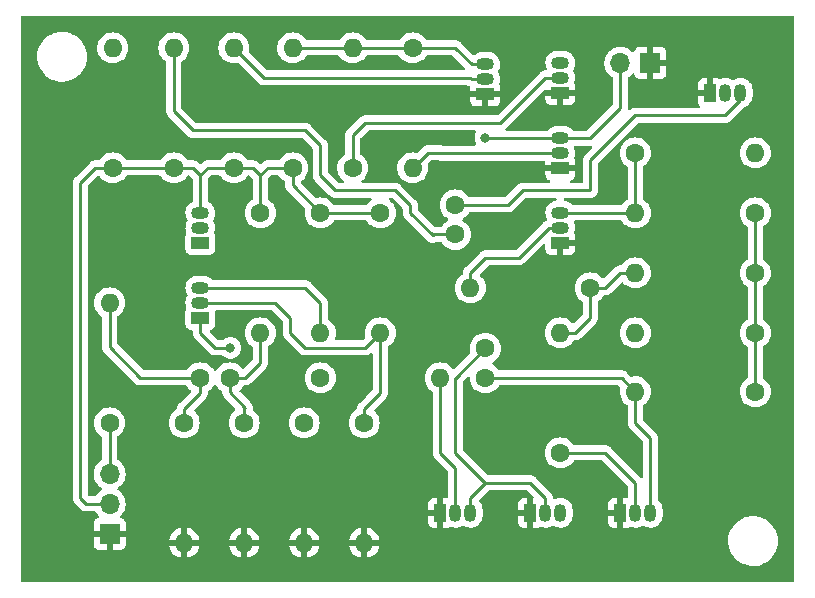
<source format=gbr>
%TF.GenerationSoftware,KiCad,Pcbnew,(6.0.10)*%
%TF.CreationDate,2023-01-20T12:03:37+09:00*%
%TF.ProjectId,KCS_UART_THT,4b43535f-5541-4525-945f-5448542e6b69,rev?*%
%TF.SameCoordinates,Original*%
%TF.FileFunction,Copper,L1,Top*%
%TF.FilePolarity,Positive*%
%FSLAX46Y46*%
G04 Gerber Fmt 4.6, Leading zero omitted, Abs format (unit mm)*
G04 Created by KiCad (PCBNEW (6.0.10)) date 2023-01-20 12:03:37*
%MOMM*%
%LPD*%
G01*
G04 APERTURE LIST*
%TA.AperFunction,ComponentPad*%
%ADD10C,1.600000*%
%TD*%
%TA.AperFunction,ComponentPad*%
%ADD11O,1.600000X1.600000*%
%TD*%
%TA.AperFunction,ComponentPad*%
%ADD12R,1.700000X1.700000*%
%TD*%
%TA.AperFunction,ComponentPad*%
%ADD13O,1.700000X1.700000*%
%TD*%
%TA.AperFunction,ComponentPad*%
%ADD14R,1.050000X1.500000*%
%TD*%
%TA.AperFunction,ComponentPad*%
%ADD15O,1.050000X1.500000*%
%TD*%
%TA.AperFunction,ComponentPad*%
%ADD16R,1.500000X1.050000*%
%TD*%
%TA.AperFunction,ComponentPad*%
%ADD17O,1.500000X1.050000*%
%TD*%
%TA.AperFunction,ViaPad*%
%ADD18C,0.800000*%
%TD*%
%TA.AperFunction,Conductor*%
%ADD19C,0.250000*%
%TD*%
G04 APERTURE END LIST*
D10*
%TO.P,R14,1*%
%TO.N,Net-(R14-Pad1)*%
X74930000Y-113030000D03*
D11*
%TO.P,R14,2*%
%TO.N,Net-(R12-Pad2)*%
X74930000Y-102870000D03*
%TD*%
D10*
%TO.P,R3,1*%
%TO.N,VCC*%
X49530000Y-92710000D03*
D11*
%TO.P,R3,2*%
%TO.N,Net-(R3-Pad2)*%
X49530000Y-102870000D03*
%TD*%
D12*
%TO.P,INPUT,1,Pin_1*%
%TO.N,GND*%
X36770000Y-119888000D03*
D13*
%TO.P,INPUT,2,Pin_2*%
%TO.N,VCC*%
X36770000Y-117348000D03*
%TO.P,INPUT,3,Pin_3*%
%TO.N,Net-(R1-Pad1)*%
X36770000Y-114808000D03*
%TD*%
D10*
%TO.P,R19,1*%
%TO.N,VCC*%
X52270000Y-88900000D03*
D11*
%TO.P,R19,2*%
%TO.N,Net-(R19-Pad2)*%
X52270000Y-78740000D03*
%TD*%
D10*
%TO.P,R10,1*%
%TO.N,VCC*%
X91440000Y-107850000D03*
D11*
%TO.P,R10,2*%
%TO.N,Net-(R10-Pad2)*%
X81280000Y-107850000D03*
%TD*%
D10*
%TO.P,R17,1*%
%TO.N,VCC*%
X42210000Y-88900000D03*
D11*
%TO.P,R17,2*%
%TO.N,Net-(R17-Pad2)*%
X42210000Y-78740000D03*
%TD*%
D14*
%TO.P,Q5,1,E*%
%TO.N,GND*%
X72390000Y-118110000D03*
D15*
%TO.P,Q5,2,B*%
%TO.N,Net-(R11-Pad2)*%
X73660000Y-118110000D03*
%TO.P,Q5,3,C*%
%TO.N,Net-(R12-Pad2)*%
X74930000Y-118110000D03*
%TD*%
D10*
%TO.P,R20,1*%
%TO.N,VCC*%
X37030000Y-88900000D03*
D11*
%TO.P,R20,2*%
%TO.N,Net-(R20-Pad2)*%
X37030000Y-78740000D03*
%TD*%
D10*
%TO.P,R22,1*%
%TO.N,Net-(R19-Pad2)*%
X62430000Y-78740000D03*
D11*
%TO.P,R22,2*%
%TO.N,Net-(R22-Pad2)*%
X62430000Y-88900000D03*
%TD*%
D16*
%TO.P,Q2,1,E*%
%TO.N,Net-(R5-Pad1)*%
X44450000Y-101600000D03*
D17*
%TO.P,Q2,2,B*%
%TO.N,Net-(R7-Pad2)*%
X44450000Y-100330000D03*
%TO.P,Q2,3,C*%
%TO.N,Net-(R6-Pad2)*%
X44450000Y-99060000D03*
%TD*%
D16*
%TO.P,Q7,1,E*%
%TO.N,GND*%
X74930000Y-82550000D03*
D17*
%TO.P,Q7,2,B*%
%TO.N,Net-(R21-Pad1)*%
X74930000Y-81280000D03*
%TO.P,Q7,3,C*%
%TO.N,Net-(R17-Pad2)*%
X74930000Y-80010000D03*
%TD*%
D10*
%TO.P,C1,1*%
%TO.N,Net-(R1-Pad2)*%
X44450000Y-106680000D03*
%TO.P,C1,2*%
%TO.N,Net-(R3-Pad2)*%
X46950000Y-106680000D03*
%TD*%
%TO.P,R7,1*%
%TO.N,VCC*%
X59690000Y-92710000D03*
D11*
%TO.P,R7,2*%
%TO.N,Net-(R7-Pad2)*%
X59690000Y-102870000D03*
%TD*%
D10*
%TO.P,R13,1*%
%TO.N,VCC*%
X91440000Y-92710000D03*
D11*
%TO.P,R13,2*%
%TO.N,Net-(R13-Pad2)*%
X81280000Y-92710000D03*
%TD*%
D10*
%TO.P,R6,1*%
%TO.N,VCC*%
X54610000Y-92710000D03*
D11*
%TO.P,R6,2*%
%TO.N,Net-(R6-Pad2)*%
X54610000Y-102870000D03*
%TD*%
D16*
%TO.P,Q9,1,E*%
%TO.N,GND*%
X68580000Y-82671130D03*
D17*
%TO.P,Q9,2,B*%
%TO.N,Net-(R18-Pad2)*%
X68580000Y-81401130D03*
%TO.P,Q9,3,C*%
%TO.N,Net-(R19-Pad2)*%
X68580000Y-80131130D03*
%TD*%
D10*
%TO.P,R8,1*%
%TO.N,Net-(R7-Pad2)*%
X58320000Y-110490000D03*
D11*
%TO.P,R8,2*%
%TO.N,GND*%
X58320000Y-120650000D03*
%TD*%
D10*
%TO.P,R4,1*%
%TO.N,Net-(R3-Pad2)*%
X48160000Y-110490000D03*
D11*
%TO.P,R4,2*%
%TO.N,GND*%
X48160000Y-120650000D03*
%TD*%
D10*
%TO.P,C3,1*%
%TO.N,Net-(R17-Pad2)*%
X66040000Y-94540000D03*
%TO.P,C3,2*%
%TO.N,Net-(R18-Pad2)*%
X66040000Y-92040000D03*
%TD*%
%TO.P,R9,1*%
%TO.N,Net-(R6-Pad2)*%
X54610000Y-106680000D03*
D11*
%TO.P,R9,2*%
%TO.N,Net-(R9-Pad2)*%
X64770000Y-106680000D03*
%TD*%
D10*
%TO.P,R1,1*%
%TO.N,Net-(R1-Pad1)*%
X36770000Y-110490000D03*
D11*
%TO.P,R1,2*%
%TO.N,Net-(R1-Pad2)*%
X36770000Y-100330000D03*
%TD*%
D10*
%TO.P,R5,1*%
%TO.N,Net-(R5-Pad1)*%
X53240000Y-110490000D03*
D11*
%TO.P,R5,2*%
%TO.N,GND*%
X53240000Y-120650000D03*
%TD*%
D10*
%TO.P,R16,1*%
%TO.N,Net-(R13-Pad2)*%
X81280000Y-87630000D03*
D11*
%TO.P,R16,2*%
%TO.N,Net-(R16-Pad2)*%
X91440000Y-87630000D03*
%TD*%
D10*
%TO.P,R12,1*%
%TO.N,VCC*%
X91440000Y-97790000D03*
D11*
%TO.P,R12,2*%
%TO.N,Net-(R12-Pad2)*%
X81280000Y-97790000D03*
%TD*%
D16*
%TO.P,Q1,1,E*%
%TO.N,Net-(R5-Pad1)*%
X44450000Y-95250000D03*
D17*
%TO.P,Q1,2,B*%
%TO.N,Net-(R3-Pad2)*%
X44450000Y-93980000D03*
%TO.P,Q1,3,C*%
%TO.N,VCC*%
X44450000Y-92710000D03*
%TD*%
D10*
%TO.P,C2,1*%
%TO.N,Net-(R10-Pad2)*%
X68580000Y-106680000D03*
%TO.P,C2,2*%
%TO.N,Net-(R11-Pad2)*%
X68580000Y-104180000D03*
%TD*%
%TO.P,R2,1*%
%TO.N,Net-(R1-Pad2)*%
X43080000Y-110490000D03*
D11*
%TO.P,R2,2*%
%TO.N,GND*%
X43080000Y-120650000D03*
%TD*%
D12*
%TO.P,OUT,1,Pin_1*%
%TO.N,GND*%
X82550000Y-80010000D03*
D13*
%TO.P,OUT,2,Pin_2*%
%TO.N,Net-(R20-Pad2)*%
X80010000Y-80010000D03*
%TD*%
D16*
%TO.P,Q10,1,E*%
%TO.N,GND*%
X74930000Y-88923217D03*
D17*
%TO.P,Q10,2,B*%
%TO.N,Net-(R22-Pad2)*%
X74930000Y-87653217D03*
%TO.P,Q10,3,C*%
%TO.N,Net-(R20-Pad2)*%
X74930000Y-86383217D03*
%TD*%
D10*
%TO.P,R11,1*%
%TO.N,VCC*%
X91440000Y-102870000D03*
D11*
%TO.P,R11,2*%
%TO.N,Net-(R11-Pad2)*%
X81280000Y-102870000D03*
%TD*%
D14*
%TO.P,Q3,1,E*%
%TO.N,GND*%
X80010000Y-118110000D03*
D15*
%TO.P,Q3,2,B*%
%TO.N,Net-(R14-Pad1)*%
X81280000Y-118110000D03*
%TO.P,Q3,3,C*%
%TO.N,Net-(R10-Pad2)*%
X82550000Y-118110000D03*
%TD*%
D10*
%TO.P,R15,1*%
%TO.N,Net-(R12-Pad2)*%
X77470000Y-99060000D03*
D11*
%TO.P,R15,2*%
%TO.N,Net-(R15-Pad2)*%
X67310000Y-99060000D03*
%TD*%
D16*
%TO.P,Q6,1,E*%
%TO.N,GND*%
X74930000Y-95250000D03*
D17*
%TO.P,Q6,2,B*%
%TO.N,Net-(R15-Pad2)*%
X74930000Y-93980000D03*
%TO.P,Q6,3,C*%
%TO.N,Net-(R13-Pad2)*%
X74930000Y-92710000D03*
%TD*%
D14*
%TO.P,Q4,1,E*%
%TO.N,GND*%
X64770000Y-118110000D03*
D15*
%TO.P,Q4,2,B*%
%TO.N,Net-(R9-Pad2)*%
X66040000Y-118110000D03*
%TO.P,Q4,3,C*%
%TO.N,Net-(R11-Pad2)*%
X67310000Y-118110000D03*
%TD*%
D10*
%TO.P,R21,1*%
%TO.N,Net-(R21-Pad1)*%
X57350000Y-88900000D03*
D11*
%TO.P,R21,2*%
%TO.N,Net-(R19-Pad2)*%
X57350000Y-78740000D03*
%TD*%
D10*
%TO.P,R18,1*%
%TO.N,VCC*%
X47290000Y-88900000D03*
D11*
%TO.P,R18,2*%
%TO.N,Net-(R18-Pad2)*%
X47290000Y-78740000D03*
%TD*%
D14*
%TO.P,Q8,1,E*%
%TO.N,GND*%
X87630000Y-82550000D03*
D15*
%TO.P,Q8,2,B*%
%TO.N,Net-(R16-Pad2)*%
X88900000Y-82550000D03*
%TO.P,Q8,3,C*%
%TO.N,Net-(R18-Pad2)*%
X90170000Y-82550000D03*
%TD*%
D18*
%TO.N,GND*%
X85090000Y-115570000D03*
X68580000Y-77470000D03*
X78740000Y-77470000D03*
X91440000Y-77470000D03*
X92710000Y-113030000D03*
X87630000Y-113030000D03*
X87630000Y-78740000D03*
X91440000Y-114300000D03*
X88900000Y-111760000D03*
X88900000Y-77470000D03*
X86360000Y-111760000D03*
X66040000Y-77470000D03*
X85090000Y-113030000D03*
X83820000Y-77470000D03*
X73660000Y-77470000D03*
X90170000Y-78740000D03*
X88900000Y-114300000D03*
X71120000Y-77470000D03*
X85090000Y-120650000D03*
X86360000Y-116840000D03*
X87630000Y-115570000D03*
X85090000Y-118110000D03*
X86360000Y-114300000D03*
X90170000Y-113030000D03*
X86360000Y-77470000D03*
X76200000Y-77470000D03*
X91440000Y-111760000D03*
X81280000Y-77470000D03*
%TO.N,Net-(R20-Pad2)*%
X68580000Y-86360000D03*
%TO.N,Net-(R5-Pad1)*%
X46990000Y-104140000D03*
%TD*%
D19*
%TO.N,Net-(R3-Pad2)*%
X48160000Y-109320000D02*
X48160000Y-110490000D01*
X46950000Y-106680000D02*
X46950000Y-107910000D01*
X48260000Y-109220000D02*
X48160000Y-109320000D01*
X46950000Y-106680000D02*
X48260000Y-106680000D01*
X46950000Y-107910000D02*
X48260000Y-109220000D01*
X49530000Y-105410000D02*
X49530000Y-102870000D01*
X48260000Y-106680000D02*
X49530000Y-105410000D01*
%TO.N,Net-(R7-Pad2)*%
X58320000Y-109320000D02*
X59690000Y-107950000D01*
X52070000Y-102870000D02*
X53340000Y-104140000D01*
X58320000Y-110490000D02*
X58320000Y-109320000D01*
X44450000Y-100330000D02*
X50800000Y-100330000D01*
X59690000Y-107950000D02*
X59690000Y-102870000D01*
X58420000Y-104140000D02*
X59690000Y-102870000D01*
X52070000Y-101600000D02*
X52070000Y-102870000D01*
X50800000Y-100330000D02*
X52070000Y-101600000D01*
X53340000Y-104140000D02*
X58420000Y-104140000D01*
%TO.N,Net-(R6-Pad2)*%
X53340000Y-99060000D02*
X54610000Y-100330000D01*
X54610000Y-100330000D02*
X54610000Y-102870000D01*
X44450000Y-99060000D02*
X53340000Y-99060000D01*
%TO.N,Net-(R9-Pad2)*%
X66040000Y-114300000D02*
X64770000Y-113030000D01*
X64770000Y-113030000D02*
X64770000Y-106680000D01*
X66040000Y-118110000D02*
X66040000Y-114300000D01*
%TO.N,VCC*%
X49530000Y-89535000D02*
X49530000Y-92710000D01*
X36770000Y-117348000D02*
X34798000Y-117348000D01*
X54610000Y-92710000D02*
X59690000Y-92710000D01*
X50165000Y-88900000D02*
X52270000Y-88900000D01*
X52270000Y-88900000D02*
X52270000Y-90370000D01*
X42210000Y-88900000D02*
X43815000Y-88900000D01*
X35560000Y-88900000D02*
X37030000Y-88900000D01*
X34290000Y-90170000D02*
X35560000Y-88900000D01*
X47290000Y-88900000D02*
X48895000Y-88900000D01*
X45085000Y-88900000D02*
X47290000Y-88900000D01*
X34290000Y-116840000D02*
X34290000Y-90170000D01*
X44450000Y-89535000D02*
X44450000Y-92710000D01*
X91440000Y-102870000D02*
X91440000Y-107850000D01*
X91440000Y-97790000D02*
X91440000Y-92710000D01*
X37030000Y-88900000D02*
X42210000Y-88900000D01*
X34798000Y-117348000D02*
X34290000Y-116840000D01*
X43815000Y-88900000D02*
X44450000Y-89535000D01*
X52270000Y-90370000D02*
X54610000Y-92710000D01*
X91440000Y-97790000D02*
X91440000Y-102870000D01*
X49530000Y-89535000D02*
X50165000Y-88900000D01*
X44450000Y-89535000D02*
X45085000Y-88900000D01*
X48895000Y-88900000D02*
X49530000Y-89535000D01*
%TO.N,Net-(R10-Pad2)*%
X81280000Y-110490000D02*
X81280000Y-107850000D01*
X81280000Y-107850000D02*
X80110000Y-106680000D01*
X82550000Y-118110000D02*
X82550000Y-111760000D01*
X80110000Y-106680000D02*
X68580000Y-106680000D01*
X82550000Y-111760000D02*
X81280000Y-110490000D01*
%TO.N,Net-(R11-Pad2)*%
X73660000Y-118110000D02*
X73660000Y-116840000D01*
X73660000Y-116840000D02*
X72390000Y-115570000D01*
X66080000Y-106680000D02*
X66040000Y-106680000D01*
X67310000Y-116840000D02*
X67310000Y-118110000D01*
X68580000Y-115570000D02*
X67310000Y-116840000D01*
X68580000Y-104180000D02*
X66080000Y-106680000D01*
X66040000Y-113030000D02*
X68580000Y-115570000D01*
X66040000Y-106680000D02*
X66040000Y-113030000D01*
X72390000Y-115570000D02*
X68580000Y-115570000D01*
%TO.N,Net-(R12-Pad2)*%
X74930000Y-102870000D02*
X76200000Y-102870000D01*
X80010000Y-97790000D02*
X81280000Y-97790000D01*
X78740000Y-99060000D02*
X80010000Y-97790000D01*
X77470000Y-101600000D02*
X77470000Y-99060000D01*
X77470000Y-99060000D02*
X78740000Y-99060000D01*
X76200000Y-102870000D02*
X77470000Y-101600000D01*
%TO.N,Net-(R13-Pad2)*%
X81280000Y-92710000D02*
X81280000Y-87630000D01*
X74930000Y-92710000D02*
X81280000Y-92710000D01*
%TO.N,Net-(R14-Pad1)*%
X81280000Y-115570000D02*
X81280000Y-118110000D01*
X74930000Y-113030000D02*
X78740000Y-113030000D01*
X78740000Y-113030000D02*
X81280000Y-115570000D01*
%TO.N,Net-(R15-Pad2)*%
X71390000Y-96520000D02*
X68580000Y-96520000D01*
X67310000Y-97790000D02*
X67310000Y-99060000D01*
X73930000Y-93980000D02*
X71390000Y-96520000D01*
X68580000Y-96520000D02*
X67310000Y-97790000D01*
X74930000Y-93980000D02*
X73930000Y-93980000D01*
%TO.N,Net-(R17-Pad2)*%
X66040000Y-94540000D02*
X64210000Y-94540000D01*
X43815000Y-85725000D02*
X42210000Y-84120000D01*
X62230000Y-92075000D02*
X60960000Y-90805000D01*
X64210000Y-94540000D02*
X64135000Y-94615000D01*
X53340000Y-85725000D02*
X43815000Y-85725000D01*
X55880000Y-90805000D02*
X54610000Y-89535000D01*
X64135000Y-94615000D02*
X62230000Y-92710000D01*
X60960000Y-90805000D02*
X55880000Y-90805000D01*
X42210000Y-84120000D02*
X42210000Y-78740000D01*
X54610000Y-86995000D02*
X53340000Y-85725000D01*
X54610000Y-89535000D02*
X54610000Y-86995000D01*
X62230000Y-92710000D02*
X62230000Y-92075000D01*
%TO.N,Net-(R18-Pad2)*%
X77470000Y-90805000D02*
X77470000Y-88265000D01*
X67310000Y-81280000D02*
X67431130Y-81401130D01*
X70520000Y-92040000D02*
X71755000Y-90805000D01*
X67431130Y-81401130D02*
X68580000Y-81401130D01*
X49830000Y-81280000D02*
X67310000Y-81280000D01*
X88900000Y-84455000D02*
X90170000Y-83185000D01*
X77470000Y-88265000D02*
X81280000Y-84455000D01*
X47290000Y-78740000D02*
X49830000Y-81280000D01*
X66040000Y-92040000D02*
X70520000Y-92040000D01*
X81280000Y-84455000D02*
X88900000Y-84455000D01*
X90170000Y-83185000D02*
X90170000Y-82550000D01*
X71755000Y-90805000D02*
X77470000Y-90805000D01*
%TO.N,Net-(R19-Pad2)*%
X66040000Y-78740000D02*
X67431130Y-80131130D01*
X62430000Y-78740000D02*
X66040000Y-78740000D01*
X52270000Y-78740000D02*
X57350000Y-78740000D01*
X57350000Y-78740000D02*
X62430000Y-78740000D01*
X67431130Y-80131130D02*
X68580000Y-80131130D01*
%TO.N,Net-(R20-Pad2)*%
X80010000Y-83820000D02*
X80010000Y-80010000D01*
X77446783Y-86383217D02*
X80010000Y-83820000D01*
X74930000Y-86383217D02*
X68603217Y-86383217D01*
X68603217Y-86383217D02*
X68580000Y-86360000D01*
X74930000Y-86383217D02*
X77446783Y-86383217D01*
%TO.N,Net-(R21-Pad1)*%
X58420000Y-85090000D02*
X69850000Y-85090000D01*
X73660000Y-81280000D02*
X74930000Y-81280000D01*
X69850000Y-85090000D02*
X73660000Y-81280000D01*
X57350000Y-88900000D02*
X57350000Y-86160000D01*
X57350000Y-86160000D02*
X58420000Y-85090000D01*
%TO.N,Net-(R1-Pad1)*%
X36770000Y-110490000D02*
X36770000Y-114808000D01*
%TO.N,Net-(R1-Pad2)*%
X36770000Y-104080000D02*
X39370000Y-106680000D01*
X43080000Y-110490000D02*
X43080000Y-109320000D01*
X39370000Y-106680000D02*
X44450000Y-106680000D01*
X36770000Y-100330000D02*
X36770000Y-104080000D01*
X44450000Y-107950000D02*
X44450000Y-106680000D01*
X43080000Y-109320000D02*
X44450000Y-107950000D01*
%TO.N,Net-(R22-Pad2)*%
X63700000Y-87630000D02*
X62430000Y-88900000D01*
X64770000Y-87630000D02*
X63700000Y-87630000D01*
X64793217Y-87653217D02*
X64770000Y-87630000D01*
X74930000Y-87653217D02*
X64793217Y-87653217D01*
%TO.N,Net-(R5-Pad1)*%
X44450000Y-102870000D02*
X45720000Y-104140000D01*
X45720000Y-104140000D02*
X46990000Y-104140000D01*
X44450000Y-101600000D02*
X44450000Y-102870000D01*
%TD*%
%TA.AperFunction,Conductor*%
%TO.N,GND*%
G36*
X94683621Y-76028502D02*
G01*
X94730114Y-76082158D01*
X94741500Y-76134500D01*
X94741500Y-123865500D01*
X94721498Y-123933621D01*
X94667842Y-123980114D01*
X94615500Y-123991500D01*
X29384500Y-123991500D01*
X29316379Y-123971498D01*
X29269886Y-123917842D01*
X29258500Y-123865500D01*
X29258500Y-120782669D01*
X35412001Y-120782669D01*
X35412371Y-120789490D01*
X35417895Y-120840352D01*
X35421521Y-120855604D01*
X35466676Y-120976054D01*
X35475214Y-120991649D01*
X35551715Y-121093724D01*
X35564276Y-121106285D01*
X35666351Y-121182786D01*
X35681946Y-121191324D01*
X35802394Y-121236478D01*
X35817649Y-121240105D01*
X35868514Y-121245631D01*
X35875328Y-121246000D01*
X36497885Y-121246000D01*
X36513124Y-121241525D01*
X36514329Y-121240135D01*
X36516000Y-121232452D01*
X36516000Y-121227884D01*
X37024000Y-121227884D01*
X37028475Y-121243123D01*
X37029865Y-121244328D01*
X37037548Y-121245999D01*
X37664669Y-121245999D01*
X37671490Y-121245629D01*
X37722352Y-121240105D01*
X37737604Y-121236479D01*
X37858054Y-121191324D01*
X37873649Y-121182786D01*
X37975724Y-121106285D01*
X37988285Y-121093724D01*
X38064786Y-120991649D01*
X38073324Y-120976054D01*
X38095642Y-120916522D01*
X41797273Y-120916522D01*
X41844764Y-121093761D01*
X41848510Y-121104053D01*
X41940586Y-121301511D01*
X41946069Y-121311007D01*
X42071028Y-121489467D01*
X42078084Y-121497875D01*
X42232125Y-121651916D01*
X42240533Y-121658972D01*
X42418993Y-121783931D01*
X42428489Y-121789414D01*
X42625947Y-121881490D01*
X42636239Y-121885236D01*
X42808503Y-121931394D01*
X42822599Y-121931058D01*
X42826000Y-121923116D01*
X42826000Y-121917967D01*
X43334000Y-121917967D01*
X43337973Y-121931498D01*
X43346522Y-121932727D01*
X43523761Y-121885236D01*
X43534053Y-121881490D01*
X43731511Y-121789414D01*
X43741007Y-121783931D01*
X43919467Y-121658972D01*
X43927875Y-121651916D01*
X44081916Y-121497875D01*
X44088972Y-121489467D01*
X44213931Y-121311007D01*
X44219414Y-121301511D01*
X44311490Y-121104053D01*
X44315236Y-121093761D01*
X44361394Y-120921497D01*
X44361275Y-120916522D01*
X46877273Y-120916522D01*
X46924764Y-121093761D01*
X46928510Y-121104053D01*
X47020586Y-121301511D01*
X47026069Y-121311007D01*
X47151028Y-121489467D01*
X47158084Y-121497875D01*
X47312125Y-121651916D01*
X47320533Y-121658972D01*
X47498993Y-121783931D01*
X47508489Y-121789414D01*
X47705947Y-121881490D01*
X47716239Y-121885236D01*
X47888503Y-121931394D01*
X47902599Y-121931058D01*
X47906000Y-121923116D01*
X47906000Y-121917967D01*
X48414000Y-121917967D01*
X48417973Y-121931498D01*
X48426522Y-121932727D01*
X48603761Y-121885236D01*
X48614053Y-121881490D01*
X48811511Y-121789414D01*
X48821007Y-121783931D01*
X48999467Y-121658972D01*
X49007875Y-121651916D01*
X49161916Y-121497875D01*
X49168972Y-121489467D01*
X49293931Y-121311007D01*
X49299414Y-121301511D01*
X49391490Y-121104053D01*
X49395236Y-121093761D01*
X49441394Y-120921497D01*
X49441275Y-120916522D01*
X51957273Y-120916522D01*
X52004764Y-121093761D01*
X52008510Y-121104053D01*
X52100586Y-121301511D01*
X52106069Y-121311007D01*
X52231028Y-121489467D01*
X52238084Y-121497875D01*
X52392125Y-121651916D01*
X52400533Y-121658972D01*
X52578993Y-121783931D01*
X52588489Y-121789414D01*
X52785947Y-121881490D01*
X52796239Y-121885236D01*
X52968503Y-121931394D01*
X52982599Y-121931058D01*
X52986000Y-121923116D01*
X52986000Y-121917967D01*
X53494000Y-121917967D01*
X53497973Y-121931498D01*
X53506522Y-121932727D01*
X53683761Y-121885236D01*
X53694053Y-121881490D01*
X53891511Y-121789414D01*
X53901007Y-121783931D01*
X54079467Y-121658972D01*
X54087875Y-121651916D01*
X54241916Y-121497875D01*
X54248972Y-121489467D01*
X54373931Y-121311007D01*
X54379414Y-121301511D01*
X54471490Y-121104053D01*
X54475236Y-121093761D01*
X54521394Y-120921497D01*
X54521275Y-120916522D01*
X57037273Y-120916522D01*
X57084764Y-121093761D01*
X57088510Y-121104053D01*
X57180586Y-121301511D01*
X57186069Y-121311007D01*
X57311028Y-121489467D01*
X57318084Y-121497875D01*
X57472125Y-121651916D01*
X57480533Y-121658972D01*
X57658993Y-121783931D01*
X57668489Y-121789414D01*
X57865947Y-121881490D01*
X57876239Y-121885236D01*
X58048503Y-121931394D01*
X58062599Y-121931058D01*
X58066000Y-121923116D01*
X58066000Y-121917967D01*
X58574000Y-121917967D01*
X58577973Y-121931498D01*
X58586522Y-121932727D01*
X58763761Y-121885236D01*
X58774053Y-121881490D01*
X58971511Y-121789414D01*
X58981007Y-121783931D01*
X59159467Y-121658972D01*
X59167875Y-121651916D01*
X59321916Y-121497875D01*
X59328972Y-121489467D01*
X59453931Y-121311007D01*
X59459414Y-121301511D01*
X59551490Y-121104053D01*
X59555236Y-121093761D01*
X59601394Y-120921497D01*
X59601058Y-120907401D01*
X59593116Y-120904000D01*
X58592115Y-120904000D01*
X58576876Y-120908475D01*
X58575671Y-120909865D01*
X58574000Y-120917548D01*
X58574000Y-121917967D01*
X58066000Y-121917967D01*
X58066000Y-120922115D01*
X58061525Y-120906876D01*
X58060135Y-120905671D01*
X58052452Y-120904000D01*
X57052033Y-120904000D01*
X57038502Y-120907973D01*
X57037273Y-120916522D01*
X54521275Y-120916522D01*
X54521058Y-120907401D01*
X54513116Y-120904000D01*
X53512115Y-120904000D01*
X53496876Y-120908475D01*
X53495671Y-120909865D01*
X53494000Y-120917548D01*
X53494000Y-121917967D01*
X52986000Y-121917967D01*
X52986000Y-120922115D01*
X52981525Y-120906876D01*
X52980135Y-120905671D01*
X52972452Y-120904000D01*
X51972033Y-120904000D01*
X51958502Y-120907973D01*
X51957273Y-120916522D01*
X49441275Y-120916522D01*
X49441058Y-120907401D01*
X49433116Y-120904000D01*
X48432115Y-120904000D01*
X48416876Y-120908475D01*
X48415671Y-120909865D01*
X48414000Y-120917548D01*
X48414000Y-121917967D01*
X47906000Y-121917967D01*
X47906000Y-120922115D01*
X47901525Y-120906876D01*
X47900135Y-120905671D01*
X47892452Y-120904000D01*
X46892033Y-120904000D01*
X46878502Y-120907973D01*
X46877273Y-120916522D01*
X44361275Y-120916522D01*
X44361058Y-120907401D01*
X44353116Y-120904000D01*
X43352115Y-120904000D01*
X43336876Y-120908475D01*
X43335671Y-120909865D01*
X43334000Y-120917548D01*
X43334000Y-121917967D01*
X42826000Y-121917967D01*
X42826000Y-120922115D01*
X42821525Y-120906876D01*
X42820135Y-120905671D01*
X42812452Y-120904000D01*
X41812033Y-120904000D01*
X41798502Y-120907973D01*
X41797273Y-120916522D01*
X38095642Y-120916522D01*
X38118478Y-120855606D01*
X38122105Y-120840351D01*
X38127631Y-120789486D01*
X38128000Y-120782672D01*
X38128000Y-120477869D01*
X89136689Y-120477869D01*
X89153238Y-120764883D01*
X89154063Y-120769088D01*
X89154064Y-120769096D01*
X89181682Y-120909865D01*
X89208586Y-121046995D01*
X89209973Y-121051045D01*
X89209974Y-121051050D01*
X89276721Y-121246000D01*
X89301710Y-121318986D01*
X89303637Y-121322817D01*
X89391310Y-121497135D01*
X89430885Y-121575822D01*
X89593721Y-121812750D01*
X89787206Y-122025388D01*
X89790501Y-122028143D01*
X89790502Y-122028144D01*
X89841258Y-122070582D01*
X90007759Y-122209798D01*
X90251298Y-122362571D01*
X90513318Y-122480877D01*
X90517437Y-122482097D01*
X90784857Y-122561311D01*
X90784862Y-122561312D01*
X90788970Y-122562529D01*
X90793204Y-122563177D01*
X90793209Y-122563178D01*
X91041811Y-122601219D01*
X91073153Y-122606015D01*
X91219485Y-122608314D01*
X91356317Y-122610464D01*
X91356323Y-122610464D01*
X91360608Y-122610531D01*
X91364860Y-122610016D01*
X91364868Y-122610016D01*
X91641756Y-122576508D01*
X91641761Y-122576507D01*
X91646017Y-122575992D01*
X91924097Y-122503039D01*
X92189704Y-122393021D01*
X92437922Y-122247974D01*
X92664159Y-122070582D01*
X92705285Y-122028144D01*
X92861244Y-121867206D01*
X92864227Y-121864128D01*
X92866760Y-121860680D01*
X92866764Y-121860675D01*
X93031887Y-121635886D01*
X93034425Y-121632431D01*
X93171604Y-121379779D01*
X93225753Y-121236478D01*
X93271707Y-121114866D01*
X93271708Y-121114862D01*
X93273225Y-121110848D01*
X93331683Y-120855606D01*
X93336449Y-120834797D01*
X93336450Y-120834793D01*
X93337407Y-120830613D01*
X93341078Y-120789486D01*
X93362743Y-120546726D01*
X93362743Y-120546724D01*
X93362963Y-120544260D01*
X93363427Y-120500000D01*
X93355483Y-120383478D01*
X93344165Y-120217452D01*
X93344164Y-120217446D01*
X93343873Y-120213175D01*
X93339336Y-120191264D01*
X93286443Y-119935855D01*
X93285574Y-119931658D01*
X93189607Y-119660657D01*
X93057750Y-119405188D01*
X93044488Y-119386317D01*
X92975095Y-119287582D01*
X92892441Y-119169977D01*
X92806024Y-119076981D01*
X92699661Y-118962521D01*
X92699658Y-118962519D01*
X92696740Y-118959378D01*
X92474268Y-118777287D01*
X92229142Y-118627073D01*
X92211048Y-118619130D01*
X91969830Y-118513243D01*
X91965898Y-118511517D01*
X91939963Y-118504129D01*
X91693534Y-118433932D01*
X91693535Y-118433932D01*
X91689406Y-118432756D01*
X91476704Y-118402485D01*
X91409036Y-118392854D01*
X91409034Y-118392854D01*
X91404784Y-118392249D01*
X91400495Y-118392227D01*
X91400488Y-118392226D01*
X91121583Y-118390765D01*
X91121576Y-118390765D01*
X91117297Y-118390743D01*
X91113053Y-118391302D01*
X91113049Y-118391302D01*
X90987660Y-118407810D01*
X90832266Y-118428268D01*
X90828126Y-118429401D01*
X90828124Y-118429401D01*
X90810783Y-118434145D01*
X90554964Y-118504129D01*
X90551016Y-118505813D01*
X90294476Y-118615237D01*
X90294472Y-118615239D01*
X90290524Y-118616923D01*
X90223510Y-118657030D01*
X90047521Y-118762357D01*
X90047517Y-118762360D01*
X90043839Y-118764561D01*
X89819472Y-118944313D01*
X89621577Y-119152851D01*
X89517362Y-119297881D01*
X89467499Y-119367273D01*
X89453814Y-119386317D01*
X89319288Y-119640392D01*
X89220489Y-119910373D01*
X89159245Y-120191264D01*
X89157851Y-120208978D01*
X89137196Y-120471428D01*
X89137195Y-120471428D01*
X89137196Y-120471430D01*
X89136689Y-120477869D01*
X38128000Y-120477869D01*
X38128000Y-120378503D01*
X41798606Y-120378503D01*
X41798942Y-120392599D01*
X41806884Y-120396000D01*
X42807885Y-120396000D01*
X42823124Y-120391525D01*
X42824329Y-120390135D01*
X42826000Y-120382452D01*
X42826000Y-120377885D01*
X43334000Y-120377885D01*
X43338475Y-120393124D01*
X43339865Y-120394329D01*
X43347548Y-120396000D01*
X44347967Y-120396000D01*
X44361498Y-120392027D01*
X44362727Y-120383478D01*
X44361394Y-120378503D01*
X46878606Y-120378503D01*
X46878942Y-120392599D01*
X46886884Y-120396000D01*
X47887885Y-120396000D01*
X47903124Y-120391525D01*
X47904329Y-120390135D01*
X47906000Y-120382452D01*
X47906000Y-120377885D01*
X48414000Y-120377885D01*
X48418475Y-120393124D01*
X48419865Y-120394329D01*
X48427548Y-120396000D01*
X49427967Y-120396000D01*
X49441498Y-120392027D01*
X49442727Y-120383478D01*
X49441394Y-120378503D01*
X51958606Y-120378503D01*
X51958942Y-120392599D01*
X51966884Y-120396000D01*
X52967885Y-120396000D01*
X52983124Y-120391525D01*
X52984329Y-120390135D01*
X52986000Y-120382452D01*
X52986000Y-120377885D01*
X53494000Y-120377885D01*
X53498475Y-120393124D01*
X53499865Y-120394329D01*
X53507548Y-120396000D01*
X54507967Y-120396000D01*
X54521498Y-120392027D01*
X54522727Y-120383478D01*
X54521394Y-120378503D01*
X57038606Y-120378503D01*
X57038942Y-120392599D01*
X57046884Y-120396000D01*
X58047885Y-120396000D01*
X58063124Y-120391525D01*
X58064329Y-120390135D01*
X58066000Y-120382452D01*
X58066000Y-120377885D01*
X58574000Y-120377885D01*
X58578475Y-120393124D01*
X58579865Y-120394329D01*
X58587548Y-120396000D01*
X59587967Y-120396000D01*
X59601498Y-120392027D01*
X59602727Y-120383478D01*
X59555236Y-120206239D01*
X59551490Y-120195947D01*
X59459414Y-119998489D01*
X59453931Y-119988993D01*
X59328972Y-119810533D01*
X59321916Y-119802125D01*
X59167875Y-119648084D01*
X59159467Y-119641028D01*
X58981007Y-119516069D01*
X58971511Y-119510586D01*
X58774053Y-119418510D01*
X58763761Y-119414764D01*
X58591497Y-119368606D01*
X58577401Y-119368942D01*
X58574000Y-119376884D01*
X58574000Y-120377885D01*
X58066000Y-120377885D01*
X58066000Y-119382033D01*
X58062027Y-119368502D01*
X58053478Y-119367273D01*
X57876239Y-119414764D01*
X57865947Y-119418510D01*
X57668489Y-119510586D01*
X57658993Y-119516069D01*
X57480533Y-119641028D01*
X57472125Y-119648084D01*
X57318084Y-119802125D01*
X57311028Y-119810533D01*
X57186069Y-119988993D01*
X57180586Y-119998489D01*
X57088510Y-120195947D01*
X57084764Y-120206239D01*
X57038606Y-120378503D01*
X54521394Y-120378503D01*
X54475236Y-120206239D01*
X54471490Y-120195947D01*
X54379414Y-119998489D01*
X54373931Y-119988993D01*
X54248972Y-119810533D01*
X54241916Y-119802125D01*
X54087875Y-119648084D01*
X54079467Y-119641028D01*
X53901007Y-119516069D01*
X53891511Y-119510586D01*
X53694053Y-119418510D01*
X53683761Y-119414764D01*
X53511497Y-119368606D01*
X53497401Y-119368942D01*
X53494000Y-119376884D01*
X53494000Y-120377885D01*
X52986000Y-120377885D01*
X52986000Y-119382033D01*
X52982027Y-119368502D01*
X52973478Y-119367273D01*
X52796239Y-119414764D01*
X52785947Y-119418510D01*
X52588489Y-119510586D01*
X52578993Y-119516069D01*
X52400533Y-119641028D01*
X52392125Y-119648084D01*
X52238084Y-119802125D01*
X52231028Y-119810533D01*
X52106069Y-119988993D01*
X52100586Y-119998489D01*
X52008510Y-120195947D01*
X52004764Y-120206239D01*
X51958606Y-120378503D01*
X49441394Y-120378503D01*
X49395236Y-120206239D01*
X49391490Y-120195947D01*
X49299414Y-119998489D01*
X49293931Y-119988993D01*
X49168972Y-119810533D01*
X49161916Y-119802125D01*
X49007875Y-119648084D01*
X48999467Y-119641028D01*
X48821007Y-119516069D01*
X48811511Y-119510586D01*
X48614053Y-119418510D01*
X48603761Y-119414764D01*
X48431497Y-119368606D01*
X48417401Y-119368942D01*
X48414000Y-119376884D01*
X48414000Y-120377885D01*
X47906000Y-120377885D01*
X47906000Y-119382033D01*
X47902027Y-119368502D01*
X47893478Y-119367273D01*
X47716239Y-119414764D01*
X47705947Y-119418510D01*
X47508489Y-119510586D01*
X47498993Y-119516069D01*
X47320533Y-119641028D01*
X47312125Y-119648084D01*
X47158084Y-119802125D01*
X47151028Y-119810533D01*
X47026069Y-119988993D01*
X47020586Y-119998489D01*
X46928510Y-120195947D01*
X46924764Y-120206239D01*
X46878606Y-120378503D01*
X44361394Y-120378503D01*
X44315236Y-120206239D01*
X44311490Y-120195947D01*
X44219414Y-119998489D01*
X44213931Y-119988993D01*
X44088972Y-119810533D01*
X44081916Y-119802125D01*
X43927875Y-119648084D01*
X43919467Y-119641028D01*
X43741007Y-119516069D01*
X43731511Y-119510586D01*
X43534053Y-119418510D01*
X43523761Y-119414764D01*
X43351497Y-119368606D01*
X43337401Y-119368942D01*
X43334000Y-119376884D01*
X43334000Y-120377885D01*
X42826000Y-120377885D01*
X42826000Y-119382033D01*
X42822027Y-119368502D01*
X42813478Y-119367273D01*
X42636239Y-119414764D01*
X42625947Y-119418510D01*
X42428489Y-119510586D01*
X42418993Y-119516069D01*
X42240533Y-119641028D01*
X42232125Y-119648084D01*
X42078084Y-119802125D01*
X42071028Y-119810533D01*
X41946069Y-119988993D01*
X41940586Y-119998489D01*
X41848510Y-120195947D01*
X41844764Y-120206239D01*
X41798606Y-120378503D01*
X38128000Y-120378503D01*
X38128000Y-120160115D01*
X38123525Y-120144876D01*
X38122135Y-120143671D01*
X38114452Y-120142000D01*
X37042115Y-120142000D01*
X37026876Y-120146475D01*
X37025671Y-120147865D01*
X37024000Y-120155548D01*
X37024000Y-121227884D01*
X36516000Y-121227884D01*
X36516000Y-120160115D01*
X36511525Y-120144876D01*
X36510135Y-120143671D01*
X36502452Y-120142000D01*
X35430116Y-120142000D01*
X35414877Y-120146475D01*
X35413672Y-120147865D01*
X35412001Y-120155548D01*
X35412001Y-120782669D01*
X29258500Y-120782669D01*
X29258500Y-90149943D01*
X33651780Y-90149943D01*
X33655739Y-90191819D01*
X33655941Y-90193961D01*
X33656500Y-90205819D01*
X33656500Y-116761233D01*
X33655973Y-116772416D01*
X33654298Y-116779909D01*
X33654547Y-116787835D01*
X33654547Y-116787836D01*
X33656438Y-116847986D01*
X33656500Y-116851945D01*
X33656500Y-116879856D01*
X33656997Y-116883790D01*
X33656997Y-116883791D01*
X33657005Y-116883856D01*
X33657938Y-116895693D01*
X33659327Y-116939889D01*
X33664978Y-116959339D01*
X33668987Y-116978700D01*
X33671526Y-116998797D01*
X33674445Y-117006168D01*
X33674445Y-117006170D01*
X33687804Y-117039912D01*
X33691649Y-117051142D01*
X33703982Y-117093593D01*
X33708015Y-117100412D01*
X33708017Y-117100417D01*
X33714293Y-117111028D01*
X33722988Y-117128776D01*
X33730448Y-117147617D01*
X33735110Y-117154033D01*
X33735110Y-117154034D01*
X33756436Y-117183387D01*
X33762952Y-117193307D01*
X33785458Y-117231362D01*
X33799779Y-117245683D01*
X33812619Y-117260716D01*
X33824528Y-117277107D01*
X33830634Y-117282158D01*
X33858605Y-117305298D01*
X33867384Y-117313288D01*
X34294343Y-117740247D01*
X34301887Y-117748537D01*
X34306000Y-117755018D01*
X34311777Y-117760443D01*
X34355667Y-117801658D01*
X34358509Y-117804413D01*
X34378230Y-117824134D01*
X34381425Y-117826612D01*
X34390447Y-117834318D01*
X34422679Y-117864586D01*
X34429628Y-117868406D01*
X34440432Y-117874346D01*
X34456956Y-117885199D01*
X34472959Y-117897613D01*
X34513543Y-117915176D01*
X34524173Y-117920383D01*
X34562940Y-117941695D01*
X34570617Y-117943666D01*
X34570622Y-117943668D01*
X34582558Y-117946732D01*
X34601266Y-117953137D01*
X34619855Y-117961181D01*
X34627680Y-117962420D01*
X34627682Y-117962421D01*
X34663519Y-117968097D01*
X34675140Y-117970504D01*
X34710289Y-117979528D01*
X34717970Y-117981500D01*
X34738231Y-117981500D01*
X34757940Y-117983051D01*
X34777943Y-117986219D01*
X34785835Y-117985473D01*
X34791062Y-117984979D01*
X34821954Y-117982059D01*
X34833811Y-117981500D01*
X35494274Y-117981500D01*
X35562395Y-118001502D01*
X35601707Y-118041665D01*
X35669987Y-118153088D01*
X35816250Y-118321938D01*
X35820225Y-118325238D01*
X35820231Y-118325244D01*
X35825425Y-118329556D01*
X35865059Y-118388460D01*
X35866555Y-118459441D01*
X35829439Y-118519962D01*
X35789168Y-118544480D01*
X35681946Y-118584676D01*
X35666351Y-118593214D01*
X35564276Y-118669715D01*
X35551715Y-118682276D01*
X35475214Y-118784351D01*
X35466676Y-118799946D01*
X35421522Y-118920394D01*
X35417895Y-118935649D01*
X35412369Y-118986514D01*
X35412000Y-118993328D01*
X35412000Y-119615885D01*
X35416475Y-119631124D01*
X35417865Y-119632329D01*
X35425548Y-119634000D01*
X38109884Y-119634000D01*
X38125123Y-119629525D01*
X38126328Y-119628135D01*
X38127999Y-119620452D01*
X38127999Y-118993331D01*
X38127629Y-118986510D01*
X38122105Y-118935648D01*
X38118479Y-118920396D01*
X38112583Y-118904669D01*
X63737001Y-118904669D01*
X63737371Y-118911490D01*
X63742895Y-118962352D01*
X63746521Y-118977604D01*
X63791676Y-119098054D01*
X63800214Y-119113649D01*
X63876715Y-119215724D01*
X63889276Y-119228285D01*
X63991351Y-119304786D01*
X64006946Y-119313324D01*
X64127394Y-119358478D01*
X64142649Y-119362105D01*
X64193514Y-119367631D01*
X64200328Y-119368000D01*
X64497885Y-119368000D01*
X64513124Y-119363525D01*
X64514329Y-119362135D01*
X64516000Y-119354452D01*
X64516000Y-118382115D01*
X64511525Y-118366876D01*
X64510135Y-118365671D01*
X64502452Y-118364000D01*
X63755116Y-118364000D01*
X63739877Y-118368475D01*
X63738672Y-118369865D01*
X63737001Y-118377548D01*
X63737001Y-118904669D01*
X38112583Y-118904669D01*
X38073324Y-118799946D01*
X38064786Y-118784351D01*
X37988285Y-118682276D01*
X37975724Y-118669715D01*
X37873649Y-118593214D01*
X37858054Y-118584676D01*
X37747813Y-118543348D01*
X37691049Y-118500706D01*
X37666349Y-118434145D01*
X37681557Y-118364796D01*
X37703104Y-118336115D01*
X37804430Y-118235144D01*
X37804440Y-118235132D01*
X37808096Y-118231489D01*
X37938453Y-118050077D01*
X37942611Y-118041665D01*
X38035136Y-117854453D01*
X38035137Y-117854451D01*
X38037430Y-117849811D01*
X38041053Y-117837885D01*
X63737000Y-117837885D01*
X63741475Y-117853124D01*
X63742865Y-117854329D01*
X63750548Y-117856000D01*
X64497885Y-117856000D01*
X64513124Y-117851525D01*
X64514329Y-117850135D01*
X64516000Y-117842452D01*
X64516000Y-116870116D01*
X64511525Y-116854877D01*
X64510135Y-116853672D01*
X64502452Y-116852001D01*
X64200331Y-116852001D01*
X64193510Y-116852371D01*
X64142648Y-116857895D01*
X64127396Y-116861521D01*
X64006946Y-116906676D01*
X63991351Y-116915214D01*
X63889276Y-116991715D01*
X63876715Y-117004276D01*
X63800214Y-117106351D01*
X63791676Y-117121946D01*
X63746522Y-117242394D01*
X63742895Y-117257649D01*
X63737369Y-117308514D01*
X63737000Y-117315328D01*
X63737000Y-117837885D01*
X38041053Y-117837885D01*
X38092339Y-117669084D01*
X38100865Y-117641023D01*
X38100865Y-117641021D01*
X38102370Y-117636069D01*
X38131529Y-117414590D01*
X38133156Y-117348000D01*
X38114852Y-117125361D01*
X38060431Y-116908702D01*
X37971354Y-116703840D01*
X37890966Y-116579579D01*
X37852822Y-116520617D01*
X37852820Y-116520614D01*
X37850014Y-116516277D01*
X37699670Y-116351051D01*
X37695619Y-116347852D01*
X37695615Y-116347848D01*
X37528414Y-116215800D01*
X37528410Y-116215798D01*
X37524359Y-116212598D01*
X37483053Y-116189796D01*
X37433084Y-116139364D01*
X37418312Y-116069921D01*
X37443428Y-116003516D01*
X37470780Y-115976909D01*
X37514603Y-115945650D01*
X37649860Y-115849173D01*
X37808096Y-115691489D01*
X37867594Y-115608689D01*
X37935435Y-115514277D01*
X37938453Y-115510077D01*
X37987320Y-115411203D01*
X38035136Y-115314453D01*
X38035137Y-115314451D01*
X38037430Y-115309811D01*
X38082040Y-115162982D01*
X38100865Y-115101023D01*
X38100865Y-115101021D01*
X38102370Y-115096069D01*
X38131529Y-114874590D01*
X38133156Y-114808000D01*
X38114852Y-114585361D01*
X38060431Y-114368702D01*
X37971354Y-114163840D01*
X37850014Y-113976277D01*
X37699670Y-113811051D01*
X37695619Y-113807852D01*
X37695615Y-113807848D01*
X37528414Y-113675800D01*
X37528410Y-113675798D01*
X37524359Y-113672598D01*
X37519835Y-113670101D01*
X37519831Y-113670098D01*
X37468608Y-113641822D01*
X37418636Y-113591390D01*
X37403500Y-113531513D01*
X37403500Y-111709394D01*
X37423502Y-111641273D01*
X37457229Y-111606181D01*
X37609789Y-111499357D01*
X37609792Y-111499355D01*
X37614300Y-111496198D01*
X37776198Y-111334300D01*
X37784186Y-111322893D01*
X37904366Y-111151257D01*
X37907523Y-111146749D01*
X37909846Y-111141767D01*
X37909849Y-111141762D01*
X38001961Y-110944225D01*
X38001961Y-110944224D01*
X38004284Y-110939243D01*
X38006183Y-110932158D01*
X38062119Y-110723402D01*
X38062119Y-110723400D01*
X38063543Y-110718087D01*
X38083498Y-110490000D01*
X38063543Y-110261913D01*
X38062119Y-110256598D01*
X38005707Y-110046067D01*
X38005706Y-110046065D01*
X38004284Y-110040757D01*
X38001961Y-110035775D01*
X37909849Y-109838238D01*
X37909846Y-109838233D01*
X37907523Y-109833251D01*
X37776198Y-109645700D01*
X37614300Y-109483802D01*
X37609792Y-109480645D01*
X37609789Y-109480643D01*
X37484059Y-109392606D01*
X37426749Y-109352477D01*
X37421767Y-109350154D01*
X37421762Y-109350151D01*
X37224225Y-109258039D01*
X37224224Y-109258039D01*
X37219243Y-109255716D01*
X37213935Y-109254294D01*
X37213933Y-109254293D01*
X37003402Y-109197881D01*
X37003400Y-109197881D01*
X36998087Y-109196457D01*
X36770000Y-109176502D01*
X36541913Y-109196457D01*
X36536600Y-109197881D01*
X36536598Y-109197881D01*
X36326067Y-109254293D01*
X36326065Y-109254294D01*
X36320757Y-109255716D01*
X36315776Y-109258039D01*
X36315775Y-109258039D01*
X36118238Y-109350151D01*
X36118233Y-109350154D01*
X36113251Y-109352477D01*
X36055941Y-109392606D01*
X35930211Y-109480643D01*
X35930208Y-109480645D01*
X35925700Y-109483802D01*
X35763802Y-109645700D01*
X35632477Y-109833251D01*
X35630154Y-109838233D01*
X35630151Y-109838238D01*
X35538039Y-110035775D01*
X35535716Y-110040757D01*
X35534294Y-110046065D01*
X35534293Y-110046067D01*
X35477881Y-110256598D01*
X35476457Y-110261913D01*
X35456502Y-110490000D01*
X35476457Y-110718087D01*
X35477881Y-110723400D01*
X35477881Y-110723402D01*
X35533818Y-110932158D01*
X35535716Y-110939243D01*
X35538039Y-110944224D01*
X35538039Y-110944225D01*
X35630151Y-111141762D01*
X35630154Y-111141767D01*
X35632477Y-111146749D01*
X35635634Y-111151257D01*
X35755815Y-111322893D01*
X35763802Y-111334300D01*
X35925700Y-111496198D01*
X35930208Y-111499355D01*
X35930211Y-111499357D01*
X36082771Y-111606181D01*
X36127099Y-111661638D01*
X36136500Y-111709394D01*
X36136500Y-113529692D01*
X36116498Y-113597813D01*
X36068683Y-113641453D01*
X36043607Y-113654507D01*
X36039474Y-113657610D01*
X36039471Y-113657612D01*
X35960069Y-113717229D01*
X35864965Y-113788635D01*
X35710629Y-113950138D01*
X35584743Y-114134680D01*
X35569498Y-114167523D01*
X35496854Y-114324022D01*
X35490688Y-114337305D01*
X35430989Y-114552570D01*
X35407251Y-114774695D01*
X35407548Y-114779848D01*
X35407548Y-114779851D01*
X35419096Y-114980121D01*
X35420110Y-114997715D01*
X35421247Y-115002761D01*
X35421248Y-115002767D01*
X35437420Y-115074526D01*
X35469222Y-115215639D01*
X35553266Y-115422616D01*
X35555965Y-115427020D01*
X35637492Y-115560060D01*
X35669987Y-115613088D01*
X35816250Y-115781938D01*
X35988126Y-115924632D01*
X36058595Y-115965811D01*
X36061445Y-115967476D01*
X36110169Y-116019114D01*
X36123240Y-116088897D01*
X36096509Y-116154669D01*
X36056055Y-116188027D01*
X36043607Y-116194507D01*
X36039474Y-116197610D01*
X36039471Y-116197612D01*
X35920328Y-116287067D01*
X35864965Y-116328635D01*
X35849956Y-116344341D01*
X35755646Y-116443031D01*
X35710629Y-116490138D01*
X35707715Y-116494410D01*
X35707714Y-116494411D01*
X35595095Y-116659504D01*
X35540184Y-116704507D01*
X35491007Y-116714500D01*
X35112595Y-116714500D01*
X35044474Y-116694498D01*
X35023500Y-116677595D01*
X34960405Y-116614500D01*
X34926379Y-116552188D01*
X34923500Y-116525405D01*
X34923500Y-100330000D01*
X35456502Y-100330000D01*
X35476457Y-100558087D01*
X35477881Y-100563400D01*
X35477881Y-100563402D01*
X35519582Y-100719029D01*
X35535716Y-100779243D01*
X35538039Y-100784224D01*
X35538039Y-100784225D01*
X35630151Y-100981762D01*
X35630154Y-100981767D01*
X35632477Y-100986749D01*
X35662960Y-101030283D01*
X35755815Y-101162893D01*
X35763802Y-101174300D01*
X35925700Y-101336198D01*
X35930208Y-101339355D01*
X35930211Y-101339357D01*
X36082771Y-101446181D01*
X36127099Y-101501638D01*
X36136500Y-101549394D01*
X36136500Y-104001233D01*
X36135973Y-104012416D01*
X36134298Y-104019909D01*
X36134547Y-104027835D01*
X36134547Y-104027836D01*
X36136438Y-104087986D01*
X36136500Y-104091945D01*
X36136500Y-104119856D01*
X36136997Y-104123790D01*
X36136997Y-104123791D01*
X36137005Y-104123856D01*
X36137938Y-104135693D01*
X36139327Y-104179889D01*
X36144978Y-104199339D01*
X36148987Y-104218700D01*
X36151526Y-104238797D01*
X36154445Y-104246168D01*
X36154445Y-104246170D01*
X36167804Y-104279912D01*
X36171649Y-104291142D01*
X36181771Y-104325983D01*
X36183982Y-104333593D01*
X36188015Y-104340412D01*
X36188017Y-104340417D01*
X36194293Y-104351028D01*
X36202988Y-104368776D01*
X36210448Y-104387617D01*
X36215110Y-104394033D01*
X36215110Y-104394034D01*
X36236436Y-104423387D01*
X36242952Y-104433307D01*
X36265458Y-104471362D01*
X36279779Y-104485683D01*
X36292619Y-104500716D01*
X36304528Y-104517107D01*
X36310634Y-104522158D01*
X36338605Y-104545298D01*
X36347384Y-104553288D01*
X38866343Y-107072247D01*
X38873887Y-107080537D01*
X38878000Y-107087018D01*
X38883777Y-107092443D01*
X38927667Y-107133658D01*
X38930509Y-107136413D01*
X38950230Y-107156134D01*
X38953425Y-107158612D01*
X38962447Y-107166318D01*
X38994679Y-107196586D01*
X39001628Y-107200406D01*
X39012432Y-107206346D01*
X39028956Y-107217199D01*
X39044959Y-107229613D01*
X39085543Y-107247176D01*
X39096173Y-107252383D01*
X39134940Y-107273695D01*
X39142617Y-107275666D01*
X39142622Y-107275668D01*
X39154558Y-107278732D01*
X39173266Y-107285137D01*
X39191855Y-107293181D01*
X39199683Y-107294421D01*
X39199690Y-107294423D01*
X39235524Y-107300099D01*
X39247144Y-107302505D01*
X39278959Y-107310673D01*
X39289970Y-107313500D01*
X39310224Y-107313500D01*
X39329934Y-107315051D01*
X39349943Y-107318220D01*
X39357835Y-107317474D01*
X39376580Y-107315702D01*
X39393962Y-107314059D01*
X39405819Y-107313500D01*
X43230606Y-107313500D01*
X43298727Y-107333502D01*
X43333819Y-107367229D01*
X43440643Y-107519789D01*
X43443802Y-107524300D01*
X43605700Y-107686198D01*
X43610211Y-107689357D01*
X43614424Y-107692892D01*
X43613106Y-107694463D01*
X43651841Y-107742941D01*
X43659136Y-107813562D01*
X43624328Y-107879768D01*
X42687736Y-108816359D01*
X42679462Y-108823888D01*
X42672982Y-108828000D01*
X42667557Y-108833777D01*
X42626357Y-108877651D01*
X42623602Y-108880493D01*
X42603865Y-108900230D01*
X42601385Y-108903427D01*
X42593682Y-108912447D01*
X42563414Y-108944679D01*
X42559595Y-108951625D01*
X42559593Y-108951628D01*
X42553652Y-108962434D01*
X42542801Y-108978953D01*
X42530386Y-108994959D01*
X42527241Y-109002228D01*
X42527238Y-109002232D01*
X42512826Y-109035537D01*
X42507609Y-109046187D01*
X42486305Y-109084940D01*
X42484334Y-109092615D01*
X42484334Y-109092616D01*
X42481267Y-109104562D01*
X42474863Y-109123266D01*
X42466819Y-109141855D01*
X42465580Y-109149678D01*
X42465577Y-109149688D01*
X42459901Y-109185524D01*
X42457495Y-109197144D01*
X42446500Y-109239970D01*
X42446500Y-109260224D01*
X42444948Y-109279940D01*
X42443098Y-109291617D01*
X42412683Y-109355769D01*
X42390921Y-109375114D01*
X42240211Y-109480643D01*
X42240208Y-109480645D01*
X42235700Y-109483802D01*
X42073802Y-109645700D01*
X41942477Y-109833251D01*
X41940154Y-109838233D01*
X41940151Y-109838238D01*
X41848039Y-110035775D01*
X41845716Y-110040757D01*
X41844294Y-110046065D01*
X41844293Y-110046067D01*
X41787881Y-110256598D01*
X41786457Y-110261913D01*
X41766502Y-110490000D01*
X41786457Y-110718087D01*
X41787881Y-110723400D01*
X41787881Y-110723402D01*
X41843818Y-110932158D01*
X41845716Y-110939243D01*
X41848039Y-110944224D01*
X41848039Y-110944225D01*
X41940151Y-111141762D01*
X41940154Y-111141767D01*
X41942477Y-111146749D01*
X41945634Y-111151257D01*
X42065815Y-111322893D01*
X42073802Y-111334300D01*
X42235700Y-111496198D01*
X42240208Y-111499355D01*
X42240211Y-111499357D01*
X42310923Y-111548870D01*
X42423251Y-111627523D01*
X42428233Y-111629846D01*
X42428238Y-111629849D01*
X42625775Y-111721961D01*
X42630757Y-111724284D01*
X42636065Y-111725706D01*
X42636067Y-111725707D01*
X42846598Y-111782119D01*
X42846600Y-111782119D01*
X42851913Y-111783543D01*
X43080000Y-111803498D01*
X43308087Y-111783543D01*
X43313400Y-111782119D01*
X43313402Y-111782119D01*
X43523933Y-111725707D01*
X43523935Y-111725706D01*
X43529243Y-111724284D01*
X43534225Y-111721961D01*
X43731762Y-111629849D01*
X43731767Y-111629846D01*
X43736749Y-111627523D01*
X43849077Y-111548870D01*
X43919789Y-111499357D01*
X43919792Y-111499355D01*
X43924300Y-111496198D01*
X44086198Y-111334300D01*
X44094186Y-111322893D01*
X44214366Y-111151257D01*
X44217523Y-111146749D01*
X44219846Y-111141767D01*
X44219849Y-111141762D01*
X44311961Y-110944225D01*
X44311961Y-110944224D01*
X44314284Y-110939243D01*
X44316183Y-110932158D01*
X44372119Y-110723402D01*
X44372119Y-110723400D01*
X44373543Y-110718087D01*
X44393498Y-110490000D01*
X44373543Y-110261913D01*
X44372119Y-110256598D01*
X44315707Y-110046067D01*
X44315706Y-110046065D01*
X44314284Y-110040757D01*
X44311961Y-110035775D01*
X44219849Y-109838238D01*
X44219846Y-109838233D01*
X44217523Y-109833251D01*
X44086198Y-109645700D01*
X43957296Y-109516798D01*
X43923270Y-109454486D01*
X43928335Y-109383671D01*
X43957296Y-109338608D01*
X44842247Y-108453657D01*
X44850537Y-108446113D01*
X44857018Y-108442000D01*
X44903659Y-108392332D01*
X44906413Y-108389491D01*
X44926135Y-108369769D01*
X44928612Y-108366576D01*
X44936317Y-108357555D01*
X44961159Y-108331100D01*
X44966586Y-108325321D01*
X44970407Y-108318371D01*
X44976346Y-108307568D01*
X44987202Y-108291041D01*
X44994757Y-108281302D01*
X44994758Y-108281300D01*
X44999614Y-108275040D01*
X45017174Y-108234460D01*
X45022391Y-108223812D01*
X45039875Y-108192009D01*
X45039876Y-108192007D01*
X45043695Y-108185060D01*
X45048733Y-108165437D01*
X45055137Y-108146734D01*
X45060033Y-108135420D01*
X45060033Y-108135419D01*
X45063181Y-108128145D01*
X45064420Y-108120322D01*
X45064423Y-108120312D01*
X45070099Y-108084476D01*
X45072505Y-108072856D01*
X45081528Y-108037711D01*
X45081528Y-108037710D01*
X45083500Y-108030030D01*
X45083500Y-108009776D01*
X45085051Y-107990065D01*
X45086980Y-107977886D01*
X45088220Y-107970057D01*
X45084059Y-107926038D01*
X45083500Y-107914181D01*
X45083500Y-107899394D01*
X45103502Y-107831273D01*
X45137229Y-107796181D01*
X45289789Y-107689357D01*
X45289792Y-107689355D01*
X45294300Y-107686198D01*
X45456198Y-107524300D01*
X45473869Y-107499064D01*
X45546192Y-107395775D01*
X45587523Y-107336749D01*
X45589846Y-107331767D01*
X45590882Y-107329973D01*
X45642266Y-107280981D01*
X45711979Y-107267546D01*
X45777890Y-107293934D01*
X45809118Y-107329973D01*
X45810154Y-107331767D01*
X45812477Y-107336749D01*
X45853808Y-107395775D01*
X45926132Y-107499064D01*
X45943802Y-107524300D01*
X46105700Y-107686198D01*
X46110208Y-107689355D01*
X46110211Y-107689357D01*
X46262046Y-107795673D01*
X46306374Y-107851130D01*
X46315713Y-107894926D01*
X46316438Y-107917985D01*
X46316500Y-107921945D01*
X46316500Y-107949856D01*
X46316997Y-107953790D01*
X46316997Y-107953791D01*
X46317005Y-107953856D01*
X46317938Y-107965693D01*
X46319327Y-108009889D01*
X46322875Y-108022101D01*
X46324978Y-108029339D01*
X46328987Y-108048700D01*
X46331526Y-108068797D01*
X46334445Y-108076168D01*
X46334445Y-108076170D01*
X46347804Y-108109912D01*
X46351649Y-108121142D01*
X46363982Y-108163593D01*
X46368015Y-108170412D01*
X46368017Y-108170417D01*
X46374293Y-108181028D01*
X46382988Y-108198776D01*
X46390448Y-108217617D01*
X46395110Y-108224033D01*
X46395110Y-108224034D01*
X46416436Y-108253387D01*
X46422952Y-108263307D01*
X46445458Y-108301362D01*
X46459779Y-108315683D01*
X46472619Y-108330716D01*
X46484528Y-108347107D01*
X46490632Y-108352157D01*
X46490637Y-108352162D01*
X46518598Y-108375293D01*
X46527378Y-108383283D01*
X47393143Y-109249048D01*
X47427169Y-109311360D01*
X47422104Y-109382175D01*
X47376319Y-109441356D01*
X47320211Y-109480643D01*
X47320208Y-109480645D01*
X47315700Y-109483802D01*
X47153802Y-109645700D01*
X47022477Y-109833251D01*
X47020154Y-109838233D01*
X47020151Y-109838238D01*
X46928039Y-110035775D01*
X46925716Y-110040757D01*
X46924294Y-110046065D01*
X46924293Y-110046067D01*
X46867881Y-110256598D01*
X46866457Y-110261913D01*
X46846502Y-110490000D01*
X46866457Y-110718087D01*
X46867881Y-110723400D01*
X46867881Y-110723402D01*
X46923818Y-110932158D01*
X46925716Y-110939243D01*
X46928039Y-110944224D01*
X46928039Y-110944225D01*
X47020151Y-111141762D01*
X47020154Y-111141767D01*
X47022477Y-111146749D01*
X47025634Y-111151257D01*
X47145815Y-111322893D01*
X47153802Y-111334300D01*
X47315700Y-111496198D01*
X47320208Y-111499355D01*
X47320211Y-111499357D01*
X47390923Y-111548870D01*
X47503251Y-111627523D01*
X47508233Y-111629846D01*
X47508238Y-111629849D01*
X47705775Y-111721961D01*
X47710757Y-111724284D01*
X47716065Y-111725706D01*
X47716067Y-111725707D01*
X47926598Y-111782119D01*
X47926600Y-111782119D01*
X47931913Y-111783543D01*
X48160000Y-111803498D01*
X48388087Y-111783543D01*
X48393400Y-111782119D01*
X48393402Y-111782119D01*
X48603933Y-111725707D01*
X48603935Y-111725706D01*
X48609243Y-111724284D01*
X48614225Y-111721961D01*
X48811762Y-111629849D01*
X48811767Y-111629846D01*
X48816749Y-111627523D01*
X48929077Y-111548870D01*
X48999789Y-111499357D01*
X48999792Y-111499355D01*
X49004300Y-111496198D01*
X49166198Y-111334300D01*
X49174186Y-111322893D01*
X49294366Y-111151257D01*
X49297523Y-111146749D01*
X49299846Y-111141767D01*
X49299849Y-111141762D01*
X49391961Y-110944225D01*
X49391961Y-110944224D01*
X49394284Y-110939243D01*
X49396183Y-110932158D01*
X49452119Y-110723402D01*
X49452119Y-110723400D01*
X49453543Y-110718087D01*
X49473498Y-110490000D01*
X51926502Y-110490000D01*
X51946457Y-110718087D01*
X51947881Y-110723400D01*
X51947881Y-110723402D01*
X52003818Y-110932158D01*
X52005716Y-110939243D01*
X52008039Y-110944224D01*
X52008039Y-110944225D01*
X52100151Y-111141762D01*
X52100154Y-111141767D01*
X52102477Y-111146749D01*
X52105634Y-111151257D01*
X52225815Y-111322893D01*
X52233802Y-111334300D01*
X52395700Y-111496198D01*
X52400208Y-111499355D01*
X52400211Y-111499357D01*
X52470923Y-111548870D01*
X52583251Y-111627523D01*
X52588233Y-111629846D01*
X52588238Y-111629849D01*
X52785775Y-111721961D01*
X52790757Y-111724284D01*
X52796065Y-111725706D01*
X52796067Y-111725707D01*
X53006598Y-111782119D01*
X53006600Y-111782119D01*
X53011913Y-111783543D01*
X53240000Y-111803498D01*
X53468087Y-111783543D01*
X53473400Y-111782119D01*
X53473402Y-111782119D01*
X53683933Y-111725707D01*
X53683935Y-111725706D01*
X53689243Y-111724284D01*
X53694225Y-111721961D01*
X53891762Y-111629849D01*
X53891767Y-111629846D01*
X53896749Y-111627523D01*
X54009077Y-111548870D01*
X54079789Y-111499357D01*
X54079792Y-111499355D01*
X54084300Y-111496198D01*
X54246198Y-111334300D01*
X54254186Y-111322893D01*
X54374366Y-111151257D01*
X54377523Y-111146749D01*
X54379846Y-111141767D01*
X54379849Y-111141762D01*
X54471961Y-110944225D01*
X54471961Y-110944224D01*
X54474284Y-110939243D01*
X54476183Y-110932158D01*
X54532119Y-110723402D01*
X54532119Y-110723400D01*
X54533543Y-110718087D01*
X54553498Y-110490000D01*
X54533543Y-110261913D01*
X54532119Y-110256598D01*
X54475707Y-110046067D01*
X54475706Y-110046065D01*
X54474284Y-110040757D01*
X54471961Y-110035775D01*
X54379849Y-109838238D01*
X54379846Y-109838233D01*
X54377523Y-109833251D01*
X54246198Y-109645700D01*
X54084300Y-109483802D01*
X54079792Y-109480645D01*
X54079789Y-109480643D01*
X53954059Y-109392606D01*
X53896749Y-109352477D01*
X53891767Y-109350154D01*
X53891762Y-109350151D01*
X53694225Y-109258039D01*
X53694224Y-109258039D01*
X53689243Y-109255716D01*
X53683935Y-109254294D01*
X53683933Y-109254293D01*
X53473402Y-109197881D01*
X53473400Y-109197881D01*
X53468087Y-109196457D01*
X53240000Y-109176502D01*
X53011913Y-109196457D01*
X53006600Y-109197881D01*
X53006598Y-109197881D01*
X52796067Y-109254293D01*
X52796065Y-109254294D01*
X52790757Y-109255716D01*
X52785776Y-109258039D01*
X52785775Y-109258039D01*
X52588238Y-109350151D01*
X52588233Y-109350154D01*
X52583251Y-109352477D01*
X52525941Y-109392606D01*
X52400211Y-109480643D01*
X52400208Y-109480645D01*
X52395700Y-109483802D01*
X52233802Y-109645700D01*
X52102477Y-109833251D01*
X52100154Y-109838233D01*
X52100151Y-109838238D01*
X52008039Y-110035775D01*
X52005716Y-110040757D01*
X52004294Y-110046065D01*
X52004293Y-110046067D01*
X51947881Y-110256598D01*
X51946457Y-110261913D01*
X51926502Y-110490000D01*
X49473498Y-110490000D01*
X49453543Y-110261913D01*
X49452119Y-110256598D01*
X49395707Y-110046067D01*
X49395706Y-110046065D01*
X49394284Y-110040757D01*
X49391961Y-110035775D01*
X49299849Y-109838238D01*
X49299846Y-109838233D01*
X49297523Y-109833251D01*
X49166198Y-109645700D01*
X49004300Y-109483802D01*
X48940120Y-109438863D01*
X48895793Y-109383407D01*
X48889427Y-109308164D01*
X48893972Y-109287833D01*
X48893972Y-109287830D01*
X48895702Y-109280092D01*
X48895443Y-109271849D01*
X48896932Y-109248182D01*
X48896979Y-109247885D01*
X48898219Y-109240057D01*
X48897473Y-109232164D01*
X48892936Y-109184162D01*
X48892439Y-109176264D01*
X48890923Y-109128032D01*
X48890923Y-109128031D01*
X48890674Y-109120111D01*
X48888376Y-109112200D01*
X48883932Y-109088904D01*
X48883903Y-109088599D01*
X48883157Y-109080708D01*
X48864131Y-109027862D01*
X48861686Y-109020336D01*
X48848229Y-108974016D01*
X48848228Y-108974014D01*
X48846018Y-108966407D01*
X48841985Y-108959587D01*
X48841982Y-108959581D01*
X48841823Y-108959312D01*
X48831733Y-108937868D01*
X48831628Y-108937577D01*
X48831624Y-108937569D01*
X48828939Y-108930111D01*
X48797369Y-108883658D01*
X48793128Y-108876976D01*
X48764542Y-108828638D01*
X48758720Y-108822816D01*
X48743604Y-108804546D01*
X48738972Y-108797730D01*
X48696845Y-108760590D01*
X48691075Y-108755171D01*
X48194096Y-108258192D01*
X47797295Y-107861390D01*
X47763270Y-107799080D01*
X47768335Y-107728265D01*
X47797296Y-107683202D01*
X47956198Y-107524300D01*
X47959357Y-107519789D01*
X48066181Y-107367229D01*
X48121638Y-107322901D01*
X48169394Y-107313500D01*
X48181233Y-107313500D01*
X48192416Y-107314027D01*
X48199909Y-107315702D01*
X48207835Y-107315453D01*
X48207836Y-107315453D01*
X48267986Y-107313562D01*
X48271945Y-107313500D01*
X48299856Y-107313500D01*
X48303791Y-107313003D01*
X48303856Y-107312995D01*
X48315693Y-107312062D01*
X48347951Y-107311048D01*
X48351970Y-107310922D01*
X48359889Y-107310673D01*
X48379343Y-107305021D01*
X48398700Y-107301013D01*
X48410930Y-107299468D01*
X48410931Y-107299468D01*
X48418797Y-107298474D01*
X48426168Y-107295555D01*
X48426170Y-107295555D01*
X48459912Y-107282196D01*
X48471142Y-107278351D01*
X48505983Y-107268229D01*
X48505984Y-107268229D01*
X48513593Y-107266018D01*
X48520412Y-107261985D01*
X48520417Y-107261983D01*
X48531028Y-107255707D01*
X48548776Y-107247012D01*
X48567617Y-107239552D01*
X48587987Y-107224753D01*
X48603387Y-107213564D01*
X48613307Y-107207048D01*
X48644535Y-107188580D01*
X48644538Y-107188578D01*
X48651362Y-107184542D01*
X48665683Y-107170221D01*
X48680717Y-107157380D01*
X48682432Y-107156134D01*
X48697107Y-107145472D01*
X48725298Y-107111395D01*
X48733288Y-107102616D01*
X49155904Y-106680000D01*
X53296502Y-106680000D01*
X53316457Y-106908087D01*
X53317881Y-106913400D01*
X53317881Y-106913402D01*
X53370934Y-107111395D01*
X53375716Y-107129243D01*
X53378039Y-107134224D01*
X53378039Y-107134225D01*
X53470151Y-107331762D01*
X53470154Y-107331767D01*
X53472477Y-107336749D01*
X53513808Y-107395775D01*
X53586132Y-107499064D01*
X53603802Y-107524300D01*
X53765700Y-107686198D01*
X53770208Y-107689355D01*
X53770211Y-107689357D01*
X53790448Y-107703527D01*
X53953251Y-107817523D01*
X53958233Y-107819846D01*
X53958238Y-107819849D01*
X54119243Y-107894926D01*
X54160757Y-107914284D01*
X54166065Y-107915706D01*
X54166067Y-107915707D01*
X54376598Y-107972119D01*
X54376600Y-107972119D01*
X54381913Y-107973543D01*
X54610000Y-107993498D01*
X54838087Y-107973543D01*
X54843400Y-107972119D01*
X54843402Y-107972119D01*
X55053933Y-107915707D01*
X55053935Y-107915706D01*
X55059243Y-107914284D01*
X55100757Y-107894926D01*
X55261762Y-107819849D01*
X55261767Y-107819846D01*
X55266749Y-107817523D01*
X55429552Y-107703527D01*
X55449789Y-107689357D01*
X55449792Y-107689355D01*
X55454300Y-107686198D01*
X55616198Y-107524300D01*
X55633869Y-107499064D01*
X55706192Y-107395775D01*
X55747523Y-107336749D01*
X55749846Y-107331767D01*
X55749849Y-107331762D01*
X55841961Y-107134225D01*
X55841961Y-107134224D01*
X55844284Y-107129243D01*
X55849067Y-107111395D01*
X55902119Y-106913402D01*
X55902119Y-106913400D01*
X55903543Y-106908087D01*
X55923498Y-106680000D01*
X55903543Y-106451913D01*
X55844284Y-106230757D01*
X55830591Y-106201392D01*
X55749849Y-106028238D01*
X55749846Y-106028233D01*
X55747523Y-106023251D01*
X55645714Y-105877853D01*
X55619357Y-105840211D01*
X55619355Y-105840208D01*
X55616198Y-105835700D01*
X55454300Y-105673802D01*
X55449792Y-105670645D01*
X55449789Y-105670643D01*
X55371512Y-105615833D01*
X55266749Y-105542477D01*
X55261767Y-105540154D01*
X55261762Y-105540151D01*
X55064225Y-105448039D01*
X55064224Y-105448039D01*
X55059243Y-105445716D01*
X55053935Y-105444294D01*
X55053933Y-105444293D01*
X54843402Y-105387881D01*
X54843400Y-105387881D01*
X54838087Y-105386457D01*
X54610000Y-105366502D01*
X54381913Y-105386457D01*
X54376600Y-105387881D01*
X54376598Y-105387881D01*
X54166067Y-105444293D01*
X54166065Y-105444294D01*
X54160757Y-105445716D01*
X54155776Y-105448039D01*
X54155775Y-105448039D01*
X53958238Y-105540151D01*
X53958233Y-105540154D01*
X53953251Y-105542477D01*
X53848488Y-105615833D01*
X53770211Y-105670643D01*
X53770208Y-105670645D01*
X53765700Y-105673802D01*
X53603802Y-105835700D01*
X53600645Y-105840208D01*
X53600643Y-105840211D01*
X53574286Y-105877853D01*
X53472477Y-106023251D01*
X53470154Y-106028233D01*
X53470151Y-106028238D01*
X53389409Y-106201392D01*
X53375716Y-106230757D01*
X53316457Y-106451913D01*
X53296502Y-106680000D01*
X49155904Y-106680000D01*
X49922247Y-105913657D01*
X49930537Y-105906113D01*
X49937018Y-105902000D01*
X49983659Y-105852332D01*
X49986413Y-105849491D01*
X50006134Y-105829770D01*
X50008612Y-105826575D01*
X50016318Y-105817553D01*
X50041158Y-105791101D01*
X50046586Y-105785321D01*
X50056346Y-105767568D01*
X50067199Y-105751045D01*
X50074753Y-105741306D01*
X50079613Y-105735041D01*
X50097176Y-105694457D01*
X50102383Y-105683827D01*
X50123695Y-105645060D01*
X50125666Y-105637383D01*
X50125668Y-105637378D01*
X50128732Y-105625442D01*
X50135138Y-105606730D01*
X50140033Y-105595419D01*
X50143181Y-105588145D01*
X50144421Y-105580317D01*
X50144423Y-105580310D01*
X50150099Y-105544476D01*
X50152505Y-105532856D01*
X50161528Y-105497711D01*
X50161528Y-105497710D01*
X50163500Y-105490030D01*
X50163500Y-105469776D01*
X50165051Y-105450065D01*
X50166980Y-105437886D01*
X50168220Y-105430057D01*
X50164059Y-105386038D01*
X50163500Y-105374181D01*
X50163500Y-104089394D01*
X50183502Y-104021273D01*
X50217229Y-103986181D01*
X50369789Y-103879357D01*
X50369792Y-103879355D01*
X50374300Y-103876198D01*
X50536198Y-103714300D01*
X50667523Y-103526749D01*
X50669846Y-103521767D01*
X50669849Y-103521762D01*
X50761961Y-103324225D01*
X50761961Y-103324224D01*
X50764284Y-103319243D01*
X50766183Y-103312158D01*
X50822119Y-103103402D01*
X50822120Y-103103398D01*
X50823543Y-103098087D01*
X50843498Y-102870000D01*
X50823543Y-102641913D01*
X50821190Y-102633131D01*
X50765707Y-102426067D01*
X50765706Y-102426065D01*
X50764284Y-102420757D01*
X50737490Y-102363297D01*
X50669849Y-102218238D01*
X50669846Y-102218233D01*
X50667523Y-102213251D01*
X50536198Y-102025700D01*
X50374300Y-101863802D01*
X50369792Y-101860645D01*
X50369789Y-101860643D01*
X50291512Y-101805833D01*
X50186749Y-101732477D01*
X50181767Y-101730154D01*
X50181762Y-101730151D01*
X49984225Y-101638039D01*
X49984224Y-101638039D01*
X49979243Y-101635716D01*
X49973935Y-101634294D01*
X49973933Y-101634293D01*
X49763402Y-101577881D01*
X49763400Y-101577881D01*
X49758087Y-101576457D01*
X49530000Y-101556502D01*
X49301913Y-101576457D01*
X49296600Y-101577881D01*
X49296598Y-101577881D01*
X49086067Y-101634293D01*
X49086065Y-101634294D01*
X49080757Y-101635716D01*
X49075776Y-101638039D01*
X49075775Y-101638039D01*
X48878238Y-101730151D01*
X48878233Y-101730154D01*
X48873251Y-101732477D01*
X48768488Y-101805833D01*
X48690211Y-101860643D01*
X48690208Y-101860645D01*
X48685700Y-101863802D01*
X48523802Y-102025700D01*
X48392477Y-102213251D01*
X48390154Y-102218233D01*
X48390151Y-102218238D01*
X48322510Y-102363297D01*
X48295716Y-102420757D01*
X48294294Y-102426065D01*
X48294293Y-102426067D01*
X48238810Y-102633131D01*
X48236457Y-102641913D01*
X48216502Y-102870000D01*
X48236457Y-103098087D01*
X48237880Y-103103398D01*
X48237881Y-103103402D01*
X48293818Y-103312158D01*
X48295716Y-103319243D01*
X48298039Y-103324224D01*
X48298039Y-103324225D01*
X48390151Y-103521762D01*
X48390154Y-103521767D01*
X48392477Y-103526749D01*
X48523802Y-103714300D01*
X48685700Y-103876198D01*
X48690208Y-103879355D01*
X48690211Y-103879357D01*
X48842771Y-103986181D01*
X48887099Y-104041638D01*
X48896500Y-104089394D01*
X48896500Y-105095405D01*
X48876498Y-105163526D01*
X48859595Y-105184500D01*
X48166242Y-105877853D01*
X48103930Y-105911879D01*
X48033115Y-105906814D01*
X47973935Y-105861030D01*
X47959359Y-105840214D01*
X47959357Y-105840212D01*
X47956198Y-105835700D01*
X47794300Y-105673802D01*
X47789792Y-105670645D01*
X47789789Y-105670643D01*
X47711512Y-105615833D01*
X47606749Y-105542477D01*
X47601767Y-105540154D01*
X47601762Y-105540151D01*
X47404225Y-105448039D01*
X47404224Y-105448039D01*
X47399243Y-105445716D01*
X47393935Y-105444294D01*
X47393933Y-105444293D01*
X47183402Y-105387881D01*
X47183400Y-105387881D01*
X47178087Y-105386457D01*
X46950000Y-105366502D01*
X46721913Y-105386457D01*
X46716600Y-105387881D01*
X46716598Y-105387881D01*
X46506067Y-105444293D01*
X46506065Y-105444294D01*
X46500757Y-105445716D01*
X46495776Y-105448039D01*
X46495775Y-105448039D01*
X46298238Y-105540151D01*
X46298233Y-105540154D01*
X46293251Y-105542477D01*
X46188488Y-105615833D01*
X46110211Y-105670643D01*
X46110208Y-105670645D01*
X46105700Y-105673802D01*
X45943802Y-105835700D01*
X45940645Y-105840208D01*
X45940643Y-105840211D01*
X45914286Y-105877853D01*
X45812477Y-106023251D01*
X45810154Y-106028233D01*
X45809118Y-106030027D01*
X45757734Y-106079019D01*
X45688021Y-106092454D01*
X45622110Y-106066066D01*
X45590882Y-106030027D01*
X45589846Y-106028233D01*
X45587523Y-106023251D01*
X45485714Y-105877853D01*
X45459357Y-105840211D01*
X45459355Y-105840208D01*
X45456198Y-105835700D01*
X45294300Y-105673802D01*
X45289792Y-105670645D01*
X45289789Y-105670643D01*
X45211512Y-105615833D01*
X45106749Y-105542477D01*
X45101767Y-105540154D01*
X45101762Y-105540151D01*
X44904225Y-105448039D01*
X44904224Y-105448039D01*
X44899243Y-105445716D01*
X44893935Y-105444294D01*
X44893933Y-105444293D01*
X44683402Y-105387881D01*
X44683400Y-105387881D01*
X44678087Y-105386457D01*
X44450000Y-105366502D01*
X44221913Y-105386457D01*
X44216600Y-105387881D01*
X44216598Y-105387881D01*
X44006067Y-105444293D01*
X44006065Y-105444294D01*
X44000757Y-105445716D01*
X43995776Y-105448039D01*
X43995775Y-105448039D01*
X43798238Y-105540151D01*
X43798233Y-105540154D01*
X43793251Y-105542477D01*
X43688488Y-105615833D01*
X43610211Y-105670643D01*
X43610208Y-105670645D01*
X43605700Y-105673802D01*
X43443802Y-105835700D01*
X43440645Y-105840208D01*
X43440643Y-105840211D01*
X43333819Y-105992771D01*
X43278362Y-106037099D01*
X43230606Y-106046500D01*
X39684595Y-106046500D01*
X39616474Y-106026498D01*
X39595500Y-106009595D01*
X37440405Y-103854500D01*
X37406379Y-103792188D01*
X37403500Y-103765405D01*
X37403500Y-101549394D01*
X37423502Y-101481273D01*
X37457229Y-101446181D01*
X37609789Y-101339357D01*
X37609792Y-101339355D01*
X37614300Y-101336198D01*
X37776198Y-101174300D01*
X37784186Y-101162893D01*
X37877040Y-101030283D01*
X37907523Y-100986749D01*
X37909846Y-100981767D01*
X37909849Y-100981762D01*
X38001961Y-100784225D01*
X38001961Y-100784224D01*
X38004284Y-100779243D01*
X38020419Y-100719029D01*
X38062119Y-100563402D01*
X38062119Y-100563400D01*
X38063543Y-100558087D01*
X38083498Y-100330000D01*
X38082864Y-100322750D01*
X43186524Y-100322750D01*
X43204894Y-100524596D01*
X43206632Y-100530502D01*
X43206633Y-100530506D01*
X43240211Y-100644594D01*
X43260788Y-100714507D01*
X43262119Y-100719029D01*
X43261260Y-100719282D01*
X43267714Y-100784662D01*
X43254548Y-100821406D01*
X43249385Y-100828295D01*
X43198255Y-100964684D01*
X43191500Y-101026866D01*
X43191500Y-102173134D01*
X43198255Y-102235316D01*
X43249385Y-102371705D01*
X43336739Y-102488261D01*
X43453295Y-102575615D01*
X43589684Y-102626745D01*
X43651866Y-102633500D01*
X43690500Y-102633500D01*
X43758621Y-102653502D01*
X43805114Y-102707158D01*
X43816500Y-102759500D01*
X43816500Y-102791233D01*
X43815973Y-102802416D01*
X43814298Y-102809909D01*
X43814547Y-102817835D01*
X43814547Y-102817836D01*
X43816438Y-102877986D01*
X43816500Y-102881945D01*
X43816500Y-102909856D01*
X43816997Y-102913790D01*
X43816997Y-102913791D01*
X43817005Y-102913856D01*
X43817938Y-102925693D01*
X43819327Y-102969889D01*
X43824978Y-102989339D01*
X43828987Y-103008700D01*
X43831526Y-103028797D01*
X43834445Y-103036168D01*
X43834445Y-103036170D01*
X43847804Y-103069912D01*
X43851649Y-103081142D01*
X43863982Y-103123593D01*
X43868015Y-103130412D01*
X43868017Y-103130417D01*
X43874293Y-103141028D01*
X43882988Y-103158776D01*
X43890448Y-103177617D01*
X43895110Y-103184033D01*
X43895110Y-103184034D01*
X43916436Y-103213387D01*
X43922952Y-103223307D01*
X43945458Y-103261362D01*
X43959779Y-103275683D01*
X43972619Y-103290716D01*
X43984528Y-103307107D01*
X44014380Y-103331803D01*
X44018605Y-103335298D01*
X44027384Y-103343288D01*
X45216343Y-104532247D01*
X45223887Y-104540537D01*
X45228000Y-104547018D01*
X45233777Y-104552443D01*
X45277667Y-104593658D01*
X45280509Y-104596413D01*
X45300230Y-104616134D01*
X45303425Y-104618612D01*
X45312447Y-104626318D01*
X45344679Y-104656586D01*
X45351628Y-104660406D01*
X45362432Y-104666346D01*
X45378956Y-104677199D01*
X45394959Y-104689613D01*
X45435543Y-104707176D01*
X45446173Y-104712383D01*
X45484940Y-104733695D01*
X45492617Y-104735666D01*
X45492622Y-104735668D01*
X45504558Y-104738732D01*
X45523266Y-104745137D01*
X45541855Y-104753181D01*
X45549683Y-104754421D01*
X45549690Y-104754423D01*
X45585524Y-104760099D01*
X45597144Y-104762505D01*
X45628959Y-104770673D01*
X45639970Y-104773500D01*
X45660224Y-104773500D01*
X45679934Y-104775051D01*
X45699943Y-104778220D01*
X45707835Y-104777474D01*
X45726580Y-104775702D01*
X45743962Y-104774059D01*
X45755819Y-104773500D01*
X46281800Y-104773500D01*
X46349921Y-104793502D01*
X46369147Y-104809843D01*
X46369420Y-104809540D01*
X46374332Y-104813963D01*
X46378747Y-104818866D01*
X46533248Y-104931118D01*
X46539276Y-104933802D01*
X46539278Y-104933803D01*
X46701681Y-105006109D01*
X46707712Y-105008794D01*
X46780662Y-105024300D01*
X46888056Y-105047128D01*
X46888061Y-105047128D01*
X46894513Y-105048500D01*
X47085487Y-105048500D01*
X47091939Y-105047128D01*
X47091944Y-105047128D01*
X47199338Y-105024300D01*
X47272288Y-105008794D01*
X47278319Y-105006109D01*
X47440722Y-104933803D01*
X47440724Y-104933802D01*
X47446752Y-104931118D01*
X47601253Y-104818866D01*
X47637851Y-104778220D01*
X47724621Y-104681852D01*
X47724622Y-104681851D01*
X47729040Y-104676944D01*
X47807061Y-104541808D01*
X47821223Y-104517279D01*
X47821224Y-104517278D01*
X47824527Y-104511556D01*
X47883542Y-104329928D01*
X47903504Y-104140000D01*
X47891715Y-104027836D01*
X47884232Y-103956635D01*
X47884232Y-103956633D01*
X47883542Y-103950072D01*
X47824527Y-103768444D01*
X47729040Y-103603056D01*
X47639509Y-103503621D01*
X47605675Y-103466045D01*
X47605674Y-103466044D01*
X47601253Y-103461134D01*
X47446752Y-103348882D01*
X47440724Y-103346198D01*
X47440722Y-103346197D01*
X47278319Y-103273891D01*
X47278318Y-103273891D01*
X47272288Y-103271206D01*
X47178887Y-103251353D01*
X47091944Y-103232872D01*
X47091939Y-103232872D01*
X47085487Y-103231500D01*
X46894513Y-103231500D01*
X46888061Y-103232872D01*
X46888056Y-103232872D01*
X46801113Y-103251353D01*
X46707712Y-103271206D01*
X46701682Y-103273891D01*
X46701681Y-103273891D01*
X46539278Y-103346197D01*
X46539276Y-103346198D01*
X46533248Y-103348882D01*
X46378747Y-103461134D01*
X46374332Y-103466037D01*
X46369420Y-103470460D01*
X46368295Y-103469211D01*
X46314986Y-103502051D01*
X46281800Y-103506500D01*
X46034595Y-103506500D01*
X45966474Y-103486498D01*
X45945500Y-103469595D01*
X45297654Y-102821749D01*
X45263628Y-102759437D01*
X45268693Y-102688622D01*
X45311240Y-102631786D01*
X45342519Y-102614673D01*
X45429172Y-102582188D01*
X45438295Y-102578768D01*
X45438296Y-102578767D01*
X45446705Y-102575615D01*
X45563261Y-102488261D01*
X45650615Y-102371705D01*
X45701745Y-102235316D01*
X45708500Y-102173134D01*
X45708500Y-101089500D01*
X45728502Y-101021379D01*
X45782158Y-100974886D01*
X45834500Y-100963500D01*
X50485406Y-100963500D01*
X50553527Y-100983502D01*
X50574501Y-101000405D01*
X51399595Y-101825499D01*
X51433621Y-101887811D01*
X51436500Y-101914594D01*
X51436500Y-102791233D01*
X51435973Y-102802416D01*
X51434298Y-102809909D01*
X51434547Y-102817835D01*
X51434547Y-102817836D01*
X51436438Y-102877986D01*
X51436500Y-102881945D01*
X51436500Y-102909856D01*
X51436997Y-102913790D01*
X51436997Y-102913791D01*
X51437005Y-102913856D01*
X51437938Y-102925693D01*
X51439327Y-102969889D01*
X51444978Y-102989339D01*
X51448987Y-103008700D01*
X51451526Y-103028797D01*
X51454445Y-103036168D01*
X51454445Y-103036170D01*
X51467804Y-103069912D01*
X51471649Y-103081142D01*
X51483982Y-103123593D01*
X51488015Y-103130412D01*
X51488017Y-103130417D01*
X51494293Y-103141028D01*
X51502988Y-103158776D01*
X51510448Y-103177617D01*
X51515110Y-103184033D01*
X51515110Y-103184034D01*
X51536436Y-103213387D01*
X51542952Y-103223307D01*
X51565458Y-103261362D01*
X51579779Y-103275683D01*
X51592619Y-103290716D01*
X51604528Y-103307107D01*
X51634380Y-103331803D01*
X51638605Y-103335298D01*
X51647384Y-103343288D01*
X52836343Y-104532247D01*
X52843887Y-104540537D01*
X52848000Y-104547018D01*
X52853777Y-104552443D01*
X52897667Y-104593658D01*
X52900509Y-104596413D01*
X52920230Y-104616134D01*
X52923425Y-104618612D01*
X52932447Y-104626318D01*
X52964679Y-104656586D01*
X52971628Y-104660406D01*
X52982432Y-104666346D01*
X52998956Y-104677199D01*
X53014959Y-104689613D01*
X53055543Y-104707176D01*
X53066173Y-104712383D01*
X53104940Y-104733695D01*
X53112617Y-104735666D01*
X53112622Y-104735668D01*
X53124558Y-104738732D01*
X53143266Y-104745137D01*
X53161855Y-104753181D01*
X53169683Y-104754421D01*
X53169690Y-104754423D01*
X53205524Y-104760099D01*
X53217144Y-104762505D01*
X53248959Y-104770673D01*
X53259970Y-104773500D01*
X53280224Y-104773500D01*
X53299934Y-104775051D01*
X53319943Y-104778220D01*
X53327835Y-104777474D01*
X53346580Y-104775702D01*
X53363962Y-104774059D01*
X53375819Y-104773500D01*
X58341233Y-104773500D01*
X58352416Y-104774027D01*
X58359909Y-104775702D01*
X58367835Y-104775453D01*
X58367836Y-104775453D01*
X58427986Y-104773562D01*
X58431945Y-104773500D01*
X58459856Y-104773500D01*
X58463791Y-104773003D01*
X58463856Y-104772995D01*
X58475693Y-104772062D01*
X58507951Y-104771048D01*
X58511970Y-104770922D01*
X58519889Y-104770673D01*
X58539343Y-104765021D01*
X58558700Y-104761013D01*
X58570930Y-104759468D01*
X58570931Y-104759468D01*
X58578797Y-104758474D01*
X58586168Y-104755555D01*
X58586170Y-104755555D01*
X58619912Y-104742196D01*
X58631142Y-104738351D01*
X58665983Y-104728229D01*
X58665984Y-104728229D01*
X58673593Y-104726018D01*
X58680412Y-104721985D01*
X58680417Y-104721983D01*
X58691028Y-104715707D01*
X58708776Y-104707012D01*
X58727617Y-104699552D01*
X58747987Y-104684753D01*
X58763387Y-104673564D01*
X58773307Y-104667048D01*
X58804535Y-104648580D01*
X58804538Y-104648578D01*
X58811362Y-104644542D01*
X58825683Y-104630221D01*
X58840716Y-104617381D01*
X58856438Y-104605958D01*
X58923305Y-104582099D01*
X58992457Y-104598178D01*
X59041938Y-104649092D01*
X59056500Y-104707893D01*
X59056500Y-107635406D01*
X59036498Y-107703527D01*
X59019595Y-107724501D01*
X58469055Y-108275040D01*
X57927747Y-108816348D01*
X57919461Y-108823888D01*
X57912982Y-108828000D01*
X57907557Y-108833777D01*
X57866357Y-108877651D01*
X57863602Y-108880493D01*
X57843865Y-108900230D01*
X57841385Y-108903427D01*
X57833682Y-108912447D01*
X57803414Y-108944679D01*
X57799595Y-108951625D01*
X57799593Y-108951628D01*
X57793652Y-108962434D01*
X57782801Y-108978953D01*
X57770386Y-108994959D01*
X57767241Y-109002228D01*
X57767238Y-109002232D01*
X57752826Y-109035537D01*
X57747609Y-109046187D01*
X57726305Y-109084940D01*
X57724334Y-109092615D01*
X57724334Y-109092616D01*
X57721267Y-109104562D01*
X57714863Y-109123266D01*
X57706819Y-109141855D01*
X57705580Y-109149678D01*
X57705577Y-109149688D01*
X57699901Y-109185524D01*
X57697495Y-109197144D01*
X57686500Y-109239970D01*
X57686500Y-109260224D01*
X57684948Y-109279940D01*
X57683098Y-109291617D01*
X57652683Y-109355769D01*
X57630921Y-109375114D01*
X57480211Y-109480643D01*
X57480208Y-109480645D01*
X57475700Y-109483802D01*
X57313802Y-109645700D01*
X57182477Y-109833251D01*
X57180154Y-109838233D01*
X57180151Y-109838238D01*
X57088039Y-110035775D01*
X57085716Y-110040757D01*
X57084294Y-110046065D01*
X57084293Y-110046067D01*
X57027881Y-110256598D01*
X57026457Y-110261913D01*
X57006502Y-110490000D01*
X57026457Y-110718087D01*
X57027881Y-110723400D01*
X57027881Y-110723402D01*
X57083818Y-110932158D01*
X57085716Y-110939243D01*
X57088039Y-110944224D01*
X57088039Y-110944225D01*
X57180151Y-111141762D01*
X57180154Y-111141767D01*
X57182477Y-111146749D01*
X57185634Y-111151257D01*
X57305815Y-111322893D01*
X57313802Y-111334300D01*
X57475700Y-111496198D01*
X57480208Y-111499355D01*
X57480211Y-111499357D01*
X57550923Y-111548870D01*
X57663251Y-111627523D01*
X57668233Y-111629846D01*
X57668238Y-111629849D01*
X57865775Y-111721961D01*
X57870757Y-111724284D01*
X57876065Y-111725706D01*
X57876067Y-111725707D01*
X58086598Y-111782119D01*
X58086600Y-111782119D01*
X58091913Y-111783543D01*
X58320000Y-111803498D01*
X58548087Y-111783543D01*
X58553400Y-111782119D01*
X58553402Y-111782119D01*
X58763933Y-111725707D01*
X58763935Y-111725706D01*
X58769243Y-111724284D01*
X58774225Y-111721961D01*
X58971762Y-111629849D01*
X58971767Y-111629846D01*
X58976749Y-111627523D01*
X59089077Y-111548870D01*
X59159789Y-111499357D01*
X59159792Y-111499355D01*
X59164300Y-111496198D01*
X59326198Y-111334300D01*
X59334186Y-111322893D01*
X59454366Y-111151257D01*
X59457523Y-111146749D01*
X59459846Y-111141767D01*
X59459849Y-111141762D01*
X59551961Y-110944225D01*
X59551961Y-110944224D01*
X59554284Y-110939243D01*
X59556183Y-110932158D01*
X59612119Y-110723402D01*
X59612119Y-110723400D01*
X59613543Y-110718087D01*
X59633498Y-110490000D01*
X59613543Y-110261913D01*
X59612119Y-110256598D01*
X59555707Y-110046067D01*
X59555706Y-110046065D01*
X59554284Y-110040757D01*
X59551961Y-110035775D01*
X59459849Y-109838238D01*
X59459846Y-109838233D01*
X59457523Y-109833251D01*
X59326198Y-109645700D01*
X59197296Y-109516798D01*
X59163270Y-109454486D01*
X59168335Y-109383671D01*
X59197296Y-109338608D01*
X60082247Y-108453657D01*
X60090537Y-108446113D01*
X60097018Y-108442000D01*
X60143659Y-108392332D01*
X60146413Y-108389491D01*
X60166135Y-108369769D01*
X60168612Y-108366576D01*
X60176317Y-108357555D01*
X60201159Y-108331100D01*
X60206586Y-108325321D01*
X60210407Y-108318371D01*
X60216346Y-108307568D01*
X60227202Y-108291041D01*
X60234757Y-108281302D01*
X60234758Y-108281300D01*
X60239614Y-108275040D01*
X60257174Y-108234460D01*
X60262391Y-108223812D01*
X60279875Y-108192009D01*
X60279876Y-108192007D01*
X60283695Y-108185060D01*
X60288733Y-108165437D01*
X60295137Y-108146734D01*
X60300033Y-108135420D01*
X60300033Y-108135419D01*
X60303181Y-108128145D01*
X60304420Y-108120322D01*
X60304423Y-108120312D01*
X60310099Y-108084476D01*
X60312505Y-108072856D01*
X60321528Y-108037711D01*
X60321528Y-108037710D01*
X60323500Y-108030030D01*
X60323500Y-108009776D01*
X60325051Y-107990065D01*
X60326980Y-107977886D01*
X60328220Y-107970057D01*
X60324059Y-107926038D01*
X60323500Y-107914181D01*
X60323500Y-106680000D01*
X63456502Y-106680000D01*
X63476457Y-106908087D01*
X63477881Y-106913400D01*
X63477881Y-106913402D01*
X63530934Y-107111395D01*
X63535716Y-107129243D01*
X63538039Y-107134224D01*
X63538039Y-107134225D01*
X63630151Y-107331762D01*
X63630154Y-107331767D01*
X63632477Y-107336749D01*
X63673808Y-107395775D01*
X63746132Y-107499064D01*
X63763802Y-107524300D01*
X63925700Y-107686198D01*
X63930208Y-107689355D01*
X63930211Y-107689357D01*
X64082771Y-107796181D01*
X64127099Y-107851638D01*
X64136500Y-107899394D01*
X64136500Y-112951233D01*
X64135973Y-112962416D01*
X64134298Y-112969909D01*
X64134547Y-112977835D01*
X64134547Y-112977836D01*
X64136438Y-113037986D01*
X64136500Y-113041945D01*
X64136500Y-113069856D01*
X64136997Y-113073790D01*
X64136997Y-113073791D01*
X64137005Y-113073856D01*
X64137938Y-113085693D01*
X64139327Y-113129889D01*
X64144978Y-113149339D01*
X64148987Y-113168700D01*
X64151526Y-113188797D01*
X64154445Y-113196168D01*
X64154445Y-113196170D01*
X64167804Y-113229912D01*
X64171649Y-113241142D01*
X64183982Y-113283593D01*
X64188015Y-113290412D01*
X64188017Y-113290417D01*
X64194293Y-113301028D01*
X64202988Y-113318776D01*
X64210448Y-113337617D01*
X64215110Y-113344033D01*
X64215110Y-113344034D01*
X64236436Y-113373387D01*
X64242952Y-113383307D01*
X64265458Y-113421362D01*
X64279779Y-113435683D01*
X64292619Y-113450716D01*
X64304528Y-113467107D01*
X64319198Y-113479243D01*
X64338605Y-113495298D01*
X64347384Y-113503288D01*
X65369595Y-114525499D01*
X65403621Y-114587811D01*
X65406500Y-114614594D01*
X65406500Y-116726000D01*
X65386498Y-116794121D01*
X65332842Y-116840614D01*
X65280500Y-116852000D01*
X65042115Y-116852000D01*
X65026876Y-116856475D01*
X65025671Y-116857865D01*
X65024000Y-116865548D01*
X65024000Y-117663758D01*
X65023215Y-117677803D01*
X65006500Y-117826817D01*
X65006500Y-118386004D01*
X65021277Y-118536713D01*
X65021968Y-118539002D01*
X65024000Y-118559724D01*
X65024000Y-119349884D01*
X65028475Y-119365123D01*
X65029865Y-119366328D01*
X65037548Y-119367999D01*
X65339669Y-119367999D01*
X65346490Y-119367629D01*
X65397352Y-119362105D01*
X65412604Y-119358479D01*
X65533056Y-119313323D01*
X65548466Y-119304886D01*
X65617823Y-119289716D01*
X65646235Y-119295040D01*
X65831180Y-119352290D01*
X65837305Y-119352934D01*
X65837306Y-119352934D01*
X66026622Y-119372832D01*
X66026623Y-119372832D01*
X66032750Y-119373476D01*
X66142090Y-119363525D01*
X66228457Y-119355665D01*
X66228460Y-119355664D01*
X66234596Y-119355106D01*
X66240502Y-119353368D01*
X66240506Y-119353367D01*
X66423120Y-119299620D01*
X66423119Y-119299620D01*
X66429029Y-119297881D01*
X66434486Y-119295028D01*
X66434489Y-119295027D01*
X66586182Y-119215724D01*
X66608460Y-119204077D01*
X66608462Y-119204077D01*
X66608645Y-119203981D01*
X66608663Y-119204016D01*
X66674441Y-119184111D01*
X66735409Y-119199271D01*
X66907565Y-119292356D01*
X67004372Y-119322323D01*
X67095293Y-119350468D01*
X67095296Y-119350469D01*
X67101180Y-119352290D01*
X67107305Y-119352934D01*
X67107306Y-119352934D01*
X67296622Y-119372832D01*
X67296623Y-119372832D01*
X67302750Y-119373476D01*
X67412090Y-119363525D01*
X67498457Y-119355665D01*
X67498460Y-119355664D01*
X67504596Y-119355106D01*
X67510502Y-119353368D01*
X67510506Y-119353367D01*
X67693120Y-119299620D01*
X67693119Y-119299620D01*
X67699029Y-119297881D01*
X67704486Y-119295028D01*
X67704489Y-119295027D01*
X67856182Y-119215724D01*
X67878645Y-119203981D01*
X68036601Y-119076981D01*
X68166881Y-118921719D01*
X68169845Y-118916327D01*
X68169848Y-118916323D01*
X68176255Y-118904669D01*
X71357001Y-118904669D01*
X71357371Y-118911490D01*
X71362895Y-118962352D01*
X71366521Y-118977604D01*
X71411676Y-119098054D01*
X71420214Y-119113649D01*
X71496715Y-119215724D01*
X71509276Y-119228285D01*
X71611351Y-119304786D01*
X71626946Y-119313324D01*
X71747394Y-119358478D01*
X71762649Y-119362105D01*
X71813514Y-119367631D01*
X71820328Y-119368000D01*
X72117885Y-119368000D01*
X72133124Y-119363525D01*
X72134329Y-119362135D01*
X72136000Y-119354452D01*
X72136000Y-118382115D01*
X72131525Y-118366876D01*
X72130135Y-118365671D01*
X72122452Y-118364000D01*
X71375116Y-118364000D01*
X71359877Y-118368475D01*
X71358672Y-118369865D01*
X71357001Y-118377548D01*
X71357001Y-118904669D01*
X68176255Y-118904669D01*
X68261556Y-118749506D01*
X68264523Y-118744109D01*
X68325807Y-118550916D01*
X68327401Y-118536713D01*
X68334810Y-118470652D01*
X68343500Y-118393183D01*
X68343500Y-117837885D01*
X71357000Y-117837885D01*
X71361475Y-117853124D01*
X71362865Y-117854329D01*
X71370548Y-117856000D01*
X72117885Y-117856000D01*
X72133124Y-117851525D01*
X72134329Y-117850135D01*
X72136000Y-117842452D01*
X72136000Y-116870116D01*
X72131525Y-116854877D01*
X72130135Y-116853672D01*
X72122452Y-116852001D01*
X71820331Y-116852001D01*
X71813510Y-116852371D01*
X71762648Y-116857895D01*
X71747396Y-116861521D01*
X71626946Y-116906676D01*
X71611351Y-116915214D01*
X71509276Y-116991715D01*
X71496715Y-117004276D01*
X71420214Y-117106351D01*
X71411676Y-117121946D01*
X71366522Y-117242394D01*
X71362895Y-117257649D01*
X71357369Y-117308514D01*
X71357000Y-117315328D01*
X71357000Y-117837885D01*
X68343500Y-117837885D01*
X68343500Y-117833996D01*
X68328723Y-117683287D01*
X68270142Y-117489258D01*
X68174990Y-117310302D01*
X68049566Y-117156519D01*
X68022013Y-117091089D01*
X68034208Y-117021147D01*
X68058115Y-116987789D01*
X68805499Y-116240405D01*
X68867811Y-116206379D01*
X68894594Y-116203500D01*
X72075406Y-116203500D01*
X72143527Y-116223502D01*
X72164501Y-116240405D01*
X72625991Y-116701895D01*
X72660017Y-116764207D01*
X72654952Y-116835022D01*
X72648144Y-116846496D01*
X72644000Y-116865548D01*
X72644000Y-117663758D01*
X72643215Y-117677803D01*
X72626500Y-117826817D01*
X72626500Y-118386004D01*
X72641277Y-118536713D01*
X72641968Y-118539002D01*
X72644000Y-118559724D01*
X72644000Y-119349884D01*
X72648475Y-119365123D01*
X72649865Y-119366328D01*
X72657548Y-119367999D01*
X72959669Y-119367999D01*
X72966490Y-119367629D01*
X73017352Y-119362105D01*
X73032604Y-119358479D01*
X73153056Y-119313323D01*
X73168466Y-119304886D01*
X73237823Y-119289716D01*
X73266235Y-119295040D01*
X73451180Y-119352290D01*
X73457305Y-119352934D01*
X73457306Y-119352934D01*
X73646622Y-119372832D01*
X73646623Y-119372832D01*
X73652750Y-119373476D01*
X73762090Y-119363525D01*
X73848457Y-119355665D01*
X73848460Y-119355664D01*
X73854596Y-119355106D01*
X73860502Y-119353368D01*
X73860506Y-119353367D01*
X74043120Y-119299620D01*
X74043119Y-119299620D01*
X74049029Y-119297881D01*
X74054486Y-119295028D01*
X74054489Y-119295027D01*
X74206182Y-119215724D01*
X74228460Y-119204077D01*
X74228462Y-119204077D01*
X74228645Y-119203981D01*
X74228663Y-119204016D01*
X74294441Y-119184111D01*
X74355409Y-119199271D01*
X74527565Y-119292356D01*
X74624372Y-119322323D01*
X74715293Y-119350468D01*
X74715296Y-119350469D01*
X74721180Y-119352290D01*
X74727305Y-119352934D01*
X74727306Y-119352934D01*
X74916622Y-119372832D01*
X74916623Y-119372832D01*
X74922750Y-119373476D01*
X75032090Y-119363525D01*
X75118457Y-119355665D01*
X75118460Y-119355664D01*
X75124596Y-119355106D01*
X75130502Y-119353368D01*
X75130506Y-119353367D01*
X75313120Y-119299620D01*
X75313119Y-119299620D01*
X75319029Y-119297881D01*
X75324486Y-119295028D01*
X75324489Y-119295027D01*
X75476182Y-119215724D01*
X75498645Y-119203981D01*
X75656601Y-119076981D01*
X75786881Y-118921719D01*
X75789845Y-118916327D01*
X75789848Y-118916323D01*
X75796255Y-118904669D01*
X78977001Y-118904669D01*
X78977371Y-118911490D01*
X78982895Y-118962352D01*
X78986521Y-118977604D01*
X79031676Y-119098054D01*
X79040214Y-119113649D01*
X79116715Y-119215724D01*
X79129276Y-119228285D01*
X79231351Y-119304786D01*
X79246946Y-119313324D01*
X79367394Y-119358478D01*
X79382649Y-119362105D01*
X79433514Y-119367631D01*
X79440328Y-119368000D01*
X79737885Y-119368000D01*
X79753124Y-119363525D01*
X79754329Y-119362135D01*
X79756000Y-119354452D01*
X79756000Y-118382115D01*
X79751525Y-118366876D01*
X79750135Y-118365671D01*
X79742452Y-118364000D01*
X78995116Y-118364000D01*
X78979877Y-118368475D01*
X78978672Y-118369865D01*
X78977001Y-118377548D01*
X78977001Y-118904669D01*
X75796255Y-118904669D01*
X75881556Y-118749506D01*
X75884523Y-118744109D01*
X75945807Y-118550916D01*
X75947401Y-118536713D01*
X75954810Y-118470652D01*
X75963500Y-118393183D01*
X75963500Y-117837885D01*
X78977000Y-117837885D01*
X78981475Y-117853124D01*
X78982865Y-117854329D01*
X78990548Y-117856000D01*
X79737885Y-117856000D01*
X79753124Y-117851525D01*
X79754329Y-117850135D01*
X79756000Y-117842452D01*
X79756000Y-116870116D01*
X79751525Y-116854877D01*
X79750135Y-116853672D01*
X79742452Y-116852001D01*
X79440331Y-116852001D01*
X79433510Y-116852371D01*
X79382648Y-116857895D01*
X79367396Y-116861521D01*
X79246946Y-116906676D01*
X79231351Y-116915214D01*
X79129276Y-116991715D01*
X79116715Y-117004276D01*
X79040214Y-117106351D01*
X79031676Y-117121946D01*
X78986522Y-117242394D01*
X78982895Y-117257649D01*
X78977369Y-117308514D01*
X78977000Y-117315328D01*
X78977000Y-117837885D01*
X75963500Y-117837885D01*
X75963500Y-117833996D01*
X75948723Y-117683287D01*
X75890142Y-117489258D01*
X75794990Y-117310302D01*
X75666890Y-117153237D01*
X75651187Y-117140246D01*
X75515472Y-117027973D01*
X75515469Y-117027971D01*
X75510722Y-117024044D01*
X75332435Y-116927644D01*
X75210052Y-116889760D01*
X75144707Y-116869532D01*
X75144704Y-116869531D01*
X75138820Y-116867710D01*
X75132695Y-116867066D01*
X75132694Y-116867066D01*
X74943378Y-116847168D01*
X74943377Y-116847168D01*
X74937250Y-116846524D01*
X74858709Y-116853672D01*
X74741543Y-116864335D01*
X74741540Y-116864336D01*
X74735404Y-116864894D01*
X74729498Y-116866632D01*
X74729494Y-116866633D01*
X74630738Y-116895699D01*
X74540971Y-116922119D01*
X74478350Y-116954856D01*
X74408716Y-116968690D01*
X74342655Y-116942680D01*
X74301143Y-116885084D01*
X74294038Y-116847154D01*
X74293562Y-116832015D01*
X74293500Y-116828055D01*
X74293500Y-116800144D01*
X74292995Y-116796144D01*
X74292062Y-116784301D01*
X74291615Y-116770058D01*
X74290673Y-116740110D01*
X74285022Y-116720658D01*
X74281014Y-116701306D01*
X74279467Y-116689063D01*
X74278474Y-116681203D01*
X74269883Y-116659504D01*
X74262200Y-116640097D01*
X74258355Y-116628870D01*
X74251402Y-116604940D01*
X74246018Y-116586407D01*
X74241984Y-116579585D01*
X74241981Y-116579579D01*
X74235706Y-116568968D01*
X74227010Y-116551218D01*
X74222472Y-116539756D01*
X74222469Y-116539751D01*
X74219552Y-116532383D01*
X74193573Y-116496625D01*
X74187057Y-116486707D01*
X74168575Y-116455457D01*
X74164542Y-116448637D01*
X74150218Y-116434313D01*
X74137376Y-116419278D01*
X74125472Y-116402893D01*
X74091406Y-116374711D01*
X74082627Y-116366722D01*
X72893652Y-115177747D01*
X72886112Y-115169461D01*
X72882000Y-115162982D01*
X72832348Y-115116356D01*
X72829507Y-115113602D01*
X72809770Y-115093865D01*
X72806573Y-115091385D01*
X72797551Y-115083680D01*
X72771100Y-115058841D01*
X72765321Y-115053414D01*
X72758375Y-115049595D01*
X72758372Y-115049593D01*
X72747566Y-115043652D01*
X72731047Y-115032801D01*
X72730583Y-115032441D01*
X72715041Y-115020386D01*
X72707772Y-115017241D01*
X72707768Y-115017238D01*
X72674463Y-115002826D01*
X72663813Y-114997609D01*
X72625060Y-114976305D01*
X72605437Y-114971267D01*
X72586734Y-114964863D01*
X72575420Y-114959967D01*
X72575419Y-114959967D01*
X72568145Y-114956819D01*
X72560322Y-114955580D01*
X72560312Y-114955577D01*
X72524476Y-114949901D01*
X72512856Y-114947495D01*
X72477711Y-114938472D01*
X72477710Y-114938472D01*
X72470030Y-114936500D01*
X72449776Y-114936500D01*
X72430065Y-114934949D01*
X72417886Y-114933020D01*
X72410057Y-114931780D01*
X72402165Y-114932526D01*
X72366039Y-114935941D01*
X72354181Y-114936500D01*
X68894595Y-114936500D01*
X68826474Y-114916498D01*
X68805500Y-114899595D01*
X66710405Y-112804500D01*
X66676379Y-112742188D01*
X66673500Y-112715405D01*
X66673500Y-107034594D01*
X66693502Y-106966473D01*
X66710405Y-106945499D01*
X67052057Y-106603847D01*
X67114369Y-106569821D01*
X67185184Y-106574886D01*
X67242020Y-106617433D01*
X67266673Y-106681960D01*
X67276751Y-106797146D01*
X67286457Y-106908087D01*
X67287881Y-106913400D01*
X67287881Y-106913402D01*
X67340934Y-107111395D01*
X67345716Y-107129243D01*
X67348039Y-107134224D01*
X67348039Y-107134225D01*
X67440151Y-107331762D01*
X67440154Y-107331767D01*
X67442477Y-107336749D01*
X67483808Y-107395775D01*
X67556132Y-107499064D01*
X67573802Y-107524300D01*
X67735700Y-107686198D01*
X67740208Y-107689355D01*
X67740211Y-107689357D01*
X67760448Y-107703527D01*
X67923251Y-107817523D01*
X67928233Y-107819846D01*
X67928238Y-107819849D01*
X68089243Y-107894926D01*
X68130757Y-107914284D01*
X68136065Y-107915706D01*
X68136067Y-107915707D01*
X68346598Y-107972119D01*
X68346600Y-107972119D01*
X68351913Y-107973543D01*
X68580000Y-107993498D01*
X68808087Y-107973543D01*
X68813400Y-107972119D01*
X68813402Y-107972119D01*
X69023933Y-107915707D01*
X69023935Y-107915706D01*
X69029243Y-107914284D01*
X69070757Y-107894926D01*
X69231762Y-107819849D01*
X69231767Y-107819846D01*
X69236749Y-107817523D01*
X69399552Y-107703527D01*
X69419789Y-107689357D01*
X69419792Y-107689355D01*
X69424300Y-107686198D01*
X69586198Y-107524300D01*
X69589357Y-107519789D01*
X69696181Y-107367229D01*
X69751638Y-107322901D01*
X69799394Y-107313500D01*
X79795406Y-107313500D01*
X79863527Y-107333502D01*
X79884501Y-107350405D01*
X79970848Y-107436752D01*
X80004874Y-107499064D01*
X80003459Y-107558459D01*
X79987882Y-107616591D01*
X79987881Y-107616598D01*
X79986457Y-107621913D01*
X79966502Y-107850000D01*
X79986457Y-108078087D01*
X79987881Y-108083400D01*
X79987881Y-108083402D01*
X80025564Y-108224034D01*
X80045716Y-108299243D01*
X80048039Y-108304224D01*
X80048039Y-108304225D01*
X80140151Y-108501762D01*
X80140154Y-108501767D01*
X80142477Y-108506749D01*
X80273802Y-108694300D01*
X80435700Y-108856198D01*
X80440208Y-108859355D01*
X80440211Y-108859357D01*
X80592771Y-108966181D01*
X80637099Y-109021638D01*
X80646500Y-109069394D01*
X80646500Y-110411233D01*
X80645973Y-110422416D01*
X80644298Y-110429909D01*
X80644547Y-110437835D01*
X80644547Y-110437836D01*
X80646438Y-110497986D01*
X80646500Y-110501945D01*
X80646500Y-110529856D01*
X80646997Y-110533790D01*
X80646997Y-110533791D01*
X80647005Y-110533856D01*
X80647938Y-110545693D01*
X80649327Y-110589889D01*
X80654978Y-110609339D01*
X80658987Y-110628700D01*
X80661526Y-110648797D01*
X80664445Y-110656168D01*
X80664445Y-110656170D01*
X80677804Y-110689912D01*
X80681649Y-110701142D01*
X80693982Y-110743593D01*
X80698015Y-110750412D01*
X80698017Y-110750417D01*
X80704293Y-110761028D01*
X80712988Y-110778776D01*
X80720448Y-110797617D01*
X80725110Y-110804033D01*
X80725110Y-110804034D01*
X80746436Y-110833387D01*
X80752952Y-110843307D01*
X80775458Y-110881362D01*
X80789779Y-110895683D01*
X80802619Y-110910716D01*
X80814528Y-110927107D01*
X80829198Y-110939243D01*
X80848605Y-110955298D01*
X80857384Y-110963288D01*
X81879595Y-111985499D01*
X81913621Y-112047811D01*
X81916500Y-112074594D01*
X81916500Y-115006405D01*
X81896498Y-115074526D01*
X81842842Y-115121019D01*
X81772568Y-115131123D01*
X81707988Y-115101629D01*
X81701405Y-115095500D01*
X79243652Y-112637747D01*
X79236112Y-112629461D01*
X79232000Y-112622982D01*
X79182348Y-112576356D01*
X79179507Y-112573602D01*
X79159770Y-112553865D01*
X79156573Y-112551385D01*
X79147551Y-112543680D01*
X79121100Y-112518841D01*
X79115321Y-112513414D01*
X79108375Y-112509595D01*
X79108372Y-112509593D01*
X79097566Y-112503652D01*
X79081047Y-112492801D01*
X79080583Y-112492441D01*
X79065041Y-112480386D01*
X79057772Y-112477241D01*
X79057768Y-112477238D01*
X79024463Y-112462826D01*
X79013813Y-112457609D01*
X78975060Y-112436305D01*
X78955437Y-112431267D01*
X78936734Y-112424863D01*
X78925420Y-112419967D01*
X78925419Y-112419967D01*
X78918145Y-112416819D01*
X78910322Y-112415580D01*
X78910312Y-112415577D01*
X78874476Y-112409901D01*
X78862856Y-112407495D01*
X78827711Y-112398472D01*
X78827710Y-112398472D01*
X78820030Y-112396500D01*
X78799776Y-112396500D01*
X78780065Y-112394949D01*
X78767886Y-112393020D01*
X78760057Y-112391780D01*
X78752165Y-112392526D01*
X78716039Y-112395941D01*
X78704181Y-112396500D01*
X76149394Y-112396500D01*
X76081273Y-112376498D01*
X76046181Y-112342771D01*
X75939357Y-112190211D01*
X75939355Y-112190208D01*
X75936198Y-112185700D01*
X75774300Y-112023802D01*
X75769792Y-112020645D01*
X75769789Y-112020643D01*
X75691611Y-111965902D01*
X75586749Y-111892477D01*
X75581767Y-111890154D01*
X75581762Y-111890151D01*
X75384225Y-111798039D01*
X75384224Y-111798039D01*
X75379243Y-111795716D01*
X75373935Y-111794294D01*
X75373933Y-111794293D01*
X75163402Y-111737881D01*
X75163400Y-111737881D01*
X75158087Y-111736457D01*
X74930000Y-111716502D01*
X74701913Y-111736457D01*
X74696600Y-111737881D01*
X74696598Y-111737881D01*
X74486067Y-111794293D01*
X74486065Y-111794294D01*
X74480757Y-111795716D01*
X74475776Y-111798039D01*
X74475775Y-111798039D01*
X74278238Y-111890151D01*
X74278233Y-111890154D01*
X74273251Y-111892477D01*
X74168389Y-111965902D01*
X74090211Y-112020643D01*
X74090208Y-112020645D01*
X74085700Y-112023802D01*
X73923802Y-112185700D01*
X73792477Y-112373251D01*
X73790154Y-112378233D01*
X73790151Y-112378238D01*
X73709409Y-112551392D01*
X73695716Y-112580757D01*
X73694294Y-112586065D01*
X73694293Y-112586067D01*
X73644849Y-112770595D01*
X73636457Y-112801913D01*
X73616502Y-113030000D01*
X73636457Y-113258087D01*
X73637881Y-113263400D01*
X73637881Y-113263402D01*
X73693818Y-113472158D01*
X73695716Y-113479243D01*
X73698039Y-113484224D01*
X73698039Y-113484225D01*
X73790151Y-113681762D01*
X73790154Y-113681767D01*
X73792477Y-113686749D01*
X73861644Y-113785530D01*
X73882189Y-113814870D01*
X73923802Y-113874300D01*
X74085700Y-114036198D01*
X74090208Y-114039355D01*
X74090211Y-114039357D01*
X74168389Y-114094098D01*
X74273251Y-114167523D01*
X74278233Y-114169846D01*
X74278238Y-114169849D01*
X74475775Y-114261961D01*
X74480757Y-114264284D01*
X74486065Y-114265706D01*
X74486067Y-114265707D01*
X74696598Y-114322119D01*
X74696600Y-114322119D01*
X74701913Y-114323543D01*
X74930000Y-114343498D01*
X75158087Y-114323543D01*
X75163400Y-114322119D01*
X75163402Y-114322119D01*
X75373933Y-114265707D01*
X75373935Y-114265706D01*
X75379243Y-114264284D01*
X75384225Y-114261961D01*
X75581762Y-114169849D01*
X75581767Y-114169846D01*
X75586749Y-114167523D01*
X75691611Y-114094098D01*
X75769789Y-114039357D01*
X75769792Y-114039355D01*
X75774300Y-114036198D01*
X75936198Y-113874300D01*
X75939357Y-113869789D01*
X76046181Y-113717229D01*
X76101638Y-113672901D01*
X76149394Y-113663500D01*
X78425406Y-113663500D01*
X78493527Y-113683502D01*
X78514501Y-113700405D01*
X80609595Y-115795499D01*
X80643621Y-115857811D01*
X80646500Y-115884594D01*
X80646500Y-116726000D01*
X80626498Y-116794121D01*
X80572842Y-116840614D01*
X80520500Y-116852000D01*
X80282115Y-116852000D01*
X80266876Y-116856475D01*
X80265671Y-116857865D01*
X80264000Y-116865548D01*
X80264000Y-117663758D01*
X80263215Y-117677803D01*
X80246500Y-117826817D01*
X80246500Y-118386004D01*
X80261277Y-118536713D01*
X80261968Y-118539002D01*
X80264000Y-118559724D01*
X80264000Y-119349884D01*
X80268475Y-119365123D01*
X80269865Y-119366328D01*
X80277548Y-119367999D01*
X80579669Y-119367999D01*
X80586490Y-119367629D01*
X80637352Y-119362105D01*
X80652604Y-119358479D01*
X80773056Y-119313323D01*
X80788466Y-119304886D01*
X80857823Y-119289716D01*
X80886235Y-119295040D01*
X81071180Y-119352290D01*
X81077305Y-119352934D01*
X81077306Y-119352934D01*
X81266622Y-119372832D01*
X81266623Y-119372832D01*
X81272750Y-119373476D01*
X81382090Y-119363525D01*
X81468457Y-119355665D01*
X81468460Y-119355664D01*
X81474596Y-119355106D01*
X81480502Y-119353368D01*
X81480506Y-119353367D01*
X81663120Y-119299620D01*
X81663119Y-119299620D01*
X81669029Y-119297881D01*
X81674486Y-119295028D01*
X81674489Y-119295027D01*
X81826182Y-119215724D01*
X81848460Y-119204077D01*
X81848462Y-119204077D01*
X81848645Y-119203981D01*
X81848663Y-119204016D01*
X81914441Y-119184111D01*
X81975409Y-119199271D01*
X82147565Y-119292356D01*
X82244372Y-119322323D01*
X82335293Y-119350468D01*
X82335296Y-119350469D01*
X82341180Y-119352290D01*
X82347305Y-119352934D01*
X82347306Y-119352934D01*
X82536622Y-119372832D01*
X82536623Y-119372832D01*
X82542750Y-119373476D01*
X82652090Y-119363525D01*
X82738457Y-119355665D01*
X82738460Y-119355664D01*
X82744596Y-119355106D01*
X82750502Y-119353368D01*
X82750506Y-119353367D01*
X82933120Y-119299620D01*
X82933119Y-119299620D01*
X82939029Y-119297881D01*
X82944486Y-119295028D01*
X82944489Y-119295027D01*
X83096182Y-119215724D01*
X83118645Y-119203981D01*
X83276601Y-119076981D01*
X83406881Y-118921719D01*
X83409845Y-118916327D01*
X83409848Y-118916323D01*
X83501556Y-118749506D01*
X83504523Y-118744109D01*
X83565807Y-118550916D01*
X83567401Y-118536713D01*
X83574810Y-118470652D01*
X83583500Y-118393183D01*
X83583500Y-117833996D01*
X83568723Y-117683287D01*
X83510142Y-117489258D01*
X83414990Y-117310302D01*
X83286890Y-117153237D01*
X83274539Y-117143019D01*
X83246185Y-117119563D01*
X83229184Y-117105499D01*
X83189447Y-117046667D01*
X83183500Y-117008415D01*
X83183500Y-111838767D01*
X83184027Y-111827584D01*
X83185702Y-111820091D01*
X83185181Y-111803498D01*
X83183562Y-111752014D01*
X83183500Y-111748055D01*
X83183500Y-111720144D01*
X83182995Y-111716144D01*
X83182062Y-111704301D01*
X83180922Y-111668029D01*
X83180673Y-111660110D01*
X83175022Y-111640658D01*
X83171014Y-111621306D01*
X83169467Y-111609063D01*
X83168474Y-111601203D01*
X83165556Y-111593832D01*
X83152200Y-111560097D01*
X83148355Y-111548870D01*
X83147721Y-111546687D01*
X83136018Y-111506407D01*
X83131984Y-111499585D01*
X83131981Y-111499579D01*
X83125706Y-111488968D01*
X83117010Y-111471218D01*
X83112472Y-111459756D01*
X83112469Y-111459751D01*
X83109552Y-111452383D01*
X83083573Y-111416625D01*
X83077057Y-111406707D01*
X83058575Y-111375457D01*
X83054542Y-111368637D01*
X83040218Y-111354313D01*
X83027376Y-111339278D01*
X83026591Y-111338197D01*
X83015472Y-111322893D01*
X82981406Y-111294711D01*
X82972627Y-111286722D01*
X81950405Y-110264500D01*
X81916379Y-110202188D01*
X81913500Y-110175405D01*
X81913500Y-109069394D01*
X81933502Y-109001273D01*
X81967229Y-108966181D01*
X82119789Y-108859357D01*
X82119792Y-108859355D01*
X82124300Y-108856198D01*
X82286198Y-108694300D01*
X82417523Y-108506749D01*
X82419846Y-108501767D01*
X82419849Y-108501762D01*
X82511961Y-108304225D01*
X82511961Y-108304224D01*
X82514284Y-108299243D01*
X82534437Y-108224034D01*
X82572119Y-108083402D01*
X82572119Y-108083400D01*
X82573543Y-108078087D01*
X82593498Y-107850000D01*
X90126502Y-107850000D01*
X90146457Y-108078087D01*
X90147881Y-108083400D01*
X90147881Y-108083402D01*
X90185564Y-108224034D01*
X90205716Y-108299243D01*
X90208039Y-108304224D01*
X90208039Y-108304225D01*
X90300151Y-108501762D01*
X90300154Y-108501767D01*
X90302477Y-108506749D01*
X90433802Y-108694300D01*
X90595700Y-108856198D01*
X90600208Y-108859355D01*
X90600211Y-108859357D01*
X90658584Y-108900230D01*
X90783251Y-108987523D01*
X90788233Y-108989846D01*
X90788238Y-108989849D01*
X90983088Y-109080708D01*
X90990757Y-109084284D01*
X90996065Y-109085706D01*
X90996067Y-109085707D01*
X91206598Y-109142119D01*
X91206600Y-109142119D01*
X91211913Y-109143543D01*
X91440000Y-109163498D01*
X91668087Y-109143543D01*
X91673400Y-109142119D01*
X91673402Y-109142119D01*
X91883933Y-109085707D01*
X91883935Y-109085706D01*
X91889243Y-109084284D01*
X91896912Y-109080708D01*
X92091762Y-108989849D01*
X92091767Y-108989846D01*
X92096749Y-108987523D01*
X92221416Y-108900230D01*
X92279789Y-108859357D01*
X92279792Y-108859355D01*
X92284300Y-108856198D01*
X92446198Y-108694300D01*
X92577523Y-108506749D01*
X92579846Y-108501767D01*
X92579849Y-108501762D01*
X92671961Y-108304225D01*
X92671961Y-108304224D01*
X92674284Y-108299243D01*
X92694437Y-108224034D01*
X92732119Y-108083402D01*
X92732119Y-108083400D01*
X92733543Y-108078087D01*
X92753498Y-107850000D01*
X92733543Y-107621913D01*
X92732117Y-107616591D01*
X92675707Y-107406067D01*
X92675706Y-107406065D01*
X92674284Y-107400757D01*
X92642923Y-107333502D01*
X92579849Y-107198238D01*
X92579846Y-107198233D01*
X92577523Y-107193251D01*
X92446198Y-107005700D01*
X92284300Y-106843802D01*
X92279792Y-106840645D01*
X92279789Y-106840643D01*
X92127229Y-106733819D01*
X92082901Y-106678362D01*
X92073500Y-106630606D01*
X92073500Y-104089394D01*
X92093502Y-104021273D01*
X92127229Y-103986181D01*
X92279789Y-103879357D01*
X92279792Y-103879355D01*
X92284300Y-103876198D01*
X92446198Y-103714300D01*
X92577523Y-103526749D01*
X92579846Y-103521767D01*
X92579849Y-103521762D01*
X92671961Y-103324225D01*
X92671961Y-103324224D01*
X92674284Y-103319243D01*
X92676183Y-103312158D01*
X92732119Y-103103402D01*
X92732120Y-103103398D01*
X92733543Y-103098087D01*
X92753498Y-102870000D01*
X92733543Y-102641913D01*
X92731190Y-102633131D01*
X92675707Y-102426067D01*
X92675706Y-102426065D01*
X92674284Y-102420757D01*
X92647490Y-102363297D01*
X92579849Y-102218238D01*
X92579846Y-102218233D01*
X92577523Y-102213251D01*
X92446198Y-102025700D01*
X92284300Y-101863802D01*
X92279792Y-101860645D01*
X92279789Y-101860643D01*
X92127229Y-101753819D01*
X92082901Y-101698362D01*
X92073500Y-101650606D01*
X92073500Y-99009394D01*
X92093502Y-98941273D01*
X92127229Y-98906181D01*
X92279789Y-98799357D01*
X92279792Y-98799355D01*
X92284300Y-98796198D01*
X92446198Y-98634300D01*
X92466172Y-98605775D01*
X92524271Y-98522801D01*
X92577523Y-98446749D01*
X92579846Y-98441767D01*
X92579849Y-98441762D01*
X92671961Y-98244225D01*
X92671961Y-98244224D01*
X92674284Y-98239243D01*
X92680593Y-98215700D01*
X92732119Y-98023402D01*
X92732119Y-98023400D01*
X92733543Y-98018087D01*
X92753498Y-97790000D01*
X92733543Y-97561913D01*
X92698849Y-97432434D01*
X92675707Y-97346067D01*
X92675706Y-97346065D01*
X92674284Y-97340757D01*
X92664544Y-97319870D01*
X92579849Y-97138238D01*
X92579846Y-97138233D01*
X92577523Y-97133251D01*
X92446198Y-96945700D01*
X92284300Y-96783802D01*
X92279792Y-96780645D01*
X92279789Y-96780643D01*
X92127229Y-96673819D01*
X92082901Y-96618362D01*
X92073500Y-96570606D01*
X92073500Y-93929394D01*
X92093502Y-93861273D01*
X92127229Y-93826181D01*
X92279789Y-93719357D01*
X92279792Y-93719355D01*
X92284300Y-93716198D01*
X92446198Y-93554300D01*
X92577523Y-93366749D01*
X92579846Y-93361767D01*
X92579849Y-93361762D01*
X92671961Y-93164225D01*
X92671961Y-93164224D01*
X92674284Y-93159243D01*
X92676183Y-93152158D01*
X92732119Y-92943402D01*
X92732119Y-92943400D01*
X92733543Y-92938087D01*
X92753498Y-92710000D01*
X92733543Y-92481913D01*
X92729501Y-92466827D01*
X92675707Y-92266067D01*
X92675706Y-92266065D01*
X92674284Y-92260757D01*
X92624394Y-92153767D01*
X92579849Y-92058238D01*
X92579846Y-92058233D01*
X92577523Y-92053251D01*
X92481561Y-91916203D01*
X92449357Y-91870211D01*
X92449355Y-91870208D01*
X92446198Y-91865700D01*
X92284300Y-91703802D01*
X92279792Y-91700645D01*
X92279789Y-91700643D01*
X92149926Y-91609712D01*
X92096749Y-91572477D01*
X92091767Y-91570154D01*
X92091762Y-91570151D01*
X91894225Y-91478039D01*
X91894224Y-91478039D01*
X91889243Y-91475716D01*
X91883935Y-91474294D01*
X91883933Y-91474293D01*
X91673402Y-91417881D01*
X91673400Y-91417881D01*
X91668087Y-91416457D01*
X91440000Y-91396502D01*
X91211913Y-91416457D01*
X91206600Y-91417881D01*
X91206598Y-91417881D01*
X90996067Y-91474293D01*
X90996065Y-91474294D01*
X90990757Y-91475716D01*
X90985776Y-91478039D01*
X90985775Y-91478039D01*
X90788238Y-91570151D01*
X90788233Y-91570154D01*
X90783251Y-91572477D01*
X90730074Y-91609712D01*
X90600211Y-91700643D01*
X90600208Y-91700645D01*
X90595700Y-91703802D01*
X90433802Y-91865700D01*
X90430645Y-91870208D01*
X90430643Y-91870211D01*
X90398439Y-91916203D01*
X90302477Y-92053251D01*
X90300154Y-92058233D01*
X90300151Y-92058238D01*
X90255606Y-92153767D01*
X90205716Y-92260757D01*
X90204294Y-92266065D01*
X90204293Y-92266067D01*
X90150499Y-92466827D01*
X90146457Y-92481913D01*
X90126502Y-92710000D01*
X90146457Y-92938087D01*
X90147881Y-92943400D01*
X90147881Y-92943402D01*
X90203818Y-93152158D01*
X90205716Y-93159243D01*
X90208039Y-93164224D01*
X90208039Y-93164225D01*
X90300151Y-93361762D01*
X90300154Y-93361767D01*
X90302477Y-93366749D01*
X90433802Y-93554300D01*
X90595700Y-93716198D01*
X90600208Y-93719355D01*
X90600211Y-93719357D01*
X90752771Y-93826181D01*
X90797099Y-93881638D01*
X90806500Y-93929394D01*
X90806500Y-96570606D01*
X90786498Y-96638727D01*
X90752771Y-96673819D01*
X90600211Y-96780643D01*
X90600208Y-96780645D01*
X90595700Y-96783802D01*
X90433802Y-96945700D01*
X90302477Y-97133251D01*
X90300154Y-97138233D01*
X90300151Y-97138238D01*
X90215456Y-97319870D01*
X90205716Y-97340757D01*
X90204294Y-97346065D01*
X90204293Y-97346067D01*
X90181151Y-97432434D01*
X90146457Y-97561913D01*
X90126502Y-97790000D01*
X90146457Y-98018087D01*
X90147881Y-98023400D01*
X90147881Y-98023402D01*
X90199408Y-98215700D01*
X90205716Y-98239243D01*
X90208039Y-98244224D01*
X90208039Y-98244225D01*
X90300151Y-98441762D01*
X90300154Y-98441767D01*
X90302477Y-98446749D01*
X90355729Y-98522801D01*
X90413829Y-98605775D01*
X90433802Y-98634300D01*
X90595700Y-98796198D01*
X90600208Y-98799355D01*
X90600211Y-98799357D01*
X90752771Y-98906181D01*
X90797099Y-98961638D01*
X90806500Y-99009394D01*
X90806500Y-101650606D01*
X90786498Y-101718727D01*
X90752771Y-101753819D01*
X90600211Y-101860643D01*
X90600208Y-101860645D01*
X90595700Y-101863802D01*
X90433802Y-102025700D01*
X90302477Y-102213251D01*
X90300154Y-102218233D01*
X90300151Y-102218238D01*
X90232510Y-102363297D01*
X90205716Y-102420757D01*
X90204294Y-102426065D01*
X90204293Y-102426067D01*
X90148810Y-102633131D01*
X90146457Y-102641913D01*
X90126502Y-102870000D01*
X90146457Y-103098087D01*
X90147880Y-103103398D01*
X90147881Y-103103402D01*
X90203818Y-103312158D01*
X90205716Y-103319243D01*
X90208039Y-103324224D01*
X90208039Y-103324225D01*
X90300151Y-103521762D01*
X90300154Y-103521767D01*
X90302477Y-103526749D01*
X90433802Y-103714300D01*
X90595700Y-103876198D01*
X90600208Y-103879355D01*
X90600211Y-103879357D01*
X90752771Y-103986181D01*
X90797099Y-104041638D01*
X90806500Y-104089394D01*
X90806500Y-106630606D01*
X90786498Y-106698727D01*
X90752771Y-106733819D01*
X90600211Y-106840643D01*
X90600208Y-106840645D01*
X90595700Y-106843802D01*
X90433802Y-107005700D01*
X90302477Y-107193251D01*
X90300154Y-107198233D01*
X90300151Y-107198238D01*
X90237077Y-107333502D01*
X90205716Y-107400757D01*
X90204294Y-107406065D01*
X90204293Y-107406067D01*
X90147883Y-107616591D01*
X90146457Y-107621913D01*
X90126502Y-107850000D01*
X82593498Y-107850000D01*
X82573543Y-107621913D01*
X82572117Y-107616591D01*
X82515707Y-107406067D01*
X82515706Y-107406065D01*
X82514284Y-107400757D01*
X82482923Y-107333502D01*
X82419849Y-107198238D01*
X82419846Y-107198233D01*
X82417523Y-107193251D01*
X82286198Y-107005700D01*
X82124300Y-106843802D01*
X82119792Y-106840645D01*
X82119789Y-106840643D01*
X81967228Y-106733819D01*
X81936749Y-106712477D01*
X81931767Y-106710154D01*
X81931762Y-106710151D01*
X81734225Y-106618039D01*
X81734224Y-106618039D01*
X81729243Y-106615716D01*
X81723935Y-106614294D01*
X81723933Y-106614293D01*
X81513402Y-106557881D01*
X81513400Y-106557881D01*
X81508087Y-106556457D01*
X81280000Y-106536502D01*
X81051913Y-106556457D01*
X81046608Y-106557879D01*
X81046594Y-106557881D01*
X80988461Y-106573459D01*
X80917484Y-106571771D01*
X80866752Y-106540848D01*
X80613647Y-106287742D01*
X80606113Y-106279463D01*
X80602000Y-106272982D01*
X80552348Y-106226356D01*
X80549507Y-106223602D01*
X80529770Y-106203865D01*
X80526573Y-106201385D01*
X80517551Y-106193680D01*
X80491100Y-106168841D01*
X80485321Y-106163414D01*
X80478375Y-106159595D01*
X80478372Y-106159593D01*
X80467566Y-106153652D01*
X80451047Y-106142801D01*
X80450583Y-106142441D01*
X80435041Y-106130386D01*
X80427772Y-106127241D01*
X80427768Y-106127238D01*
X80394463Y-106112826D01*
X80383813Y-106107609D01*
X80345060Y-106086305D01*
X80325437Y-106081267D01*
X80306734Y-106074863D01*
X80295420Y-106069967D01*
X80295419Y-106069967D01*
X80288145Y-106066819D01*
X80280322Y-106065580D01*
X80280312Y-106065577D01*
X80244476Y-106059901D01*
X80232856Y-106057495D01*
X80197711Y-106048472D01*
X80197710Y-106048472D01*
X80190030Y-106046500D01*
X80169776Y-106046500D01*
X80150065Y-106044949D01*
X80137886Y-106043020D01*
X80130057Y-106041780D01*
X80122165Y-106042526D01*
X80086039Y-106045941D01*
X80074181Y-106046500D01*
X69799394Y-106046500D01*
X69731273Y-106026498D01*
X69696181Y-105992771D01*
X69589357Y-105840211D01*
X69589355Y-105840208D01*
X69586198Y-105835700D01*
X69424300Y-105673802D01*
X69419792Y-105670645D01*
X69419789Y-105670643D01*
X69290780Y-105580310D01*
X69236749Y-105542477D01*
X69231767Y-105540154D01*
X69229973Y-105539118D01*
X69180981Y-105487734D01*
X69167546Y-105418021D01*
X69193934Y-105352110D01*
X69229973Y-105320882D01*
X69231767Y-105319846D01*
X69236749Y-105317523D01*
X69316124Y-105261944D01*
X69419789Y-105189357D01*
X69419792Y-105189355D01*
X69424300Y-105186198D01*
X69586198Y-105024300D01*
X69597056Y-105008794D01*
X69714366Y-104841257D01*
X69717523Y-104836749D01*
X69719846Y-104831767D01*
X69719849Y-104831762D01*
X69811961Y-104634225D01*
X69811961Y-104634224D01*
X69814284Y-104629243D01*
X69815902Y-104623207D01*
X69872119Y-104413402D01*
X69872119Y-104413400D01*
X69873543Y-104408087D01*
X69893498Y-104180000D01*
X69873543Y-103951913D01*
X69847441Y-103854500D01*
X69815707Y-103736067D01*
X69815706Y-103736065D01*
X69814284Y-103730757D01*
X69757403Y-103608774D01*
X69719849Y-103528238D01*
X69719846Y-103528233D01*
X69717523Y-103523251D01*
X69631273Y-103400073D01*
X69589357Y-103340211D01*
X69589355Y-103340208D01*
X69586198Y-103335700D01*
X69424300Y-103173802D01*
X69419792Y-103170645D01*
X69419789Y-103170643D01*
X69275930Y-103069912D01*
X69236749Y-103042477D01*
X69231767Y-103040154D01*
X69231762Y-103040151D01*
X69034225Y-102948039D01*
X69034224Y-102948039D01*
X69029243Y-102945716D01*
X69023935Y-102944294D01*
X69023933Y-102944293D01*
X68813402Y-102887881D01*
X68813400Y-102887881D01*
X68808087Y-102886457D01*
X68619982Y-102870000D01*
X73616502Y-102870000D01*
X73636457Y-103098087D01*
X73637880Y-103103398D01*
X73637881Y-103103402D01*
X73693818Y-103312158D01*
X73695716Y-103319243D01*
X73698039Y-103324224D01*
X73698039Y-103324225D01*
X73790151Y-103521762D01*
X73790154Y-103521767D01*
X73792477Y-103526749D01*
X73923802Y-103714300D01*
X74085700Y-103876198D01*
X74090208Y-103879355D01*
X74090211Y-103879357D01*
X74168389Y-103934098D01*
X74273251Y-104007523D01*
X74278233Y-104009846D01*
X74278238Y-104009849D01*
X74475775Y-104101961D01*
X74480757Y-104104284D01*
X74486065Y-104105706D01*
X74486067Y-104105707D01*
X74696598Y-104162119D01*
X74696600Y-104162119D01*
X74701913Y-104163543D01*
X74930000Y-104183498D01*
X75158087Y-104163543D01*
X75163400Y-104162119D01*
X75163402Y-104162119D01*
X75373933Y-104105707D01*
X75373935Y-104105706D01*
X75379243Y-104104284D01*
X75384225Y-104101961D01*
X75581762Y-104009849D01*
X75581767Y-104009846D01*
X75586749Y-104007523D01*
X75691611Y-103934098D01*
X75769789Y-103879357D01*
X75769792Y-103879355D01*
X75774300Y-103876198D01*
X75936198Y-103714300D01*
X75939357Y-103709789D01*
X76044773Y-103559240D01*
X76100230Y-103514912D01*
X76144026Y-103505573D01*
X76206109Y-103503621D01*
X76207986Y-103503562D01*
X76211945Y-103503500D01*
X76239856Y-103503500D01*
X76243791Y-103503003D01*
X76243856Y-103502995D01*
X76255693Y-103502062D01*
X76287951Y-103501048D01*
X76291970Y-103500922D01*
X76299889Y-103500673D01*
X76319343Y-103495021D01*
X76338700Y-103491013D01*
X76350930Y-103489468D01*
X76350931Y-103489468D01*
X76358797Y-103488474D01*
X76366168Y-103485555D01*
X76366170Y-103485555D01*
X76399912Y-103472196D01*
X76411142Y-103468351D01*
X76445983Y-103458229D01*
X76445984Y-103458229D01*
X76453593Y-103456018D01*
X76460412Y-103451985D01*
X76460417Y-103451983D01*
X76471028Y-103445707D01*
X76488776Y-103437012D01*
X76507617Y-103429552D01*
X76543387Y-103403564D01*
X76553307Y-103397048D01*
X76584535Y-103378580D01*
X76584538Y-103378578D01*
X76591362Y-103374542D01*
X76605683Y-103360221D01*
X76620717Y-103347380D01*
X76630694Y-103340131D01*
X76637107Y-103335472D01*
X76665298Y-103301395D01*
X76673288Y-103292616D01*
X77095904Y-102870000D01*
X79966502Y-102870000D01*
X79986457Y-103098087D01*
X79987880Y-103103398D01*
X79987881Y-103103402D01*
X80043818Y-103312158D01*
X80045716Y-103319243D01*
X80048039Y-103324224D01*
X80048039Y-103324225D01*
X80140151Y-103521762D01*
X80140154Y-103521767D01*
X80142477Y-103526749D01*
X80273802Y-103714300D01*
X80435700Y-103876198D01*
X80440208Y-103879355D01*
X80440211Y-103879357D01*
X80518389Y-103934098D01*
X80623251Y-104007523D01*
X80628233Y-104009846D01*
X80628238Y-104009849D01*
X80825775Y-104101961D01*
X80830757Y-104104284D01*
X80836065Y-104105706D01*
X80836067Y-104105707D01*
X81046598Y-104162119D01*
X81046600Y-104162119D01*
X81051913Y-104163543D01*
X81280000Y-104183498D01*
X81508087Y-104163543D01*
X81513400Y-104162119D01*
X81513402Y-104162119D01*
X81723933Y-104105707D01*
X81723935Y-104105706D01*
X81729243Y-104104284D01*
X81734225Y-104101961D01*
X81931762Y-104009849D01*
X81931767Y-104009846D01*
X81936749Y-104007523D01*
X82041611Y-103934098D01*
X82119789Y-103879357D01*
X82119792Y-103879355D01*
X82124300Y-103876198D01*
X82286198Y-103714300D01*
X82417523Y-103526749D01*
X82419846Y-103521767D01*
X82419849Y-103521762D01*
X82511961Y-103324225D01*
X82511961Y-103324224D01*
X82514284Y-103319243D01*
X82516183Y-103312158D01*
X82572119Y-103103402D01*
X82572120Y-103103398D01*
X82573543Y-103098087D01*
X82593498Y-102870000D01*
X82573543Y-102641913D01*
X82571190Y-102633131D01*
X82515707Y-102426067D01*
X82515706Y-102426065D01*
X82514284Y-102420757D01*
X82487490Y-102363297D01*
X82419849Y-102218238D01*
X82419846Y-102218233D01*
X82417523Y-102213251D01*
X82286198Y-102025700D01*
X82124300Y-101863802D01*
X82119792Y-101860645D01*
X82119789Y-101860643D01*
X82041512Y-101805833D01*
X81936749Y-101732477D01*
X81931767Y-101730154D01*
X81931762Y-101730151D01*
X81734225Y-101638039D01*
X81734224Y-101638039D01*
X81729243Y-101635716D01*
X81723935Y-101634294D01*
X81723933Y-101634293D01*
X81513402Y-101577881D01*
X81513400Y-101577881D01*
X81508087Y-101576457D01*
X81280000Y-101556502D01*
X81051913Y-101576457D01*
X81046600Y-101577881D01*
X81046598Y-101577881D01*
X80836067Y-101634293D01*
X80836065Y-101634294D01*
X80830757Y-101635716D01*
X80825776Y-101638039D01*
X80825775Y-101638039D01*
X80628238Y-101730151D01*
X80628233Y-101730154D01*
X80623251Y-101732477D01*
X80518488Y-101805833D01*
X80440211Y-101860643D01*
X80440208Y-101860645D01*
X80435700Y-101863802D01*
X80273802Y-102025700D01*
X80142477Y-102213251D01*
X80140154Y-102218233D01*
X80140151Y-102218238D01*
X80072510Y-102363297D01*
X80045716Y-102420757D01*
X80044294Y-102426065D01*
X80044293Y-102426067D01*
X79988810Y-102633131D01*
X79986457Y-102641913D01*
X79966502Y-102870000D01*
X77095904Y-102870000D01*
X77862247Y-102103657D01*
X77870537Y-102096113D01*
X77877018Y-102092000D01*
X77923659Y-102042332D01*
X77926413Y-102039491D01*
X77946134Y-102019770D01*
X77948612Y-102016575D01*
X77956318Y-102007553D01*
X77981158Y-101981101D01*
X77986586Y-101975321D01*
X77996346Y-101957568D01*
X78007199Y-101941045D01*
X78014753Y-101931306D01*
X78019613Y-101925041D01*
X78037176Y-101884457D01*
X78042383Y-101873827D01*
X78063695Y-101835060D01*
X78065666Y-101827383D01*
X78065668Y-101827378D01*
X78068732Y-101815442D01*
X78075138Y-101796730D01*
X78080033Y-101785419D01*
X78083181Y-101778145D01*
X78084421Y-101770317D01*
X78084423Y-101770310D01*
X78090099Y-101734476D01*
X78092505Y-101722856D01*
X78101528Y-101687711D01*
X78101528Y-101687710D01*
X78103500Y-101680030D01*
X78103500Y-101659776D01*
X78105051Y-101640065D01*
X78106980Y-101627886D01*
X78108220Y-101620057D01*
X78104059Y-101576038D01*
X78103500Y-101564181D01*
X78103500Y-100279394D01*
X78123502Y-100211273D01*
X78157229Y-100176181D01*
X78309789Y-100069357D01*
X78309792Y-100069355D01*
X78314300Y-100066198D01*
X78476198Y-99904300D01*
X78479696Y-99899305D01*
X78584773Y-99749240D01*
X78640230Y-99704912D01*
X78684026Y-99695573D01*
X78744856Y-99693660D01*
X78747986Y-99693562D01*
X78751945Y-99693500D01*
X78779856Y-99693500D01*
X78783791Y-99693003D01*
X78783856Y-99692995D01*
X78795693Y-99692062D01*
X78827951Y-99691048D01*
X78831970Y-99690922D01*
X78839889Y-99690673D01*
X78859343Y-99685021D01*
X78878700Y-99681013D01*
X78890930Y-99679468D01*
X78890931Y-99679468D01*
X78898797Y-99678474D01*
X78906168Y-99675555D01*
X78906170Y-99675555D01*
X78939912Y-99662196D01*
X78951142Y-99658351D01*
X78985983Y-99648229D01*
X78985984Y-99648229D01*
X78993593Y-99646018D01*
X79000412Y-99641985D01*
X79000417Y-99641983D01*
X79011028Y-99635707D01*
X79028776Y-99627012D01*
X79047617Y-99619552D01*
X79083387Y-99593564D01*
X79093307Y-99587048D01*
X79124535Y-99568580D01*
X79124538Y-99568578D01*
X79131362Y-99564542D01*
X79145683Y-99550221D01*
X79160717Y-99537380D01*
X79170694Y-99530131D01*
X79177107Y-99525472D01*
X79205298Y-99491395D01*
X79213288Y-99482616D01*
X80080231Y-98615673D01*
X80142543Y-98581647D01*
X80213358Y-98586712D01*
X80265427Y-98626987D01*
X80267108Y-98625576D01*
X80270643Y-98629789D01*
X80273802Y-98634300D01*
X80435700Y-98796198D01*
X80440208Y-98799355D01*
X80440211Y-98799357D01*
X80486706Y-98831913D01*
X80623251Y-98927523D01*
X80628233Y-98929846D01*
X80628238Y-98929849D01*
X80825775Y-99021961D01*
X80830757Y-99024284D01*
X80836065Y-99025706D01*
X80836067Y-99025707D01*
X81046598Y-99082119D01*
X81046600Y-99082119D01*
X81051913Y-99083543D01*
X81280000Y-99103498D01*
X81508087Y-99083543D01*
X81513400Y-99082119D01*
X81513402Y-99082119D01*
X81723933Y-99025707D01*
X81723935Y-99025706D01*
X81729243Y-99024284D01*
X81734225Y-99021961D01*
X81931762Y-98929849D01*
X81931767Y-98929846D01*
X81936749Y-98927523D01*
X82073294Y-98831913D01*
X82119789Y-98799357D01*
X82119792Y-98799355D01*
X82124300Y-98796198D01*
X82286198Y-98634300D01*
X82306172Y-98605775D01*
X82364271Y-98522801D01*
X82417523Y-98446749D01*
X82419846Y-98441767D01*
X82419849Y-98441762D01*
X82511961Y-98244225D01*
X82511961Y-98244224D01*
X82514284Y-98239243D01*
X82520593Y-98215700D01*
X82572119Y-98023402D01*
X82572119Y-98023400D01*
X82573543Y-98018087D01*
X82593498Y-97790000D01*
X82573543Y-97561913D01*
X82538849Y-97432434D01*
X82515707Y-97346067D01*
X82515706Y-97346065D01*
X82514284Y-97340757D01*
X82504544Y-97319870D01*
X82419849Y-97138238D01*
X82419846Y-97138233D01*
X82417523Y-97133251D01*
X82286198Y-96945700D01*
X82124300Y-96783802D01*
X82119792Y-96780645D01*
X82119789Y-96780643D01*
X81967228Y-96673819D01*
X81936749Y-96652477D01*
X81931767Y-96650154D01*
X81931762Y-96650151D01*
X81734225Y-96558039D01*
X81734224Y-96558039D01*
X81729243Y-96555716D01*
X81723935Y-96554294D01*
X81723933Y-96554293D01*
X81513402Y-96497881D01*
X81513400Y-96497881D01*
X81508087Y-96496457D01*
X81280000Y-96476502D01*
X81051913Y-96496457D01*
X81046600Y-96497881D01*
X81046598Y-96497881D01*
X80836067Y-96554293D01*
X80836065Y-96554294D01*
X80830757Y-96555716D01*
X80825776Y-96558039D01*
X80825775Y-96558039D01*
X80628238Y-96650151D01*
X80628233Y-96650154D01*
X80623251Y-96652477D01*
X80592772Y-96673819D01*
X80440211Y-96780643D01*
X80440208Y-96780645D01*
X80435700Y-96783802D01*
X80273802Y-96945700D01*
X80270645Y-96950208D01*
X80270643Y-96950211D01*
X80165227Y-97100760D01*
X80109770Y-97145088D01*
X80065974Y-97154427D01*
X80005144Y-97156340D01*
X80002014Y-97156438D01*
X79998055Y-97156500D01*
X79970144Y-97156500D01*
X79966210Y-97156997D01*
X79966209Y-97156997D01*
X79966144Y-97157005D01*
X79954307Y-97157938D01*
X79922490Y-97158938D01*
X79918029Y-97159078D01*
X79910110Y-97159327D01*
X79892454Y-97164456D01*
X79890658Y-97164978D01*
X79871306Y-97168986D01*
X79864235Y-97169880D01*
X79851203Y-97171526D01*
X79843834Y-97174443D01*
X79843832Y-97174444D01*
X79810097Y-97187800D01*
X79798869Y-97191645D01*
X79756407Y-97203982D01*
X79749585Y-97208016D01*
X79749579Y-97208019D01*
X79738968Y-97214294D01*
X79721218Y-97222990D01*
X79709756Y-97227528D01*
X79709751Y-97227531D01*
X79702383Y-97230448D01*
X79695968Y-97235109D01*
X79666625Y-97256427D01*
X79656707Y-97262943D01*
X79638019Y-97273995D01*
X79618637Y-97285458D01*
X79604313Y-97299782D01*
X79589281Y-97312621D01*
X79572893Y-97324528D01*
X79553764Y-97347651D01*
X79544712Y-97358593D01*
X79536722Y-97367373D01*
X78669768Y-98234327D01*
X78607456Y-98268353D01*
X78536641Y-98263288D01*
X78484582Y-98223005D01*
X78482892Y-98224424D01*
X78479357Y-98220211D01*
X78476198Y-98215700D01*
X78314300Y-98053802D01*
X78309792Y-98050645D01*
X78309789Y-98050643D01*
X78157228Y-97943819D01*
X78126749Y-97922477D01*
X78121767Y-97920154D01*
X78121762Y-97920151D01*
X77924225Y-97828039D01*
X77924224Y-97828039D01*
X77919243Y-97825716D01*
X77913935Y-97824294D01*
X77913933Y-97824293D01*
X77703402Y-97767881D01*
X77703400Y-97767881D01*
X77698087Y-97766457D01*
X77470000Y-97746502D01*
X77241913Y-97766457D01*
X77236600Y-97767881D01*
X77236598Y-97767881D01*
X77026067Y-97824293D01*
X77026065Y-97824294D01*
X77020757Y-97825716D01*
X77015776Y-97828039D01*
X77015775Y-97828039D01*
X76818238Y-97920151D01*
X76818233Y-97920154D01*
X76813251Y-97922477D01*
X76782772Y-97943819D01*
X76630211Y-98050643D01*
X76630208Y-98050645D01*
X76625700Y-98053802D01*
X76463802Y-98215700D01*
X76460645Y-98220208D01*
X76460643Y-98220211D01*
X76430480Y-98263288D01*
X76332477Y-98403251D01*
X76330154Y-98408233D01*
X76330151Y-98408238D01*
X76249409Y-98581392D01*
X76235716Y-98610757D01*
X76234294Y-98616065D01*
X76234293Y-98616067D01*
X76224402Y-98652982D01*
X76176457Y-98831913D01*
X76156502Y-99060000D01*
X76176457Y-99288087D01*
X76177881Y-99293400D01*
X76177881Y-99293402D01*
X76230934Y-99491395D01*
X76235716Y-99509243D01*
X76238039Y-99514224D01*
X76238039Y-99514225D01*
X76330151Y-99711762D01*
X76330154Y-99711767D01*
X76332477Y-99716749D01*
X76377036Y-99780386D01*
X76455815Y-99892893D01*
X76463802Y-99904300D01*
X76625700Y-100066198D01*
X76630208Y-100069355D01*
X76630211Y-100069357D01*
X76782771Y-100176181D01*
X76827099Y-100231638D01*
X76836500Y-100279394D01*
X76836500Y-101285405D01*
X76816498Y-101353526D01*
X76799595Y-101374500D01*
X76129768Y-102044327D01*
X76067456Y-102078353D01*
X75996641Y-102073288D01*
X75944582Y-102033005D01*
X75942892Y-102034424D01*
X75939357Y-102030211D01*
X75936198Y-102025700D01*
X75774300Y-101863802D01*
X75769792Y-101860645D01*
X75769789Y-101860643D01*
X75691512Y-101805833D01*
X75586749Y-101732477D01*
X75581767Y-101730154D01*
X75581762Y-101730151D01*
X75384225Y-101638039D01*
X75384224Y-101638039D01*
X75379243Y-101635716D01*
X75373935Y-101634294D01*
X75373933Y-101634293D01*
X75163402Y-101577881D01*
X75163400Y-101577881D01*
X75158087Y-101576457D01*
X74930000Y-101556502D01*
X74701913Y-101576457D01*
X74696600Y-101577881D01*
X74696598Y-101577881D01*
X74486067Y-101634293D01*
X74486065Y-101634294D01*
X74480757Y-101635716D01*
X74475776Y-101638039D01*
X74475775Y-101638039D01*
X74278238Y-101730151D01*
X74278233Y-101730154D01*
X74273251Y-101732477D01*
X74168488Y-101805833D01*
X74090211Y-101860643D01*
X74090208Y-101860645D01*
X74085700Y-101863802D01*
X73923802Y-102025700D01*
X73792477Y-102213251D01*
X73790154Y-102218233D01*
X73790151Y-102218238D01*
X73722510Y-102363297D01*
X73695716Y-102420757D01*
X73694294Y-102426065D01*
X73694293Y-102426067D01*
X73638810Y-102633131D01*
X73636457Y-102641913D01*
X73616502Y-102870000D01*
X68619982Y-102870000D01*
X68580000Y-102866502D01*
X68351913Y-102886457D01*
X68346600Y-102887881D01*
X68346598Y-102887881D01*
X68136067Y-102944293D01*
X68136065Y-102944294D01*
X68130757Y-102945716D01*
X68125776Y-102948039D01*
X68125775Y-102948039D01*
X67928238Y-103040151D01*
X67928233Y-103040154D01*
X67923251Y-103042477D01*
X67884070Y-103069912D01*
X67740211Y-103170643D01*
X67740208Y-103170645D01*
X67735700Y-103173802D01*
X67573802Y-103335700D01*
X67570645Y-103340208D01*
X67570643Y-103340211D01*
X67528727Y-103400073D01*
X67442477Y-103523251D01*
X67440154Y-103528233D01*
X67440151Y-103528238D01*
X67402597Y-103608774D01*
X67345716Y-103730757D01*
X67344294Y-103736065D01*
X67344293Y-103736067D01*
X67312559Y-103854500D01*
X67286457Y-103951913D01*
X67266502Y-104180000D01*
X67286457Y-104408087D01*
X67287880Y-104413398D01*
X67287882Y-104413409D01*
X67303459Y-104471541D01*
X67301770Y-104542517D01*
X67270848Y-104593248D01*
X65986242Y-105877853D01*
X65923930Y-105911879D01*
X65853114Y-105906814D01*
X65793935Y-105861030D01*
X65779359Y-105840214D01*
X65779357Y-105840212D01*
X65776198Y-105835700D01*
X65614300Y-105673802D01*
X65609792Y-105670645D01*
X65609789Y-105670643D01*
X65531512Y-105615833D01*
X65426749Y-105542477D01*
X65421767Y-105540154D01*
X65421762Y-105540151D01*
X65224225Y-105448039D01*
X65224224Y-105448039D01*
X65219243Y-105445716D01*
X65213935Y-105444294D01*
X65213933Y-105444293D01*
X65003402Y-105387881D01*
X65003400Y-105387881D01*
X64998087Y-105386457D01*
X64770000Y-105366502D01*
X64541913Y-105386457D01*
X64536600Y-105387881D01*
X64536598Y-105387881D01*
X64326067Y-105444293D01*
X64326065Y-105444294D01*
X64320757Y-105445716D01*
X64315776Y-105448039D01*
X64315775Y-105448039D01*
X64118238Y-105540151D01*
X64118233Y-105540154D01*
X64113251Y-105542477D01*
X64008488Y-105615833D01*
X63930211Y-105670643D01*
X63930208Y-105670645D01*
X63925700Y-105673802D01*
X63763802Y-105835700D01*
X63760645Y-105840208D01*
X63760643Y-105840211D01*
X63734286Y-105877853D01*
X63632477Y-106023251D01*
X63630154Y-106028233D01*
X63630151Y-106028238D01*
X63549409Y-106201392D01*
X63535716Y-106230757D01*
X63476457Y-106451913D01*
X63456502Y-106680000D01*
X60323500Y-106680000D01*
X60323500Y-104089394D01*
X60343502Y-104021273D01*
X60377229Y-103986181D01*
X60529789Y-103879357D01*
X60529792Y-103879355D01*
X60534300Y-103876198D01*
X60696198Y-103714300D01*
X60827523Y-103526749D01*
X60829846Y-103521767D01*
X60829849Y-103521762D01*
X60921961Y-103324225D01*
X60921961Y-103324224D01*
X60924284Y-103319243D01*
X60926183Y-103312158D01*
X60982119Y-103103402D01*
X60982120Y-103103398D01*
X60983543Y-103098087D01*
X61003498Y-102870000D01*
X60983543Y-102641913D01*
X60981190Y-102633131D01*
X60925707Y-102426067D01*
X60925706Y-102426065D01*
X60924284Y-102420757D01*
X60897490Y-102363297D01*
X60829849Y-102218238D01*
X60829846Y-102218233D01*
X60827523Y-102213251D01*
X60696198Y-102025700D01*
X60534300Y-101863802D01*
X60529792Y-101860645D01*
X60529789Y-101860643D01*
X60451512Y-101805833D01*
X60346749Y-101732477D01*
X60341767Y-101730154D01*
X60341762Y-101730151D01*
X60144225Y-101638039D01*
X60144224Y-101638039D01*
X60139243Y-101635716D01*
X60133935Y-101634294D01*
X60133933Y-101634293D01*
X59923402Y-101577881D01*
X59923400Y-101577881D01*
X59918087Y-101576457D01*
X59690000Y-101556502D01*
X59461913Y-101576457D01*
X59456600Y-101577881D01*
X59456598Y-101577881D01*
X59246067Y-101634293D01*
X59246065Y-101634294D01*
X59240757Y-101635716D01*
X59235776Y-101638039D01*
X59235775Y-101638039D01*
X59038238Y-101730151D01*
X59038233Y-101730154D01*
X59033251Y-101732477D01*
X58928488Y-101805833D01*
X58850211Y-101860643D01*
X58850208Y-101860645D01*
X58845700Y-101863802D01*
X58683802Y-102025700D01*
X58552477Y-102213251D01*
X58550154Y-102218233D01*
X58550151Y-102218238D01*
X58482510Y-102363297D01*
X58455716Y-102420757D01*
X58454294Y-102426065D01*
X58454293Y-102426067D01*
X58398810Y-102633131D01*
X58396457Y-102641913D01*
X58376502Y-102870000D01*
X58396457Y-103098087D01*
X58412722Y-103158787D01*
X58413460Y-103161541D01*
X58411770Y-103232518D01*
X58380848Y-103283247D01*
X58194500Y-103469595D01*
X58132188Y-103503621D01*
X58105405Y-103506500D01*
X55954745Y-103506500D01*
X55886624Y-103486498D01*
X55840131Y-103432842D01*
X55830027Y-103362568D01*
X55840552Y-103327247D01*
X55841959Y-103324230D01*
X55841961Y-103324225D01*
X55844284Y-103319243D01*
X55846183Y-103312158D01*
X55902119Y-103103402D01*
X55902120Y-103103398D01*
X55903543Y-103098087D01*
X55923498Y-102870000D01*
X55903543Y-102641913D01*
X55901190Y-102633131D01*
X55845707Y-102426067D01*
X55845706Y-102426065D01*
X55844284Y-102420757D01*
X55817490Y-102363297D01*
X55749849Y-102218238D01*
X55749846Y-102218233D01*
X55747523Y-102213251D01*
X55616198Y-102025700D01*
X55454300Y-101863802D01*
X55449792Y-101860645D01*
X55449789Y-101860643D01*
X55297229Y-101753819D01*
X55252901Y-101698362D01*
X55243500Y-101650606D01*
X55243500Y-100408767D01*
X55244027Y-100397584D01*
X55245702Y-100390091D01*
X55245181Y-100373498D01*
X55243562Y-100322014D01*
X55243500Y-100318055D01*
X55243500Y-100290144D01*
X55242995Y-100286144D01*
X55242062Y-100274301D01*
X55240922Y-100238029D01*
X55240673Y-100230110D01*
X55235022Y-100210658D01*
X55231014Y-100191306D01*
X55229467Y-100179063D01*
X55228474Y-100171203D01*
X55225556Y-100163832D01*
X55212200Y-100130097D01*
X55208355Y-100118870D01*
X55201884Y-100096598D01*
X55196018Y-100076407D01*
X55191984Y-100069585D01*
X55191981Y-100069579D01*
X55185706Y-100058968D01*
X55177010Y-100041218D01*
X55172472Y-100029756D01*
X55172469Y-100029751D01*
X55169552Y-100022383D01*
X55143573Y-99986625D01*
X55137057Y-99976707D01*
X55118575Y-99945457D01*
X55114542Y-99938637D01*
X55100218Y-99924313D01*
X55087376Y-99909278D01*
X55086591Y-99908197D01*
X55075472Y-99892893D01*
X55041406Y-99864711D01*
X55032627Y-99856722D01*
X53843652Y-98667747D01*
X53836112Y-98659461D01*
X53832000Y-98652982D01*
X53816256Y-98638197D01*
X53782349Y-98606357D01*
X53779507Y-98603602D01*
X53759770Y-98583865D01*
X53756573Y-98581385D01*
X53747551Y-98573680D01*
X53721100Y-98548841D01*
X53715321Y-98543414D01*
X53708375Y-98539595D01*
X53708372Y-98539593D01*
X53697566Y-98533652D01*
X53681047Y-98522801D01*
X53680583Y-98522441D01*
X53665041Y-98510386D01*
X53657772Y-98507241D01*
X53657768Y-98507238D01*
X53624463Y-98492826D01*
X53613813Y-98487609D01*
X53575060Y-98466305D01*
X53555437Y-98461267D01*
X53536734Y-98454863D01*
X53525420Y-98449967D01*
X53525419Y-98449967D01*
X53518145Y-98446819D01*
X53510322Y-98445580D01*
X53510312Y-98445577D01*
X53474476Y-98439901D01*
X53462856Y-98437495D01*
X53427711Y-98428472D01*
X53427710Y-98428472D01*
X53420030Y-98426500D01*
X53399776Y-98426500D01*
X53380065Y-98424949D01*
X53367886Y-98423020D01*
X53360057Y-98421780D01*
X53352165Y-98422526D01*
X53316039Y-98425941D01*
X53304181Y-98426500D01*
X45552206Y-98426500D01*
X45484085Y-98406498D01*
X45454010Y-98379453D01*
X45420842Y-98338200D01*
X45420837Y-98338195D01*
X45416981Y-98333399D01*
X45261719Y-98203119D01*
X45256327Y-98200155D01*
X45256323Y-98200152D01*
X45089506Y-98108444D01*
X45084109Y-98105477D01*
X44890916Y-98044193D01*
X44884799Y-98043507D01*
X44884795Y-98043506D01*
X44810652Y-98035190D01*
X44733183Y-98026500D01*
X44173996Y-98026500D01*
X44023287Y-98041277D01*
X43829258Y-98099858D01*
X43650302Y-98195010D01*
X43493237Y-98323110D01*
X43489310Y-98327857D01*
X43489308Y-98327859D01*
X43367973Y-98474528D01*
X43367971Y-98474531D01*
X43364044Y-98479278D01*
X43267644Y-98657565D01*
X43265822Y-98663452D01*
X43211978Y-98837393D01*
X43207710Y-98851180D01*
X43207066Y-98857305D01*
X43207066Y-98857306D01*
X43198241Y-98941273D01*
X43186524Y-99052750D01*
X43189370Y-99084022D01*
X43199241Y-99192477D01*
X43204894Y-99254596D01*
X43206632Y-99260502D01*
X43206633Y-99260506D01*
X43226409Y-99327699D01*
X43262119Y-99449029D01*
X43264972Y-99454486D01*
X43264973Y-99454489D01*
X43281290Y-99485700D01*
X43355923Y-99628460D01*
X43355923Y-99628462D01*
X43356019Y-99628645D01*
X43355984Y-99628663D01*
X43375889Y-99694441D01*
X43360729Y-99755409D01*
X43267644Y-99927565D01*
X43252432Y-99976707D01*
X43211978Y-100107393D01*
X43207710Y-100121180D01*
X43207066Y-100127305D01*
X43207066Y-100127306D01*
X43191616Y-100274301D01*
X43186524Y-100322750D01*
X38082864Y-100322750D01*
X38063543Y-100101913D01*
X38062119Y-100096598D01*
X38005707Y-99886067D01*
X38005706Y-99886065D01*
X38004284Y-99880757D01*
X37995038Y-99860928D01*
X37909849Y-99678238D01*
X37909846Y-99678233D01*
X37907523Y-99673251D01*
X37799771Y-99519366D01*
X37779357Y-99490211D01*
X37779355Y-99490208D01*
X37776198Y-99485700D01*
X37614300Y-99323802D01*
X37609792Y-99320645D01*
X37609789Y-99320643D01*
X37506696Y-99248457D01*
X37426749Y-99192477D01*
X37421767Y-99190154D01*
X37421762Y-99190151D01*
X37224225Y-99098039D01*
X37224224Y-99098039D01*
X37219243Y-99095716D01*
X37213935Y-99094294D01*
X37213933Y-99094293D01*
X37003402Y-99037881D01*
X37003400Y-99037881D01*
X36998087Y-99036457D01*
X36770000Y-99016502D01*
X36541913Y-99036457D01*
X36536600Y-99037881D01*
X36536598Y-99037881D01*
X36326067Y-99094293D01*
X36326065Y-99094294D01*
X36320757Y-99095716D01*
X36315776Y-99098039D01*
X36315775Y-99098039D01*
X36118238Y-99190151D01*
X36118233Y-99190154D01*
X36113251Y-99192477D01*
X36033304Y-99248457D01*
X35930211Y-99320643D01*
X35930208Y-99320645D01*
X35925700Y-99323802D01*
X35763802Y-99485700D01*
X35760645Y-99490208D01*
X35760643Y-99490211D01*
X35740229Y-99519366D01*
X35632477Y-99673251D01*
X35630154Y-99678233D01*
X35630151Y-99678238D01*
X35544962Y-99860928D01*
X35535716Y-99880757D01*
X35534294Y-99886065D01*
X35534293Y-99886067D01*
X35477881Y-100096598D01*
X35476457Y-100101913D01*
X35456502Y-100330000D01*
X34923500Y-100330000D01*
X34923500Y-90484594D01*
X34943502Y-90416473D01*
X34960405Y-90395499D01*
X35747864Y-89608040D01*
X35810176Y-89574014D01*
X35880991Y-89579079D01*
X35940172Y-89624864D01*
X35967478Y-89663861D01*
X35983170Y-89686271D01*
X36023802Y-89744300D01*
X36185700Y-89906198D01*
X36190208Y-89909355D01*
X36190211Y-89909357D01*
X36254771Y-89954562D01*
X36373251Y-90037523D01*
X36378233Y-90039846D01*
X36378238Y-90039849D01*
X36548825Y-90119394D01*
X36580757Y-90134284D01*
X36586065Y-90135706D01*
X36586067Y-90135707D01*
X36796598Y-90192119D01*
X36796600Y-90192119D01*
X36801913Y-90193543D01*
X37030000Y-90213498D01*
X37258087Y-90193543D01*
X37263400Y-90192119D01*
X37263402Y-90192119D01*
X37473933Y-90135707D01*
X37473935Y-90135706D01*
X37479243Y-90134284D01*
X37511175Y-90119394D01*
X37681762Y-90039849D01*
X37681767Y-90039846D01*
X37686749Y-90037523D01*
X37805229Y-89954562D01*
X37869789Y-89909357D01*
X37869792Y-89909355D01*
X37874300Y-89906198D01*
X38036198Y-89744300D01*
X38071561Y-89693797D01*
X38146181Y-89587229D01*
X38201638Y-89542901D01*
X38249394Y-89533500D01*
X40990606Y-89533500D01*
X41058727Y-89553502D01*
X41093819Y-89587229D01*
X41168439Y-89693797D01*
X41203802Y-89744300D01*
X41365700Y-89906198D01*
X41370208Y-89909355D01*
X41370211Y-89909357D01*
X41434771Y-89954562D01*
X41553251Y-90037523D01*
X41558233Y-90039846D01*
X41558238Y-90039849D01*
X41728825Y-90119394D01*
X41760757Y-90134284D01*
X41766065Y-90135706D01*
X41766067Y-90135707D01*
X41976598Y-90192119D01*
X41976600Y-90192119D01*
X41981913Y-90193543D01*
X42210000Y-90213498D01*
X42438087Y-90193543D01*
X42443400Y-90192119D01*
X42443402Y-90192119D01*
X42653933Y-90135707D01*
X42653935Y-90135706D01*
X42659243Y-90134284D01*
X42691175Y-90119394D01*
X42861762Y-90039849D01*
X42861767Y-90039846D01*
X42866749Y-90037523D01*
X42985229Y-89954562D01*
X43049789Y-89909357D01*
X43049792Y-89909355D01*
X43054300Y-89906198D01*
X43216198Y-89744300D01*
X43251561Y-89693797D01*
X43326181Y-89587229D01*
X43381638Y-89542901D01*
X43429394Y-89533500D01*
X43500406Y-89533500D01*
X43568527Y-89553502D01*
X43589501Y-89570405D01*
X43779595Y-89760499D01*
X43813621Y-89822811D01*
X43816500Y-89849594D01*
X43816500Y-91680933D01*
X43796498Y-91749054D01*
X43749654Y-91792184D01*
X43650302Y-91845010D01*
X43645528Y-91848904D01*
X43645526Y-91848905D01*
X43619403Y-91870211D01*
X43493237Y-91973110D01*
X43489310Y-91977857D01*
X43489308Y-91977859D01*
X43367973Y-92124528D01*
X43367971Y-92124531D01*
X43364044Y-92129278D01*
X43267644Y-92307565D01*
X43242252Y-92389594D01*
X43211978Y-92487393D01*
X43207710Y-92501180D01*
X43207066Y-92507305D01*
X43207066Y-92507306D01*
X43189393Y-92675453D01*
X43186524Y-92702750D01*
X43192253Y-92765699D01*
X43203402Y-92888197D01*
X43204894Y-92904596D01*
X43206632Y-92910502D01*
X43206633Y-92910506D01*
X43210813Y-92924707D01*
X43262119Y-93099029D01*
X43264972Y-93104486D01*
X43264973Y-93104489D01*
X43287253Y-93147107D01*
X43355923Y-93278460D01*
X43355923Y-93278462D01*
X43356019Y-93278645D01*
X43355984Y-93278663D01*
X43375889Y-93344441D01*
X43360729Y-93405409D01*
X43267644Y-93577565D01*
X43207710Y-93771180D01*
X43207066Y-93777305D01*
X43207066Y-93777306D01*
X43195407Y-93888238D01*
X43186524Y-93972750D01*
X43204894Y-94174596D01*
X43206632Y-94180502D01*
X43206633Y-94180506D01*
X43260380Y-94363121D01*
X43260788Y-94364507D01*
X43262119Y-94369029D01*
X43261260Y-94369282D01*
X43267714Y-94434662D01*
X43254548Y-94471406D01*
X43249385Y-94478295D01*
X43246236Y-94486696D01*
X43246234Y-94486699D01*
X43228305Y-94534525D01*
X43198255Y-94614684D01*
X43191500Y-94676866D01*
X43191500Y-95823134D01*
X43198255Y-95885316D01*
X43249385Y-96021705D01*
X43336739Y-96138261D01*
X43453295Y-96225615D01*
X43589684Y-96276745D01*
X43651866Y-96283500D01*
X45248134Y-96283500D01*
X45310316Y-96276745D01*
X45446705Y-96225615D01*
X45563261Y-96138261D01*
X45650615Y-96021705D01*
X45701745Y-95885316D01*
X45708500Y-95823134D01*
X45708500Y-94676866D01*
X45701745Y-94614684D01*
X45671695Y-94534525D01*
X45653768Y-94486704D01*
X45653766Y-94486701D01*
X45650615Y-94478295D01*
X45645227Y-94471106D01*
X45645094Y-94470863D01*
X45629924Y-94401506D01*
X45635248Y-94373092D01*
X45636428Y-94369282D01*
X45692290Y-94188820D01*
X45713476Y-93987250D01*
X45700971Y-93849849D01*
X45695665Y-93791543D01*
X45695664Y-93791540D01*
X45695106Y-93785404D01*
X45674738Y-93716198D01*
X45639620Y-93596880D01*
X45637881Y-93590971D01*
X45633951Y-93583452D01*
X45575383Y-93471422D01*
X45543981Y-93411355D01*
X45544016Y-93411337D01*
X45524111Y-93345559D01*
X45539271Y-93284591D01*
X45567563Y-93232266D01*
X45632356Y-93112435D01*
X45676318Y-92970417D01*
X45690468Y-92924707D01*
X45690469Y-92924704D01*
X45692290Y-92918820D01*
X45713476Y-92717250D01*
X45700399Y-92573564D01*
X45695665Y-92521543D01*
X45695664Y-92521540D01*
X45695106Y-92515404D01*
X45687407Y-92489243D01*
X45645893Y-92348192D01*
X45637881Y-92320971D01*
X45633951Y-92313452D01*
X45590931Y-92231163D01*
X45543981Y-92141355D01*
X45538630Y-92134699D01*
X45475754Y-92056498D01*
X45416981Y-91983399D01*
X45261719Y-91853119D01*
X45256327Y-91850155D01*
X45256323Y-91850152D01*
X45186766Y-91811913D01*
X45148798Y-91791040D01*
X45098741Y-91740696D01*
X45083500Y-91680626D01*
X45083500Y-89849594D01*
X45103502Y-89781473D01*
X45120405Y-89760499D01*
X45310499Y-89570405D01*
X45372811Y-89536379D01*
X45399594Y-89533500D01*
X46070606Y-89533500D01*
X46138727Y-89553502D01*
X46173819Y-89587229D01*
X46248439Y-89693797D01*
X46283802Y-89744300D01*
X46445700Y-89906198D01*
X46450208Y-89909355D01*
X46450211Y-89909357D01*
X46514771Y-89954562D01*
X46633251Y-90037523D01*
X46638233Y-90039846D01*
X46638238Y-90039849D01*
X46808825Y-90119394D01*
X46840757Y-90134284D01*
X46846065Y-90135706D01*
X46846067Y-90135707D01*
X47056598Y-90192119D01*
X47056600Y-90192119D01*
X47061913Y-90193543D01*
X47290000Y-90213498D01*
X47518087Y-90193543D01*
X47523400Y-90192119D01*
X47523402Y-90192119D01*
X47733933Y-90135707D01*
X47733935Y-90135706D01*
X47739243Y-90134284D01*
X47771175Y-90119394D01*
X47941762Y-90039849D01*
X47941767Y-90039846D01*
X47946749Y-90037523D01*
X48065229Y-89954562D01*
X48129789Y-89909357D01*
X48129792Y-89909355D01*
X48134300Y-89906198D01*
X48296198Y-89744300D01*
X48331561Y-89693797D01*
X48406181Y-89587229D01*
X48461638Y-89542901D01*
X48509394Y-89533500D01*
X48580406Y-89533500D01*
X48648527Y-89553502D01*
X48669501Y-89570405D01*
X48859595Y-89760499D01*
X48893621Y-89822811D01*
X48896500Y-89849594D01*
X48896500Y-91490606D01*
X48876498Y-91558727D01*
X48842771Y-91593819D01*
X48690211Y-91700643D01*
X48690208Y-91700645D01*
X48685700Y-91703802D01*
X48523802Y-91865700D01*
X48520645Y-91870208D01*
X48520643Y-91870211D01*
X48488439Y-91916203D01*
X48392477Y-92053251D01*
X48390154Y-92058233D01*
X48390151Y-92058238D01*
X48345606Y-92153767D01*
X48295716Y-92260757D01*
X48294294Y-92266065D01*
X48294293Y-92266067D01*
X48240499Y-92466827D01*
X48236457Y-92481913D01*
X48216502Y-92710000D01*
X48236457Y-92938087D01*
X48237881Y-92943400D01*
X48237881Y-92943402D01*
X48293818Y-93152158D01*
X48295716Y-93159243D01*
X48298039Y-93164224D01*
X48298039Y-93164225D01*
X48390151Y-93361762D01*
X48390154Y-93361767D01*
X48392477Y-93366749D01*
X48523802Y-93554300D01*
X48685700Y-93716198D01*
X48690208Y-93719355D01*
X48690211Y-93719357D01*
X48755815Y-93765293D01*
X48873251Y-93847523D01*
X48878233Y-93849846D01*
X48878238Y-93849849D01*
X48999728Y-93906500D01*
X49080757Y-93944284D01*
X49086065Y-93945706D01*
X49086067Y-93945707D01*
X49296598Y-94002119D01*
X49296600Y-94002119D01*
X49301913Y-94003543D01*
X49530000Y-94023498D01*
X49758087Y-94003543D01*
X49763400Y-94002119D01*
X49763402Y-94002119D01*
X49973933Y-93945707D01*
X49973935Y-93945706D01*
X49979243Y-93944284D01*
X50060272Y-93906500D01*
X50181762Y-93849849D01*
X50181767Y-93849846D01*
X50186749Y-93847523D01*
X50304185Y-93765293D01*
X50369789Y-93719357D01*
X50369792Y-93719355D01*
X50374300Y-93716198D01*
X50536198Y-93554300D01*
X50667523Y-93366749D01*
X50669846Y-93361767D01*
X50669849Y-93361762D01*
X50761961Y-93164225D01*
X50761961Y-93164224D01*
X50764284Y-93159243D01*
X50766183Y-93152158D01*
X50822119Y-92943402D01*
X50822119Y-92943400D01*
X50823543Y-92938087D01*
X50843498Y-92710000D01*
X50823543Y-92481913D01*
X50819501Y-92466827D01*
X50765707Y-92266067D01*
X50765706Y-92266065D01*
X50764284Y-92260757D01*
X50714394Y-92153767D01*
X50669849Y-92058238D01*
X50669846Y-92058233D01*
X50667523Y-92053251D01*
X50571561Y-91916203D01*
X50539357Y-91870211D01*
X50539355Y-91870208D01*
X50536198Y-91865700D01*
X50374300Y-91703802D01*
X50369792Y-91700645D01*
X50369789Y-91700643D01*
X50217229Y-91593819D01*
X50172901Y-91538362D01*
X50163500Y-91490606D01*
X50163500Y-89849594D01*
X50183502Y-89781473D01*
X50200405Y-89760499D01*
X50390499Y-89570405D01*
X50452811Y-89536379D01*
X50479594Y-89533500D01*
X51050606Y-89533500D01*
X51118727Y-89553502D01*
X51153819Y-89587229D01*
X51228439Y-89693797D01*
X51263802Y-89744300D01*
X51425700Y-89906198D01*
X51430208Y-89909355D01*
X51430211Y-89909357D01*
X51582771Y-90016181D01*
X51627099Y-90071638D01*
X51636500Y-90119394D01*
X51636500Y-90291233D01*
X51635973Y-90302416D01*
X51634298Y-90309909D01*
X51634547Y-90317835D01*
X51634547Y-90317836D01*
X51636438Y-90377986D01*
X51636500Y-90381945D01*
X51636500Y-90409856D01*
X51636997Y-90413790D01*
X51636997Y-90413791D01*
X51637005Y-90413856D01*
X51637938Y-90425693D01*
X51639327Y-90469889D01*
X51644978Y-90489339D01*
X51648987Y-90508700D01*
X51651526Y-90528797D01*
X51654445Y-90536168D01*
X51654445Y-90536170D01*
X51667804Y-90569912D01*
X51671649Y-90581142D01*
X51683982Y-90623593D01*
X51688015Y-90630412D01*
X51688017Y-90630417D01*
X51694293Y-90641028D01*
X51702988Y-90658776D01*
X51710448Y-90677617D01*
X51715110Y-90684033D01*
X51715110Y-90684034D01*
X51736436Y-90713387D01*
X51742952Y-90723307D01*
X51756360Y-90745978D01*
X51765458Y-90761362D01*
X51779779Y-90775683D01*
X51792619Y-90790716D01*
X51804528Y-90807107D01*
X51810634Y-90812158D01*
X51838605Y-90835298D01*
X51847384Y-90843288D01*
X53300848Y-92296752D01*
X53334874Y-92359064D01*
X53333459Y-92418459D01*
X53317882Y-92476591D01*
X53317881Y-92476598D01*
X53316457Y-92481913D01*
X53296502Y-92710000D01*
X53316457Y-92938087D01*
X53317881Y-92943400D01*
X53317881Y-92943402D01*
X53373818Y-93152158D01*
X53375716Y-93159243D01*
X53378039Y-93164224D01*
X53378039Y-93164225D01*
X53470151Y-93361762D01*
X53470154Y-93361767D01*
X53472477Y-93366749D01*
X53603802Y-93554300D01*
X53765700Y-93716198D01*
X53770208Y-93719355D01*
X53770211Y-93719357D01*
X53835815Y-93765293D01*
X53953251Y-93847523D01*
X53958233Y-93849846D01*
X53958238Y-93849849D01*
X54079728Y-93906500D01*
X54160757Y-93944284D01*
X54166065Y-93945706D01*
X54166067Y-93945707D01*
X54376598Y-94002119D01*
X54376600Y-94002119D01*
X54381913Y-94003543D01*
X54610000Y-94023498D01*
X54838087Y-94003543D01*
X54843400Y-94002119D01*
X54843402Y-94002119D01*
X55053933Y-93945707D01*
X55053935Y-93945706D01*
X55059243Y-93944284D01*
X55140272Y-93906500D01*
X55261762Y-93849849D01*
X55261767Y-93849846D01*
X55266749Y-93847523D01*
X55384185Y-93765293D01*
X55449789Y-93719357D01*
X55449792Y-93719355D01*
X55454300Y-93716198D01*
X55616198Y-93554300D01*
X55620194Y-93548593D01*
X55726181Y-93397229D01*
X55781638Y-93352901D01*
X55829394Y-93343500D01*
X58470606Y-93343500D01*
X58538727Y-93363502D01*
X58573819Y-93397229D01*
X58679806Y-93548593D01*
X58683802Y-93554300D01*
X58845700Y-93716198D01*
X58850208Y-93719355D01*
X58850211Y-93719357D01*
X58915815Y-93765293D01*
X59033251Y-93847523D01*
X59038233Y-93849846D01*
X59038238Y-93849849D01*
X59159728Y-93906500D01*
X59240757Y-93944284D01*
X59246065Y-93945706D01*
X59246067Y-93945707D01*
X59456598Y-94002119D01*
X59456600Y-94002119D01*
X59461913Y-94003543D01*
X59690000Y-94023498D01*
X59918087Y-94003543D01*
X59923400Y-94002119D01*
X59923402Y-94002119D01*
X60133933Y-93945707D01*
X60133935Y-93945706D01*
X60139243Y-93944284D01*
X60220272Y-93906500D01*
X60341762Y-93849849D01*
X60341767Y-93849846D01*
X60346749Y-93847523D01*
X60464185Y-93765293D01*
X60529789Y-93719357D01*
X60529792Y-93719355D01*
X60534300Y-93716198D01*
X60696198Y-93554300D01*
X60827523Y-93366749D01*
X60829846Y-93361767D01*
X60829849Y-93361762D01*
X60921961Y-93164225D01*
X60921961Y-93164224D01*
X60924284Y-93159243D01*
X60926183Y-93152158D01*
X60982119Y-92943402D01*
X60982119Y-92943400D01*
X60983543Y-92938087D01*
X61003498Y-92710000D01*
X60983543Y-92481913D01*
X60979501Y-92466827D01*
X60925707Y-92266067D01*
X60925706Y-92266065D01*
X60924284Y-92260757D01*
X60874394Y-92153767D01*
X60829849Y-92058238D01*
X60829846Y-92058233D01*
X60827523Y-92053251D01*
X60731561Y-91916203D01*
X60699357Y-91870211D01*
X60699355Y-91870208D01*
X60696198Y-91865700D01*
X60534300Y-91703802D01*
X60529792Y-91700645D01*
X60529789Y-91700643D01*
X60482760Y-91667713D01*
X60438432Y-91612256D01*
X60431123Y-91541636D01*
X60463154Y-91478276D01*
X60524355Y-91442291D01*
X60555031Y-91438500D01*
X60645406Y-91438500D01*
X60713527Y-91458502D01*
X60734501Y-91475405D01*
X61559595Y-92300499D01*
X61593621Y-92362811D01*
X61596500Y-92389594D01*
X61596500Y-92631233D01*
X61595973Y-92642416D01*
X61594298Y-92649909D01*
X61594547Y-92657835D01*
X61594547Y-92657836D01*
X61596438Y-92717986D01*
X61596500Y-92721945D01*
X61596500Y-92749856D01*
X61596997Y-92753790D01*
X61596997Y-92753791D01*
X61597005Y-92753856D01*
X61597938Y-92765693D01*
X61599327Y-92809889D01*
X61604978Y-92829339D01*
X61608987Y-92848700D01*
X61611526Y-92868797D01*
X61614445Y-92876168D01*
X61614445Y-92876170D01*
X61627804Y-92909912D01*
X61631649Y-92921142D01*
X61643982Y-92963593D01*
X61648015Y-92970412D01*
X61648017Y-92970417D01*
X61654293Y-92981028D01*
X61662988Y-92998776D01*
X61670448Y-93017617D01*
X61675110Y-93024033D01*
X61675110Y-93024034D01*
X61696436Y-93053387D01*
X61702952Y-93063307D01*
X61720584Y-93093120D01*
X61725458Y-93101362D01*
X61739779Y-93115683D01*
X61752619Y-93130716D01*
X61764528Y-93147107D01*
X61779198Y-93159243D01*
X61798605Y-93175298D01*
X61807384Y-93183288D01*
X63636280Y-95012185D01*
X63651395Y-95030453D01*
X63656028Y-95037271D01*
X63661976Y-95042515D01*
X63661977Y-95042516D01*
X63698155Y-95074411D01*
X63703925Y-95079830D01*
X63715230Y-95091135D01*
X63718363Y-95093565D01*
X63727874Y-95100943D01*
X63733972Y-95105988D01*
X63776090Y-95143120D01*
X63783154Y-95146719D01*
X63783155Y-95146720D01*
X63783429Y-95146860D01*
X63803450Y-95159566D01*
X63803690Y-95159752D01*
X63803694Y-95159754D01*
X63809959Y-95164614D01*
X63861073Y-95186733D01*
X63861507Y-95186921D01*
X63868642Y-95190278D01*
X63918704Y-95215785D01*
X63926749Y-95217583D01*
X63949294Y-95224909D01*
X63956855Y-95228181D01*
X64002894Y-95235473D01*
X64012326Y-95236967D01*
X64020101Y-95238451D01*
X64042135Y-95243376D01*
X64074909Y-95250702D01*
X64082832Y-95250453D01*
X64082833Y-95250453D01*
X64082894Y-95250451D01*
X64083144Y-95250443D01*
X64106815Y-95251933D01*
X64107111Y-95251980D01*
X64107114Y-95251980D01*
X64114943Y-95253220D01*
X64122835Y-95252474D01*
X64122836Y-95252474D01*
X64170858Y-95247935D01*
X64178755Y-95247438D01*
X64211972Y-95246393D01*
X64234889Y-95245673D01*
X64242798Y-95243375D01*
X64266094Y-95238932D01*
X64266404Y-95238903D01*
X64266407Y-95238902D01*
X64274292Y-95238157D01*
X64327144Y-95219129D01*
X64334673Y-95216683D01*
X64380981Y-95203230D01*
X64380985Y-95203228D01*
X64388593Y-95201018D01*
X64395416Y-95196983D01*
X64395420Y-95196981D01*
X64395688Y-95196823D01*
X64417132Y-95186733D01*
X64424880Y-95183943D01*
X64425283Y-95185062D01*
X64473438Y-95173500D01*
X64820606Y-95173500D01*
X64888727Y-95193502D01*
X64923819Y-95227229D01*
X64988805Y-95320038D01*
X65033802Y-95384300D01*
X65195700Y-95546198D01*
X65200208Y-95549355D01*
X65200211Y-95549357D01*
X65278389Y-95604098D01*
X65383251Y-95677523D01*
X65388233Y-95679846D01*
X65388238Y-95679849D01*
X65585775Y-95771961D01*
X65590757Y-95774284D01*
X65596065Y-95775706D01*
X65596067Y-95775707D01*
X65806598Y-95832119D01*
X65806600Y-95832119D01*
X65811913Y-95833543D01*
X66040000Y-95853498D01*
X66268087Y-95833543D01*
X66273400Y-95832119D01*
X66273402Y-95832119D01*
X66483933Y-95775707D01*
X66483935Y-95775706D01*
X66489243Y-95774284D01*
X66494225Y-95771961D01*
X66691762Y-95679849D01*
X66691767Y-95679846D01*
X66696749Y-95677523D01*
X66801611Y-95604098D01*
X66879789Y-95549357D01*
X66879792Y-95549355D01*
X66884300Y-95546198D01*
X67046198Y-95384300D01*
X67177523Y-95196749D01*
X67179846Y-95191767D01*
X67179849Y-95191762D01*
X67271961Y-94994225D01*
X67271961Y-94994224D01*
X67274284Y-94989243D01*
X67333543Y-94768087D01*
X67353498Y-94540000D01*
X67333543Y-94311913D01*
X67298919Y-94182694D01*
X67275707Y-94096067D01*
X67275706Y-94096065D01*
X67274284Y-94090757D01*
X67242921Y-94023498D01*
X67179849Y-93888238D01*
X67179846Y-93888233D01*
X67177523Y-93883251D01*
X67046198Y-93695700D01*
X66884300Y-93533802D01*
X66879792Y-93530645D01*
X66879789Y-93530643D01*
X66718248Y-93417531D01*
X66696749Y-93402477D01*
X66691767Y-93400154D01*
X66689973Y-93399118D01*
X66640981Y-93347734D01*
X66627546Y-93278021D01*
X66653934Y-93212110D01*
X66689973Y-93180882D01*
X66691767Y-93179846D01*
X66696749Y-93177523D01*
X66867171Y-93058192D01*
X66879789Y-93049357D01*
X66879792Y-93049355D01*
X66884300Y-93046198D01*
X67046198Y-92884300D01*
X67051891Y-92876170D01*
X67156181Y-92727229D01*
X67211638Y-92682901D01*
X67259394Y-92673500D01*
X70441233Y-92673500D01*
X70452416Y-92674027D01*
X70459909Y-92675702D01*
X70467835Y-92675453D01*
X70467836Y-92675453D01*
X70527986Y-92673562D01*
X70531945Y-92673500D01*
X70559856Y-92673500D01*
X70563791Y-92673003D01*
X70563856Y-92672995D01*
X70575693Y-92672062D01*
X70607951Y-92671048D01*
X70611970Y-92670922D01*
X70619889Y-92670673D01*
X70639343Y-92665021D01*
X70658700Y-92661013D01*
X70670930Y-92659468D01*
X70670931Y-92659468D01*
X70678797Y-92658474D01*
X70686168Y-92655555D01*
X70686170Y-92655555D01*
X70719912Y-92642196D01*
X70731142Y-92638351D01*
X70765983Y-92628229D01*
X70765984Y-92628229D01*
X70773593Y-92626018D01*
X70780412Y-92621985D01*
X70780417Y-92621983D01*
X70791028Y-92615707D01*
X70808776Y-92607012D01*
X70827617Y-92599552D01*
X70863387Y-92573564D01*
X70873307Y-92567048D01*
X70904535Y-92548580D01*
X70904538Y-92548578D01*
X70911362Y-92544542D01*
X70925683Y-92530221D01*
X70940717Y-92517380D01*
X70950694Y-92510131D01*
X70957107Y-92505472D01*
X70985298Y-92471395D01*
X70993288Y-92462616D01*
X71980500Y-91475405D01*
X72042812Y-91441379D01*
X72069595Y-91438500D01*
X74505046Y-91438500D01*
X74573167Y-91458502D01*
X74619660Y-91512158D01*
X74629764Y-91582432D01*
X74600270Y-91647012D01*
X74540544Y-91685396D01*
X74517341Y-91689899D01*
X74503287Y-91691277D01*
X74309258Y-91749858D01*
X74130302Y-91845010D01*
X74125528Y-91848904D01*
X74125526Y-91848905D01*
X74099403Y-91870211D01*
X73973237Y-91973110D01*
X73969310Y-91977857D01*
X73969308Y-91977859D01*
X73847973Y-92124528D01*
X73847971Y-92124531D01*
X73844044Y-92129278D01*
X73747644Y-92307565D01*
X73722252Y-92389594D01*
X73691978Y-92487393D01*
X73687710Y-92501180D01*
X73687066Y-92507305D01*
X73687066Y-92507306D01*
X73669393Y-92675453D01*
X73666524Y-92702750D01*
X73672253Y-92765699D01*
X73683402Y-92888197D01*
X73684894Y-92904596D01*
X73686632Y-92910502D01*
X73686633Y-92910506D01*
X73690813Y-92924707D01*
X73742119Y-93099029D01*
X73744972Y-93104486D01*
X73744973Y-93104489D01*
X73795971Y-93202039D01*
X73809805Y-93271675D01*
X73783795Y-93337735D01*
X73730765Y-93377537D01*
X73730161Y-93377776D01*
X73718885Y-93381641D01*
X73676406Y-93393982D01*
X73669587Y-93398015D01*
X73669582Y-93398017D01*
X73658971Y-93404293D01*
X73641221Y-93412990D01*
X73622383Y-93420448D01*
X73615967Y-93425109D01*
X73615966Y-93425110D01*
X73586625Y-93446428D01*
X73576701Y-93452947D01*
X73545460Y-93471422D01*
X73545455Y-93471426D01*
X73538637Y-93475458D01*
X73524313Y-93489782D01*
X73509281Y-93502621D01*
X73492893Y-93514528D01*
X73464712Y-93548593D01*
X73456722Y-93557373D01*
X71164500Y-95849595D01*
X71102188Y-95883621D01*
X71075405Y-95886500D01*
X68658767Y-95886500D01*
X68647584Y-95885973D01*
X68640091Y-95884298D01*
X68632165Y-95884547D01*
X68632164Y-95884547D01*
X68572014Y-95886438D01*
X68568055Y-95886500D01*
X68540144Y-95886500D01*
X68536210Y-95886997D01*
X68536209Y-95886997D01*
X68536144Y-95887005D01*
X68524307Y-95887938D01*
X68492490Y-95888938D01*
X68488029Y-95889078D01*
X68480110Y-95889327D01*
X68468830Y-95892604D01*
X68460658Y-95894978D01*
X68441306Y-95898986D01*
X68434235Y-95899880D01*
X68421203Y-95901526D01*
X68413834Y-95904443D01*
X68413832Y-95904444D01*
X68380097Y-95917800D01*
X68368869Y-95921645D01*
X68326407Y-95933982D01*
X68319585Y-95938016D01*
X68319579Y-95938019D01*
X68308968Y-95944294D01*
X68291218Y-95952990D01*
X68279756Y-95957528D01*
X68279751Y-95957531D01*
X68272383Y-95960448D01*
X68265968Y-95965109D01*
X68236625Y-95986427D01*
X68226707Y-95992943D01*
X68208019Y-96003995D01*
X68188637Y-96015458D01*
X68174313Y-96029782D01*
X68159281Y-96042621D01*
X68142893Y-96054528D01*
X68114712Y-96088593D01*
X68106722Y-96097373D01*
X66917747Y-97286348D01*
X66909461Y-97293888D01*
X66902982Y-97298000D01*
X66897557Y-97303777D01*
X66856357Y-97347651D01*
X66853602Y-97350493D01*
X66833865Y-97370230D01*
X66831385Y-97373427D01*
X66823682Y-97382447D01*
X66793414Y-97414679D01*
X66789595Y-97421625D01*
X66789593Y-97421628D01*
X66783652Y-97432434D01*
X66772801Y-97448953D01*
X66760386Y-97464959D01*
X66757241Y-97472228D01*
X66757238Y-97472232D01*
X66742826Y-97505537D01*
X66737609Y-97516187D01*
X66716305Y-97554940D01*
X66714334Y-97562615D01*
X66714334Y-97562616D01*
X66711267Y-97574562D01*
X66704863Y-97593266D01*
X66696819Y-97611855D01*
X66695580Y-97619678D01*
X66695577Y-97619688D01*
X66689901Y-97655524D01*
X66687495Y-97667144D01*
X66676500Y-97709970D01*
X66676500Y-97730224D01*
X66674949Y-97749934D01*
X66671780Y-97769943D01*
X66672526Y-97777835D01*
X66675941Y-97813961D01*
X66676500Y-97825819D01*
X66676500Y-97840606D01*
X66656498Y-97908727D01*
X66622771Y-97943819D01*
X66470211Y-98050643D01*
X66470208Y-98050645D01*
X66465700Y-98053802D01*
X66303802Y-98215700D01*
X66300645Y-98220208D01*
X66300643Y-98220211D01*
X66270480Y-98263288D01*
X66172477Y-98403251D01*
X66170154Y-98408233D01*
X66170151Y-98408238D01*
X66089409Y-98581392D01*
X66075716Y-98610757D01*
X66074294Y-98616065D01*
X66074293Y-98616067D01*
X66064402Y-98652982D01*
X66016457Y-98831913D01*
X65996502Y-99060000D01*
X66016457Y-99288087D01*
X66017881Y-99293400D01*
X66017881Y-99293402D01*
X66070934Y-99491395D01*
X66075716Y-99509243D01*
X66078039Y-99514224D01*
X66078039Y-99514225D01*
X66170151Y-99711762D01*
X66170154Y-99711767D01*
X66172477Y-99716749D01*
X66217036Y-99780386D01*
X66295815Y-99892893D01*
X66303802Y-99904300D01*
X66465700Y-100066198D01*
X66470208Y-100069355D01*
X66470211Y-100069357D01*
X66516706Y-100101913D01*
X66653251Y-100197523D01*
X66658233Y-100199846D01*
X66658238Y-100199849D01*
X66855775Y-100291961D01*
X66860757Y-100294284D01*
X66866065Y-100295706D01*
X66866067Y-100295707D01*
X67076598Y-100352119D01*
X67076600Y-100352119D01*
X67081913Y-100353543D01*
X67310000Y-100373498D01*
X67538087Y-100353543D01*
X67543400Y-100352119D01*
X67543402Y-100352119D01*
X67753933Y-100295707D01*
X67753935Y-100295706D01*
X67759243Y-100294284D01*
X67764225Y-100291961D01*
X67961762Y-100199849D01*
X67961767Y-100199846D01*
X67966749Y-100197523D01*
X68103294Y-100101913D01*
X68149789Y-100069357D01*
X68149792Y-100069355D01*
X68154300Y-100066198D01*
X68316198Y-99904300D01*
X68324186Y-99892893D01*
X68402964Y-99780386D01*
X68447523Y-99716749D01*
X68449846Y-99711767D01*
X68449849Y-99711762D01*
X68541961Y-99514225D01*
X68541961Y-99514224D01*
X68544284Y-99509243D01*
X68549067Y-99491395D01*
X68602119Y-99293402D01*
X68602119Y-99293400D01*
X68603543Y-99288087D01*
X68623498Y-99060000D01*
X68603543Y-98831913D01*
X68555598Y-98652982D01*
X68545707Y-98616067D01*
X68545706Y-98616065D01*
X68544284Y-98610757D01*
X68530591Y-98581392D01*
X68449849Y-98408238D01*
X68449846Y-98408233D01*
X68447523Y-98403251D01*
X68349520Y-98263288D01*
X68319357Y-98220211D01*
X68319355Y-98220208D01*
X68316198Y-98215700D01*
X68154300Y-98053802D01*
X68149789Y-98050643D01*
X68145576Y-98047108D01*
X68146894Y-98045537D01*
X68108159Y-97997059D01*
X68100864Y-97926438D01*
X68135673Y-97860231D01*
X68805499Y-97190405D01*
X68867811Y-97156379D01*
X68894594Y-97153500D01*
X71311233Y-97153500D01*
X71322416Y-97154027D01*
X71329909Y-97155702D01*
X71337835Y-97155453D01*
X71337836Y-97155453D01*
X71397986Y-97153562D01*
X71401945Y-97153500D01*
X71429856Y-97153500D01*
X71433791Y-97153003D01*
X71433856Y-97152995D01*
X71445693Y-97152062D01*
X71477951Y-97151048D01*
X71481970Y-97150922D01*
X71489889Y-97150673D01*
X71509343Y-97145021D01*
X71528700Y-97141013D01*
X71540930Y-97139468D01*
X71540931Y-97139468D01*
X71548797Y-97138474D01*
X71556168Y-97135555D01*
X71556170Y-97135555D01*
X71589912Y-97122196D01*
X71601142Y-97118351D01*
X71635983Y-97108229D01*
X71635984Y-97108229D01*
X71643593Y-97106018D01*
X71650412Y-97101985D01*
X71650417Y-97101983D01*
X71661028Y-97095707D01*
X71678776Y-97087012D01*
X71697617Y-97079552D01*
X71733387Y-97053564D01*
X71743307Y-97047048D01*
X71774535Y-97028580D01*
X71774538Y-97028578D01*
X71781362Y-97024542D01*
X71795683Y-97010221D01*
X71810717Y-96997380D01*
X71820694Y-96990131D01*
X71827107Y-96985472D01*
X71855298Y-96951395D01*
X71863288Y-96942616D01*
X73456905Y-95348999D01*
X73519217Y-95314973D01*
X73590032Y-95320038D01*
X73646868Y-95362585D01*
X73671679Y-95429105D01*
X73672000Y-95438094D01*
X73672001Y-95819668D01*
X73672371Y-95826490D01*
X73677895Y-95877352D01*
X73681521Y-95892604D01*
X73726676Y-96013054D01*
X73735214Y-96028649D01*
X73811715Y-96130724D01*
X73824276Y-96143285D01*
X73926351Y-96219786D01*
X73941946Y-96228324D01*
X74062394Y-96273478D01*
X74077649Y-96277105D01*
X74128514Y-96282631D01*
X74135328Y-96283000D01*
X74657885Y-96283000D01*
X74673124Y-96278525D01*
X74674329Y-96277135D01*
X74676000Y-96269452D01*
X74676000Y-96264884D01*
X75184000Y-96264884D01*
X75188475Y-96280123D01*
X75189865Y-96281328D01*
X75197548Y-96282999D01*
X75724669Y-96282999D01*
X75731490Y-96282629D01*
X75782352Y-96277105D01*
X75797604Y-96273479D01*
X75918054Y-96228324D01*
X75933649Y-96219786D01*
X76035724Y-96143285D01*
X76048285Y-96130724D01*
X76124786Y-96028649D01*
X76133324Y-96013054D01*
X76178478Y-95892606D01*
X76182105Y-95877351D01*
X76187631Y-95826486D01*
X76188000Y-95819672D01*
X76188000Y-95522115D01*
X76183525Y-95506876D01*
X76182135Y-95505671D01*
X76174452Y-95504000D01*
X75202115Y-95504000D01*
X75186876Y-95508475D01*
X75185671Y-95509865D01*
X75184000Y-95517548D01*
X75184000Y-96264884D01*
X74676000Y-96264884D01*
X74676000Y-95139500D01*
X74696002Y-95071379D01*
X74749658Y-95024886D01*
X74802000Y-95013500D01*
X75206004Y-95013500D01*
X75356713Y-94998723D01*
X75359002Y-94998032D01*
X75379724Y-94996000D01*
X76169884Y-94996000D01*
X76185123Y-94991525D01*
X76186328Y-94990135D01*
X76187999Y-94982452D01*
X76187999Y-94680331D01*
X76187629Y-94673510D01*
X76182105Y-94622648D01*
X76178479Y-94607396D01*
X76133323Y-94486944D01*
X76124886Y-94471534D01*
X76109716Y-94402177D01*
X76115040Y-94373764D01*
X76116428Y-94369282D01*
X76172290Y-94188820D01*
X76193476Y-93987250D01*
X76180971Y-93849849D01*
X76175665Y-93791543D01*
X76175664Y-93791540D01*
X76175106Y-93785404D01*
X76154738Y-93716198D01*
X76119620Y-93596880D01*
X76117881Y-93590971D01*
X76115025Y-93585507D01*
X76084896Y-93527874D01*
X76071062Y-93458238D01*
X76097073Y-93392178D01*
X76154669Y-93350667D01*
X76196558Y-93343500D01*
X80060606Y-93343500D01*
X80128727Y-93363502D01*
X80163819Y-93397229D01*
X80269806Y-93548593D01*
X80273802Y-93554300D01*
X80435700Y-93716198D01*
X80440208Y-93719355D01*
X80440211Y-93719357D01*
X80505815Y-93765293D01*
X80623251Y-93847523D01*
X80628233Y-93849846D01*
X80628238Y-93849849D01*
X80749728Y-93906500D01*
X80830757Y-93944284D01*
X80836065Y-93945706D01*
X80836067Y-93945707D01*
X81046598Y-94002119D01*
X81046600Y-94002119D01*
X81051913Y-94003543D01*
X81280000Y-94023498D01*
X81508087Y-94003543D01*
X81513400Y-94002119D01*
X81513402Y-94002119D01*
X81723933Y-93945707D01*
X81723935Y-93945706D01*
X81729243Y-93944284D01*
X81810272Y-93906500D01*
X81931762Y-93849849D01*
X81931767Y-93849846D01*
X81936749Y-93847523D01*
X82054185Y-93765293D01*
X82119789Y-93719357D01*
X82119792Y-93719355D01*
X82124300Y-93716198D01*
X82286198Y-93554300D01*
X82417523Y-93366749D01*
X82419846Y-93361767D01*
X82419849Y-93361762D01*
X82511961Y-93164225D01*
X82511961Y-93164224D01*
X82514284Y-93159243D01*
X82516183Y-93152158D01*
X82572119Y-92943402D01*
X82572119Y-92943400D01*
X82573543Y-92938087D01*
X82593498Y-92710000D01*
X82573543Y-92481913D01*
X82569501Y-92466827D01*
X82515707Y-92266067D01*
X82515706Y-92266065D01*
X82514284Y-92260757D01*
X82464394Y-92153767D01*
X82419849Y-92058238D01*
X82419846Y-92058233D01*
X82417523Y-92053251D01*
X82321561Y-91916203D01*
X82289357Y-91870211D01*
X82289355Y-91870208D01*
X82286198Y-91865700D01*
X82124300Y-91703802D01*
X82119792Y-91700645D01*
X82119789Y-91700643D01*
X81967229Y-91593819D01*
X81922901Y-91538362D01*
X81913500Y-91490606D01*
X81913500Y-88849394D01*
X81933502Y-88781273D01*
X81967229Y-88746181D01*
X82119789Y-88639357D01*
X82119792Y-88639355D01*
X82124300Y-88636198D01*
X82286198Y-88474300D01*
X82306172Y-88445775D01*
X82365969Y-88360375D01*
X82417523Y-88286749D01*
X82419846Y-88281767D01*
X82419849Y-88281762D01*
X82511961Y-88084225D01*
X82511961Y-88084224D01*
X82514284Y-88079243D01*
X82520593Y-88055700D01*
X82572119Y-87863402D01*
X82572119Y-87863400D01*
X82573543Y-87858087D01*
X82593498Y-87630000D01*
X90126502Y-87630000D01*
X90146457Y-87858087D01*
X90147881Y-87863400D01*
X90147881Y-87863402D01*
X90199408Y-88055700D01*
X90205716Y-88079243D01*
X90208039Y-88084224D01*
X90208039Y-88084225D01*
X90300151Y-88281762D01*
X90300154Y-88281767D01*
X90302477Y-88286749D01*
X90354031Y-88360375D01*
X90413829Y-88445775D01*
X90433802Y-88474300D01*
X90595700Y-88636198D01*
X90600208Y-88639355D01*
X90600211Y-88639357D01*
X90667848Y-88686717D01*
X90783251Y-88767523D01*
X90788233Y-88769846D01*
X90788238Y-88769849D01*
X90958825Y-88849394D01*
X90990757Y-88864284D01*
X90996065Y-88865706D01*
X90996067Y-88865707D01*
X91206598Y-88922119D01*
X91206600Y-88922119D01*
X91211913Y-88923543D01*
X91440000Y-88943498D01*
X91668087Y-88923543D01*
X91673400Y-88922119D01*
X91673402Y-88922119D01*
X91883933Y-88865707D01*
X91883935Y-88865706D01*
X91889243Y-88864284D01*
X91921175Y-88849394D01*
X92091762Y-88769849D01*
X92091767Y-88769846D01*
X92096749Y-88767523D01*
X92212152Y-88686717D01*
X92279789Y-88639357D01*
X92279792Y-88639355D01*
X92284300Y-88636198D01*
X92446198Y-88474300D01*
X92466172Y-88445775D01*
X92525969Y-88360375D01*
X92577523Y-88286749D01*
X92579846Y-88281767D01*
X92579849Y-88281762D01*
X92671961Y-88084225D01*
X92671961Y-88084224D01*
X92674284Y-88079243D01*
X92680593Y-88055700D01*
X92732119Y-87863402D01*
X92732119Y-87863400D01*
X92733543Y-87858087D01*
X92753498Y-87630000D01*
X92733543Y-87401913D01*
X92708806Y-87309594D01*
X92675707Y-87186067D01*
X92675706Y-87186065D01*
X92674284Y-87180757D01*
X92662176Y-87154791D01*
X92579849Y-86978238D01*
X92579846Y-86978233D01*
X92577523Y-86973251D01*
X92495637Y-86856306D01*
X92449357Y-86790211D01*
X92449355Y-86790208D01*
X92446198Y-86785700D01*
X92284300Y-86623802D01*
X92279792Y-86620645D01*
X92279789Y-86620643D01*
X92149926Y-86529712D01*
X92096749Y-86492477D01*
X92091767Y-86490154D01*
X92091762Y-86490151D01*
X91894225Y-86398039D01*
X91894224Y-86398039D01*
X91889243Y-86395716D01*
X91883935Y-86394294D01*
X91883933Y-86394293D01*
X91673402Y-86337881D01*
X91673400Y-86337881D01*
X91668087Y-86336457D01*
X91440000Y-86316502D01*
X91211913Y-86336457D01*
X91206600Y-86337881D01*
X91206598Y-86337881D01*
X90996067Y-86394293D01*
X90996065Y-86394294D01*
X90990757Y-86395716D01*
X90985776Y-86398039D01*
X90985775Y-86398039D01*
X90788238Y-86490151D01*
X90788233Y-86490154D01*
X90783251Y-86492477D01*
X90730074Y-86529712D01*
X90600211Y-86620643D01*
X90600208Y-86620645D01*
X90595700Y-86623802D01*
X90433802Y-86785700D01*
X90430645Y-86790208D01*
X90430643Y-86790211D01*
X90384363Y-86856306D01*
X90302477Y-86973251D01*
X90300154Y-86978233D01*
X90300151Y-86978238D01*
X90217824Y-87154791D01*
X90205716Y-87180757D01*
X90204294Y-87186065D01*
X90204293Y-87186067D01*
X90171194Y-87309594D01*
X90146457Y-87401913D01*
X90126502Y-87630000D01*
X82593498Y-87630000D01*
X82573543Y-87401913D01*
X82548806Y-87309594D01*
X82515707Y-87186067D01*
X82515706Y-87186065D01*
X82514284Y-87180757D01*
X82502176Y-87154791D01*
X82419849Y-86978238D01*
X82419846Y-86978233D01*
X82417523Y-86973251D01*
X82335637Y-86856306D01*
X82289357Y-86790211D01*
X82289355Y-86790208D01*
X82286198Y-86785700D01*
X82124300Y-86623802D01*
X82119792Y-86620645D01*
X82119789Y-86620643D01*
X81989926Y-86529712D01*
X81936749Y-86492477D01*
X81931767Y-86490154D01*
X81931762Y-86490151D01*
X81734225Y-86398039D01*
X81734224Y-86398039D01*
X81729243Y-86395716D01*
X81723935Y-86394294D01*
X81723933Y-86394293D01*
X81513402Y-86337881D01*
X81513400Y-86337881D01*
X81508087Y-86336457D01*
X81280000Y-86316502D01*
X81051913Y-86336457D01*
X81046600Y-86337881D01*
X81046598Y-86337881D01*
X80836067Y-86394293D01*
X80836065Y-86394294D01*
X80830757Y-86395716D01*
X80825776Y-86398039D01*
X80825775Y-86398039D01*
X80628238Y-86490151D01*
X80628233Y-86490154D01*
X80623251Y-86492477D01*
X80570074Y-86529712D01*
X80440211Y-86620643D01*
X80440208Y-86620645D01*
X80435700Y-86623802D01*
X80273802Y-86785700D01*
X80270645Y-86790208D01*
X80270643Y-86790211D01*
X80224363Y-86856306D01*
X80142477Y-86973251D01*
X80140154Y-86978233D01*
X80140151Y-86978238D01*
X80057824Y-87154791D01*
X80045716Y-87180757D01*
X80044294Y-87186065D01*
X80044293Y-87186067D01*
X80011194Y-87309594D01*
X79986457Y-87401913D01*
X79966502Y-87630000D01*
X79986457Y-87858087D01*
X79987881Y-87863400D01*
X79987881Y-87863402D01*
X80039408Y-88055700D01*
X80045716Y-88079243D01*
X80048039Y-88084224D01*
X80048039Y-88084225D01*
X80140151Y-88281762D01*
X80140154Y-88281767D01*
X80142477Y-88286749D01*
X80194031Y-88360375D01*
X80253829Y-88445775D01*
X80273802Y-88474300D01*
X80435700Y-88636198D01*
X80440208Y-88639355D01*
X80440211Y-88639357D01*
X80592771Y-88746181D01*
X80637099Y-88801638D01*
X80646500Y-88849394D01*
X80646500Y-91490606D01*
X80626498Y-91558727D01*
X80592771Y-91593819D01*
X80440211Y-91700643D01*
X80440208Y-91700645D01*
X80435700Y-91703802D01*
X80273802Y-91865700D01*
X80270645Y-91870208D01*
X80270643Y-91870211D01*
X80163819Y-92022771D01*
X80108362Y-92067099D01*
X80060606Y-92076500D01*
X76032206Y-92076500D01*
X75964085Y-92056498D01*
X75934010Y-92029453D01*
X75900842Y-91988200D01*
X75900837Y-91988195D01*
X75896981Y-91983399D01*
X75741719Y-91853119D01*
X75736327Y-91850155D01*
X75736323Y-91850152D01*
X75569506Y-91758444D01*
X75564109Y-91755477D01*
X75370916Y-91694193D01*
X75330994Y-91689715D01*
X75265528Y-91662244D01*
X75225306Y-91603740D01*
X75223099Y-91532778D01*
X75259607Y-91471887D01*
X75323240Y-91440400D01*
X75345040Y-91438500D01*
X77398207Y-91438500D01*
X77421816Y-91440732D01*
X77422119Y-91440790D01*
X77422123Y-91440790D01*
X77429906Y-91442275D01*
X77485951Y-91438749D01*
X77493862Y-91438500D01*
X77509856Y-91438500D01*
X77525730Y-91436494D01*
X77533590Y-91435752D01*
X77561049Y-91434024D01*
X77581737Y-91432723D01*
X77581738Y-91432723D01*
X77589650Y-91432225D01*
X77597191Y-91429775D01*
X77597487Y-91429679D01*
X77620631Y-91424506D01*
X77620935Y-91424468D01*
X77620940Y-91424467D01*
X77628797Y-91423474D01*
X77636162Y-91420558D01*
X77636166Y-91420557D01*
X77681011Y-91402801D01*
X77688430Y-91400129D01*
X77741875Y-91382764D01*
X77748572Y-91378514D01*
X77748831Y-91378350D01*
X77769958Y-91367585D01*
X77770246Y-91367471D01*
X77770251Y-91367468D01*
X77777617Y-91364552D01*
X77784025Y-91359896D01*
X77784031Y-91359893D01*
X77823052Y-91331542D01*
X77829589Y-91327099D01*
X77877018Y-91297000D01*
X77882659Y-91290993D01*
X77900446Y-91275312D01*
X77900691Y-91275134D01*
X77900693Y-91275132D01*
X77907107Y-91270472D01*
X77912162Y-91264362D01*
X77942903Y-91227204D01*
X77948134Y-91221270D01*
X77981158Y-91186102D01*
X77981160Y-91186099D01*
X77986586Y-91180321D01*
X77990558Y-91173097D01*
X78003881Y-91153494D01*
X78004080Y-91153254D01*
X78004084Y-91153247D01*
X78009133Y-91147144D01*
X78033047Y-91096324D01*
X78036629Y-91089292D01*
X78063695Y-91040060D01*
X78065665Y-91032385D01*
X78065668Y-91032379D01*
X78065744Y-91032081D01*
X78073776Y-91009772D01*
X78073906Y-91009497D01*
X78073909Y-91009489D01*
X78077283Y-91002318D01*
X78087806Y-90947151D01*
X78089532Y-90939429D01*
X78101529Y-90892707D01*
X78101529Y-90892706D01*
X78103500Y-90885030D01*
X78103500Y-90876793D01*
X78105732Y-90853184D01*
X78105790Y-90852881D01*
X78105790Y-90852877D01*
X78107275Y-90845094D01*
X78103749Y-90789049D01*
X78103500Y-90781138D01*
X78103500Y-88579594D01*
X78123502Y-88511473D01*
X78140405Y-88490499D01*
X81505499Y-85125405D01*
X81567811Y-85091379D01*
X81594594Y-85088500D01*
X88821233Y-85088500D01*
X88832416Y-85089027D01*
X88839909Y-85090702D01*
X88847835Y-85090453D01*
X88847836Y-85090453D01*
X88907986Y-85088562D01*
X88911945Y-85088500D01*
X88939856Y-85088500D01*
X88943791Y-85088003D01*
X88943856Y-85087995D01*
X88955693Y-85087062D01*
X88987951Y-85086048D01*
X88991970Y-85085922D01*
X88999889Y-85085673D01*
X89019343Y-85080021D01*
X89038700Y-85076013D01*
X89050930Y-85074468D01*
X89050931Y-85074468D01*
X89058797Y-85073474D01*
X89066168Y-85070555D01*
X89066170Y-85070555D01*
X89099912Y-85057196D01*
X89111142Y-85053351D01*
X89145983Y-85043229D01*
X89145984Y-85043229D01*
X89153593Y-85041018D01*
X89160412Y-85036985D01*
X89160417Y-85036983D01*
X89171028Y-85030707D01*
X89188776Y-85022012D01*
X89207617Y-85014552D01*
X89243387Y-84988564D01*
X89253307Y-84982048D01*
X89284535Y-84963580D01*
X89284538Y-84963578D01*
X89291362Y-84959542D01*
X89305683Y-84945221D01*
X89320717Y-84932380D01*
X89330694Y-84925131D01*
X89337107Y-84920472D01*
X89365298Y-84886395D01*
X89373288Y-84877616D01*
X90471125Y-83779779D01*
X90524642Y-83748002D01*
X90559029Y-83737881D01*
X90738645Y-83643981D01*
X90896601Y-83516981D01*
X91026881Y-83361719D01*
X91029845Y-83356327D01*
X91029848Y-83356323D01*
X91121556Y-83189506D01*
X91124523Y-83184109D01*
X91185807Y-82990916D01*
X91187401Y-82976713D01*
X91203107Y-82836683D01*
X91203500Y-82833183D01*
X91203500Y-82273996D01*
X91188723Y-82123287D01*
X91130142Y-81929258D01*
X91034990Y-81750302D01*
X91023663Y-81736413D01*
X90917366Y-81606082D01*
X90906890Y-81593237D01*
X90886668Y-81576508D01*
X90755472Y-81467973D01*
X90755469Y-81467971D01*
X90750722Y-81464044D01*
X90572435Y-81367644D01*
X90475628Y-81337677D01*
X90384707Y-81309532D01*
X90384704Y-81309531D01*
X90378820Y-81307710D01*
X90372695Y-81307066D01*
X90372694Y-81307066D01*
X90183378Y-81287168D01*
X90183377Y-81287168D01*
X90177250Y-81286524D01*
X90101940Y-81293378D01*
X89981543Y-81304335D01*
X89981540Y-81304336D01*
X89975404Y-81304894D01*
X89969498Y-81306632D01*
X89969494Y-81306633D01*
X89833442Y-81346676D01*
X89780971Y-81362119D01*
X89775514Y-81364972D01*
X89775511Y-81364973D01*
X89721860Y-81393021D01*
X89601540Y-81455923D01*
X89601538Y-81455923D01*
X89601355Y-81456019D01*
X89601337Y-81455984D01*
X89535559Y-81475889D01*
X89474591Y-81460729D01*
X89465815Y-81455984D01*
X89302435Y-81367644D01*
X89205628Y-81337677D01*
X89114707Y-81309532D01*
X89114704Y-81309531D01*
X89108820Y-81307710D01*
X89102695Y-81307066D01*
X89102694Y-81307066D01*
X88913378Y-81287168D01*
X88913377Y-81287168D01*
X88907250Y-81286524D01*
X88831940Y-81293378D01*
X88711543Y-81304335D01*
X88711540Y-81304336D01*
X88705404Y-81304894D01*
X88699498Y-81306632D01*
X88699494Y-81306633D01*
X88608187Y-81333507D01*
X88510971Y-81362119D01*
X88510771Y-81361441D01*
X88444727Y-81367956D01*
X88407677Y-81354680D01*
X88393063Y-81346679D01*
X88272606Y-81301522D01*
X88257351Y-81297895D01*
X88206486Y-81292369D01*
X88199672Y-81292000D01*
X87902115Y-81292000D01*
X87886876Y-81296475D01*
X87885671Y-81297865D01*
X87884000Y-81305548D01*
X87884000Y-82103758D01*
X87883215Y-82117803D01*
X87866500Y-82266817D01*
X87866500Y-82678000D01*
X87846498Y-82746121D01*
X87792842Y-82792614D01*
X87740500Y-82804000D01*
X86615116Y-82804000D01*
X86599877Y-82808475D01*
X86598672Y-82809865D01*
X86597001Y-82817548D01*
X86597001Y-83344669D01*
X86597371Y-83351490D01*
X86602895Y-83402352D01*
X86606521Y-83417604D01*
X86651676Y-83538054D01*
X86660214Y-83553648D01*
X86709893Y-83619935D01*
X86734741Y-83686441D01*
X86719688Y-83755824D01*
X86669514Y-83806054D01*
X86609067Y-83821500D01*
X81358768Y-83821500D01*
X81347585Y-83820973D01*
X81340092Y-83819298D01*
X81332166Y-83819547D01*
X81332165Y-83819547D01*
X81272002Y-83821438D01*
X81268044Y-83821500D01*
X81240144Y-83821500D01*
X81236154Y-83822004D01*
X81224320Y-83822936D01*
X81180111Y-83824326D01*
X81172495Y-83826539D01*
X81172493Y-83826539D01*
X81160652Y-83829979D01*
X81141293Y-83833988D01*
X81139983Y-83834154D01*
X81121203Y-83836526D01*
X81113837Y-83839442D01*
X81113831Y-83839444D01*
X81080098Y-83852800D01*
X81068868Y-83856645D01*
X81034017Y-83866770D01*
X81026407Y-83868981D01*
X81019584Y-83873016D01*
X81008966Y-83879295D01*
X80991213Y-83887992D01*
X80983568Y-83891019D01*
X80972383Y-83895448D01*
X80965968Y-83900109D01*
X80936612Y-83921437D01*
X80926695Y-83927951D01*
X80888638Y-83950458D01*
X80874317Y-83964779D01*
X80859284Y-83977619D01*
X80843562Y-83989042D01*
X80776695Y-84012901D01*
X80707543Y-83996822D01*
X80658062Y-83945908D01*
X80643500Y-83887107D01*
X80643500Y-83879776D01*
X80645051Y-83860065D01*
X80646980Y-83847886D01*
X80648220Y-83840057D01*
X80644059Y-83796038D01*
X80643500Y-83784181D01*
X80643500Y-82277885D01*
X86597000Y-82277885D01*
X86601475Y-82293124D01*
X86602865Y-82294329D01*
X86610548Y-82296000D01*
X87357885Y-82296000D01*
X87373124Y-82291525D01*
X87374329Y-82290135D01*
X87376000Y-82282452D01*
X87376000Y-81310116D01*
X87371525Y-81294877D01*
X87370135Y-81293672D01*
X87362452Y-81292001D01*
X87060331Y-81292001D01*
X87053510Y-81292371D01*
X87002648Y-81297895D01*
X86987396Y-81301521D01*
X86866946Y-81346676D01*
X86851351Y-81355214D01*
X86749276Y-81431715D01*
X86736715Y-81444276D01*
X86660214Y-81546351D01*
X86651676Y-81561946D01*
X86606522Y-81682394D01*
X86602895Y-81697649D01*
X86597369Y-81748514D01*
X86597000Y-81755328D01*
X86597000Y-82277885D01*
X80643500Y-82277885D01*
X80643500Y-81290427D01*
X80663502Y-81222306D01*
X80704618Y-81182550D01*
X80707994Y-81180896D01*
X80889860Y-81051173D01*
X80918923Y-81022212D01*
X80998479Y-80942933D01*
X81060851Y-80909017D01*
X81131658Y-80914205D01*
X81188419Y-80956851D01*
X81205401Y-80987954D01*
X81246676Y-81098054D01*
X81255214Y-81113649D01*
X81331715Y-81215724D01*
X81344276Y-81228285D01*
X81446351Y-81304786D01*
X81461946Y-81313324D01*
X81582394Y-81358478D01*
X81597649Y-81362105D01*
X81648514Y-81367631D01*
X81655328Y-81368000D01*
X82277885Y-81368000D01*
X82293124Y-81363525D01*
X82294329Y-81362135D01*
X82296000Y-81354452D01*
X82296000Y-81349884D01*
X82804000Y-81349884D01*
X82808475Y-81365123D01*
X82809865Y-81366328D01*
X82817548Y-81367999D01*
X83444669Y-81367999D01*
X83451490Y-81367629D01*
X83502352Y-81362105D01*
X83517604Y-81358479D01*
X83638054Y-81313324D01*
X83653649Y-81304786D01*
X83755724Y-81228285D01*
X83768285Y-81215724D01*
X83844786Y-81113649D01*
X83853324Y-81098054D01*
X83898478Y-80977606D01*
X83902105Y-80962351D01*
X83907631Y-80911486D01*
X83908000Y-80904672D01*
X83908000Y-80282115D01*
X83903525Y-80266876D01*
X83902135Y-80265671D01*
X83894452Y-80264000D01*
X82822115Y-80264000D01*
X82806876Y-80268475D01*
X82805671Y-80269865D01*
X82804000Y-80277548D01*
X82804000Y-81349884D01*
X82296000Y-81349884D01*
X82296000Y-79737885D01*
X82804000Y-79737885D01*
X82808475Y-79753124D01*
X82809865Y-79754329D01*
X82817548Y-79756000D01*
X83889884Y-79756000D01*
X83905123Y-79751525D01*
X83906328Y-79750135D01*
X83907999Y-79742452D01*
X83907999Y-79115323D01*
X83907629Y-79108510D01*
X83902105Y-79057648D01*
X83898479Y-79042396D01*
X83853324Y-78921946D01*
X83844786Y-78906351D01*
X83768285Y-78804276D01*
X83755724Y-78791715D01*
X83653649Y-78715214D01*
X83638054Y-78706676D01*
X83517606Y-78661522D01*
X83502351Y-78657895D01*
X83451486Y-78652369D01*
X83444672Y-78652000D01*
X82822115Y-78652000D01*
X82806876Y-78656475D01*
X82805671Y-78657865D01*
X82804000Y-78665548D01*
X82804000Y-79737885D01*
X82296000Y-79737885D01*
X82296000Y-78670116D01*
X82291525Y-78654877D01*
X82290135Y-78653672D01*
X82282452Y-78652001D01*
X81655331Y-78652001D01*
X81648510Y-78652371D01*
X81597648Y-78657895D01*
X81582396Y-78661521D01*
X81461946Y-78706676D01*
X81446351Y-78715214D01*
X81344276Y-78791715D01*
X81331715Y-78804276D01*
X81255214Y-78906351D01*
X81246676Y-78921946D01*
X81205297Y-79032322D01*
X81162655Y-79089087D01*
X81096093Y-79113786D01*
X81026744Y-79098578D01*
X80994121Y-79072891D01*
X80943151Y-79016876D01*
X80943148Y-79016873D01*
X80939670Y-79013051D01*
X80935619Y-79009852D01*
X80935615Y-79009848D01*
X80768414Y-78877800D01*
X80768410Y-78877798D01*
X80764359Y-78874598D01*
X80568789Y-78766638D01*
X80563920Y-78764914D01*
X80563916Y-78764912D01*
X80363087Y-78693795D01*
X80363083Y-78693794D01*
X80358212Y-78692069D01*
X80353119Y-78691162D01*
X80353116Y-78691161D01*
X80143373Y-78653800D01*
X80143367Y-78653799D01*
X80138284Y-78652894D01*
X80064452Y-78651992D01*
X79920081Y-78650228D01*
X79920079Y-78650228D01*
X79914911Y-78650165D01*
X79694091Y-78683955D01*
X79481756Y-78753357D01*
X79283607Y-78856507D01*
X79279474Y-78859610D01*
X79279471Y-78859612D01*
X79109100Y-78987530D01*
X79104965Y-78990635D01*
X79065874Y-79031541D01*
X79002343Y-79098023D01*
X78950629Y-79152138D01*
X78947715Y-79156410D01*
X78947714Y-79156411D01*
X78867331Y-79274249D01*
X78824743Y-79336680D01*
X78782712Y-79427229D01*
X78747780Y-79502484D01*
X78730688Y-79539305D01*
X78670989Y-79754570D01*
X78647251Y-79976695D01*
X78647548Y-79981848D01*
X78647548Y-79981851D01*
X78656927Y-80144508D01*
X78660110Y-80199715D01*
X78661247Y-80204761D01*
X78661248Y-80204767D01*
X78675606Y-80268475D01*
X78709222Y-80417639D01*
X78740114Y-80493717D01*
X78788706Y-80613385D01*
X78793266Y-80624616D01*
X78817673Y-80664444D01*
X78902347Y-80802620D01*
X78909987Y-80815088D01*
X79056250Y-80983938D01*
X79228126Y-81126632D01*
X79232593Y-81129242D01*
X79314070Y-81176853D01*
X79362794Y-81228491D01*
X79376500Y-81285641D01*
X79376500Y-83505405D01*
X79356498Y-83573526D01*
X79339595Y-83594500D01*
X77221283Y-85712812D01*
X77158971Y-85746838D01*
X77132188Y-85749717D01*
X76032206Y-85749717D01*
X75964085Y-85729715D01*
X75934010Y-85702670D01*
X75900842Y-85661417D01*
X75900837Y-85661412D01*
X75896981Y-85656616D01*
X75741719Y-85526336D01*
X75736327Y-85523372D01*
X75736323Y-85523369D01*
X75569506Y-85431661D01*
X75564109Y-85428694D01*
X75370916Y-85367410D01*
X75364799Y-85366724D01*
X75364795Y-85366723D01*
X75290652Y-85358407D01*
X75213183Y-85349717D01*
X74653996Y-85349717D01*
X74503287Y-85364494D01*
X74309258Y-85423075D01*
X74130302Y-85518227D01*
X73973237Y-85646327D01*
X73969310Y-85651074D01*
X73969308Y-85651076D01*
X73959781Y-85662593D01*
X73926627Y-85702670D01*
X73925500Y-85704032D01*
X73866667Y-85743770D01*
X73828415Y-85749717D01*
X70394178Y-85749717D01*
X70326057Y-85729715D01*
X70279564Y-85676059D01*
X70269460Y-85605785D01*
X70297093Y-85543401D01*
X70315298Y-85521395D01*
X70323288Y-85512616D01*
X72716235Y-83119669D01*
X73672001Y-83119669D01*
X73672371Y-83126490D01*
X73677895Y-83177352D01*
X73681521Y-83192604D01*
X73726676Y-83313054D01*
X73735214Y-83328649D01*
X73811715Y-83430724D01*
X73824276Y-83443285D01*
X73926351Y-83519786D01*
X73941946Y-83528324D01*
X74062394Y-83573478D01*
X74077649Y-83577105D01*
X74128514Y-83582631D01*
X74135328Y-83583000D01*
X74657885Y-83583000D01*
X74673124Y-83578525D01*
X74674329Y-83577135D01*
X74676000Y-83569452D01*
X74676000Y-83564884D01*
X75184000Y-83564884D01*
X75188475Y-83580123D01*
X75189865Y-83581328D01*
X75197548Y-83582999D01*
X75724669Y-83582999D01*
X75731490Y-83582629D01*
X75782352Y-83577105D01*
X75797604Y-83573479D01*
X75918054Y-83528324D01*
X75933649Y-83519786D01*
X76035724Y-83443285D01*
X76048285Y-83430724D01*
X76124786Y-83328649D01*
X76133324Y-83313054D01*
X76178478Y-83192606D01*
X76182105Y-83177351D01*
X76187631Y-83126486D01*
X76188000Y-83119672D01*
X76188000Y-82822115D01*
X76183525Y-82806876D01*
X76182135Y-82805671D01*
X76174452Y-82804000D01*
X75202115Y-82804000D01*
X75186876Y-82808475D01*
X75185671Y-82809865D01*
X75184000Y-82817548D01*
X75184000Y-83564884D01*
X74676000Y-83564884D01*
X74676000Y-82822115D01*
X74671525Y-82806876D01*
X74670135Y-82805671D01*
X74662452Y-82804000D01*
X73690116Y-82804000D01*
X73674877Y-82808475D01*
X73673672Y-82809865D01*
X73672001Y-82817548D01*
X73672001Y-83119669D01*
X72716235Y-83119669D01*
X73521895Y-82314009D01*
X73584207Y-82279983D01*
X73655022Y-82285048D01*
X73666496Y-82291856D01*
X73685548Y-82296000D01*
X74483758Y-82296000D01*
X74497803Y-82296785D01*
X74646817Y-82313500D01*
X75206004Y-82313500D01*
X75356713Y-82298723D01*
X75359002Y-82298032D01*
X75379724Y-82296000D01*
X76169884Y-82296000D01*
X76185123Y-82291525D01*
X76186328Y-82290135D01*
X76187999Y-82282452D01*
X76187999Y-81980331D01*
X76187629Y-81973510D01*
X76182105Y-81922648D01*
X76178479Y-81907396D01*
X76133323Y-81786944D01*
X76124886Y-81771534D01*
X76109716Y-81702177D01*
X76115040Y-81673764D01*
X76170468Y-81494706D01*
X76172290Y-81488820D01*
X76175811Y-81455326D01*
X76192832Y-81293378D01*
X76192832Y-81293377D01*
X76193476Y-81287250D01*
X76178858Y-81126632D01*
X76175665Y-81091543D01*
X76175664Y-81091540D01*
X76175106Y-81085404D01*
X76165032Y-81051173D01*
X76119620Y-80896880D01*
X76117881Y-80890971D01*
X76100323Y-80857384D01*
X76055383Y-80771422D01*
X76023981Y-80711355D01*
X76024016Y-80711337D01*
X76004111Y-80645559D01*
X76019271Y-80584591D01*
X76048094Y-80531284D01*
X76112356Y-80412435D01*
X76157787Y-80265671D01*
X76170468Y-80224707D01*
X76170469Y-80224704D01*
X76172290Y-80218820D01*
X76173336Y-80208873D01*
X76192832Y-80023378D01*
X76192832Y-80023377D01*
X76193476Y-80017250D01*
X76180971Y-79879849D01*
X76175665Y-79821543D01*
X76175664Y-79821540D01*
X76175106Y-79815404D01*
X76166853Y-79787361D01*
X76119620Y-79626880D01*
X76117881Y-79620971D01*
X76113951Y-79613452D01*
X76055938Y-79502484D01*
X76023981Y-79441355D01*
X76018630Y-79434699D01*
X75939820Y-79336680D01*
X75896981Y-79283399D01*
X75741719Y-79153119D01*
X75736327Y-79150155D01*
X75736323Y-79150152D01*
X75569506Y-79058444D01*
X75564109Y-79055477D01*
X75370916Y-78994193D01*
X75364799Y-78993507D01*
X75364795Y-78993506D01*
X75290652Y-78985190D01*
X75213183Y-78976500D01*
X74653996Y-78976500D01*
X74503287Y-78991277D01*
X74309258Y-79049858D01*
X74130302Y-79145010D01*
X74125528Y-79148904D01*
X74125526Y-79148905D01*
X74089513Y-79178277D01*
X73973237Y-79273110D01*
X73969310Y-79277857D01*
X73969308Y-79277859D01*
X73847973Y-79424528D01*
X73847971Y-79424531D01*
X73844044Y-79429278D01*
X73747644Y-79607565D01*
X73743494Y-79620971D01*
X73691988Y-79787361D01*
X73687710Y-79801180D01*
X73687066Y-79807305D01*
X73687066Y-79807306D01*
X73668721Y-79981851D01*
X73666524Y-80002750D01*
X73684894Y-80204596D01*
X73686632Y-80210502D01*
X73686633Y-80210506D01*
X73704104Y-80269865D01*
X73742119Y-80399029D01*
X73773591Y-80459229D01*
X73774856Y-80461649D01*
X73788690Y-80531284D01*
X73762680Y-80597345D01*
X73705084Y-80638857D01*
X73667152Y-80645962D01*
X73654296Y-80646366D01*
X73652001Y-80646438D01*
X73648044Y-80646500D01*
X73620144Y-80646500D01*
X73616154Y-80647004D01*
X73604320Y-80647936D01*
X73560111Y-80649326D01*
X73552495Y-80651539D01*
X73552493Y-80651539D01*
X73540652Y-80654979D01*
X73521293Y-80658988D01*
X73519983Y-80659154D01*
X73501203Y-80661526D01*
X73493837Y-80664442D01*
X73493831Y-80664444D01*
X73460098Y-80677800D01*
X73448868Y-80681645D01*
X73414017Y-80691770D01*
X73406407Y-80693981D01*
X73399584Y-80698016D01*
X73388966Y-80704295D01*
X73371213Y-80712992D01*
X73369900Y-80713512D01*
X73352383Y-80720448D01*
X73345968Y-80725109D01*
X73316612Y-80746437D01*
X73306695Y-80752951D01*
X73268638Y-80775458D01*
X73254317Y-80789779D01*
X73239284Y-80802619D01*
X73222893Y-80814528D01*
X73217842Y-80820634D01*
X73194702Y-80848605D01*
X73186712Y-80857384D01*
X69624500Y-84419595D01*
X69562188Y-84453621D01*
X69535405Y-84456500D01*
X58498768Y-84456500D01*
X58487585Y-84455973D01*
X58480092Y-84454298D01*
X58472166Y-84454547D01*
X58472165Y-84454547D01*
X58412002Y-84456438D01*
X58408044Y-84456500D01*
X58380144Y-84456500D01*
X58376154Y-84457004D01*
X58364320Y-84457936D01*
X58320111Y-84459326D01*
X58312495Y-84461539D01*
X58312493Y-84461539D01*
X58300652Y-84464979D01*
X58281293Y-84468988D01*
X58279983Y-84469154D01*
X58261203Y-84471526D01*
X58253837Y-84474442D01*
X58253831Y-84474444D01*
X58220098Y-84487800D01*
X58208868Y-84491645D01*
X58174017Y-84501770D01*
X58166407Y-84503981D01*
X58159584Y-84508016D01*
X58148966Y-84514295D01*
X58131213Y-84522992D01*
X58124417Y-84525683D01*
X58112383Y-84530448D01*
X58105968Y-84535109D01*
X58076612Y-84556437D01*
X58066695Y-84562951D01*
X58028638Y-84585458D01*
X58014317Y-84599779D01*
X57999284Y-84612619D01*
X57982893Y-84624528D01*
X57977842Y-84630634D01*
X57954702Y-84658605D01*
X57946712Y-84667384D01*
X56957747Y-85656348D01*
X56949461Y-85663888D01*
X56942982Y-85668000D01*
X56937557Y-85673777D01*
X56896357Y-85717651D01*
X56893602Y-85720493D01*
X56873865Y-85740230D01*
X56871385Y-85743427D01*
X56863682Y-85752447D01*
X56833414Y-85784679D01*
X56829595Y-85791625D01*
X56829593Y-85791628D01*
X56823652Y-85802434D01*
X56812801Y-85818953D01*
X56800386Y-85834959D01*
X56797241Y-85842228D01*
X56797238Y-85842232D01*
X56782826Y-85875537D01*
X56777609Y-85886187D01*
X56756305Y-85924940D01*
X56754334Y-85932615D01*
X56754334Y-85932616D01*
X56751267Y-85944562D01*
X56744863Y-85963266D01*
X56736819Y-85981855D01*
X56735580Y-85989678D01*
X56735577Y-85989688D01*
X56729901Y-86025524D01*
X56727495Y-86037144D01*
X56716500Y-86079970D01*
X56716500Y-86100224D01*
X56714949Y-86119934D01*
X56711780Y-86139943D01*
X56712526Y-86147835D01*
X56715941Y-86183961D01*
X56716500Y-86195819D01*
X56716500Y-87680606D01*
X56696498Y-87748727D01*
X56662771Y-87783819D01*
X56510211Y-87890643D01*
X56510208Y-87890645D01*
X56505700Y-87893802D01*
X56343802Y-88055700D01*
X56340645Y-88060208D01*
X56340643Y-88060211D01*
X56287303Y-88136389D01*
X56212477Y-88243251D01*
X56210154Y-88248233D01*
X56210151Y-88248238D01*
X56125456Y-88429870D01*
X56115716Y-88450757D01*
X56114294Y-88456065D01*
X56114293Y-88456067D01*
X56058751Y-88663352D01*
X56056457Y-88671913D01*
X56036502Y-88900000D01*
X56056457Y-89128087D01*
X56057881Y-89133400D01*
X56057881Y-89133402D01*
X56073252Y-89190765D01*
X56115716Y-89349243D01*
X56118039Y-89354224D01*
X56118039Y-89354225D01*
X56210151Y-89551762D01*
X56210154Y-89551767D01*
X56212477Y-89556749D01*
X56267191Y-89634889D01*
X56303170Y-89686271D01*
X56343802Y-89744300D01*
X56505700Y-89906198D01*
X56510208Y-89909355D01*
X56510211Y-89909357D01*
X56557240Y-89942287D01*
X56601568Y-89997744D01*
X56608877Y-90068364D01*
X56576846Y-90131724D01*
X56515645Y-90167709D01*
X56484969Y-90171500D01*
X56194595Y-90171500D01*
X56126474Y-90151498D01*
X56105500Y-90134595D01*
X55280405Y-89309500D01*
X55246379Y-89247188D01*
X55243500Y-89220405D01*
X55243500Y-87073767D01*
X55244027Y-87062584D01*
X55245702Y-87055091D01*
X55244482Y-87016264D01*
X55243562Y-86987014D01*
X55243500Y-86983055D01*
X55243500Y-86955144D01*
X55242995Y-86951144D01*
X55242062Y-86939301D01*
X55241245Y-86913290D01*
X55240673Y-86895110D01*
X55235022Y-86875658D01*
X55231014Y-86856306D01*
X55229467Y-86844063D01*
X55228474Y-86836203D01*
X55225556Y-86828832D01*
X55212200Y-86795097D01*
X55208355Y-86783870D01*
X55207721Y-86781687D01*
X55196018Y-86741407D01*
X55191984Y-86734585D01*
X55191981Y-86734579D01*
X55185706Y-86723968D01*
X55177010Y-86706218D01*
X55172472Y-86694756D01*
X55172469Y-86694751D01*
X55169552Y-86687383D01*
X55143573Y-86651625D01*
X55137057Y-86641707D01*
X55118575Y-86610457D01*
X55114542Y-86603637D01*
X55100218Y-86589313D01*
X55087376Y-86574278D01*
X55075472Y-86557893D01*
X55041406Y-86529711D01*
X55032627Y-86521722D01*
X53843652Y-85332747D01*
X53836112Y-85324461D01*
X53832000Y-85317982D01*
X53782348Y-85271356D01*
X53779507Y-85268602D01*
X53759770Y-85248865D01*
X53756573Y-85246385D01*
X53747551Y-85238680D01*
X53721100Y-85213841D01*
X53715321Y-85208414D01*
X53708375Y-85204595D01*
X53708372Y-85204593D01*
X53697566Y-85198652D01*
X53681047Y-85187801D01*
X53680583Y-85187441D01*
X53665041Y-85175386D01*
X53657772Y-85172241D01*
X53657768Y-85172238D01*
X53624463Y-85157826D01*
X53613813Y-85152609D01*
X53575060Y-85131305D01*
X53555437Y-85126267D01*
X53536734Y-85119863D01*
X53525420Y-85114967D01*
X53525419Y-85114967D01*
X53518145Y-85111819D01*
X53510322Y-85110580D01*
X53510312Y-85110577D01*
X53474476Y-85104901D01*
X53462856Y-85102495D01*
X53427711Y-85093472D01*
X53427710Y-85093472D01*
X53420030Y-85091500D01*
X53399776Y-85091500D01*
X53380065Y-85089949D01*
X53367886Y-85088020D01*
X53360057Y-85086780D01*
X53352165Y-85087526D01*
X53316039Y-85090941D01*
X53304181Y-85091500D01*
X44129594Y-85091500D01*
X44061473Y-85071498D01*
X44040499Y-85054595D01*
X42880405Y-83894500D01*
X42846379Y-83832188D01*
X42843500Y-83805405D01*
X42843500Y-83240799D01*
X67322001Y-83240799D01*
X67322371Y-83247620D01*
X67327895Y-83298482D01*
X67331521Y-83313734D01*
X67376676Y-83434184D01*
X67385214Y-83449779D01*
X67461715Y-83551854D01*
X67474276Y-83564415D01*
X67576351Y-83640916D01*
X67591946Y-83649454D01*
X67712394Y-83694608D01*
X67727649Y-83698235D01*
X67778514Y-83703761D01*
X67785328Y-83704130D01*
X68307885Y-83704130D01*
X68323124Y-83699655D01*
X68324329Y-83698265D01*
X68326000Y-83690582D01*
X68326000Y-83686014D01*
X68834000Y-83686014D01*
X68838475Y-83701253D01*
X68839865Y-83702458D01*
X68847548Y-83704129D01*
X69374669Y-83704129D01*
X69381490Y-83703759D01*
X69432352Y-83698235D01*
X69447604Y-83694609D01*
X69568054Y-83649454D01*
X69583649Y-83640916D01*
X69685724Y-83564415D01*
X69698285Y-83551854D01*
X69774786Y-83449779D01*
X69783324Y-83434184D01*
X69828478Y-83313736D01*
X69832105Y-83298481D01*
X69837631Y-83247616D01*
X69838000Y-83240802D01*
X69838000Y-82943245D01*
X69833525Y-82928006D01*
X69832135Y-82926801D01*
X69824452Y-82925130D01*
X68852115Y-82925130D01*
X68836876Y-82929605D01*
X68835671Y-82930995D01*
X68834000Y-82938678D01*
X68834000Y-83686014D01*
X68326000Y-83686014D01*
X68326000Y-82943245D01*
X68321525Y-82928006D01*
X68320135Y-82926801D01*
X68312452Y-82925130D01*
X67340116Y-82925130D01*
X67324877Y-82929605D01*
X67323672Y-82930995D01*
X67322001Y-82938678D01*
X67322001Y-83240799D01*
X42843500Y-83240799D01*
X42843500Y-79959394D01*
X42863502Y-79891273D01*
X42897229Y-79856181D01*
X43049789Y-79749357D01*
X43049792Y-79749355D01*
X43054300Y-79746198D01*
X43216198Y-79584300D01*
X43225720Y-79570702D01*
X43324746Y-79429278D01*
X43347523Y-79396749D01*
X43349846Y-79391767D01*
X43349849Y-79391762D01*
X43441961Y-79194225D01*
X43441961Y-79194224D01*
X43444284Y-79189243D01*
X43447223Y-79178277D01*
X43502119Y-78973402D01*
X43502120Y-78973398D01*
X43503543Y-78968087D01*
X43523498Y-78740000D01*
X45976502Y-78740000D01*
X45996457Y-78968087D01*
X45997880Y-78973398D01*
X45997881Y-78973402D01*
X46052778Y-79178277D01*
X46055716Y-79189243D01*
X46058039Y-79194224D01*
X46058039Y-79194225D01*
X46150151Y-79391762D01*
X46150154Y-79391767D01*
X46152477Y-79396749D01*
X46175254Y-79429278D01*
X46274281Y-79570702D01*
X46283802Y-79584300D01*
X46445700Y-79746198D01*
X46450208Y-79749355D01*
X46450211Y-79749357D01*
X46504487Y-79787361D01*
X46633251Y-79877523D01*
X46638233Y-79879846D01*
X46638238Y-79879849D01*
X46835775Y-79971961D01*
X46840757Y-79974284D01*
X46846065Y-79975706D01*
X46846067Y-79975707D01*
X47056598Y-80032119D01*
X47056600Y-80032119D01*
X47061913Y-80033543D01*
X47290000Y-80053498D01*
X47518087Y-80033543D01*
X47523398Y-80032120D01*
X47523409Y-80032118D01*
X47581541Y-80016541D01*
X47652517Y-80018230D01*
X47703248Y-80049152D01*
X49326343Y-81672247D01*
X49333887Y-81680537D01*
X49338000Y-81687018D01*
X49343777Y-81692443D01*
X49387667Y-81733658D01*
X49390509Y-81736413D01*
X49410230Y-81756134D01*
X49413425Y-81758612D01*
X49422447Y-81766318D01*
X49454679Y-81796586D01*
X49461628Y-81800406D01*
X49472432Y-81806346D01*
X49488956Y-81817199D01*
X49504959Y-81829613D01*
X49545543Y-81847176D01*
X49556173Y-81852383D01*
X49594940Y-81873695D01*
X49602617Y-81875666D01*
X49602622Y-81875668D01*
X49614558Y-81878732D01*
X49633266Y-81885137D01*
X49651855Y-81893181D01*
X49659680Y-81894420D01*
X49659682Y-81894421D01*
X49695519Y-81900097D01*
X49707140Y-81902504D01*
X49742289Y-81911528D01*
X49749970Y-81913500D01*
X49770231Y-81913500D01*
X49789940Y-81915051D01*
X49809943Y-81918219D01*
X49817835Y-81917473D01*
X49823062Y-81916979D01*
X49853954Y-81914059D01*
X49865811Y-81913500D01*
X67014936Y-81913500D01*
X67083057Y-81933502D01*
X67092150Y-81939932D01*
X67106089Y-81950744D01*
X67113367Y-81953894D01*
X67113368Y-81953894D01*
X67146667Y-81968304D01*
X67157317Y-81973521D01*
X67196070Y-81994825D01*
X67203745Y-81996796D01*
X67203746Y-81996796D01*
X67215692Y-81999863D01*
X67234398Y-82006268D01*
X67246042Y-82011307D01*
X67300616Y-82056718D01*
X67322000Y-82126943D01*
X67322000Y-82399015D01*
X67326475Y-82414254D01*
X67327865Y-82415459D01*
X67335548Y-82417130D01*
X68133758Y-82417130D01*
X68147803Y-82417915D01*
X68296817Y-82434630D01*
X68856004Y-82434630D01*
X69006713Y-82419853D01*
X69009002Y-82419162D01*
X69029724Y-82417130D01*
X69819884Y-82417130D01*
X69835123Y-82412655D01*
X69836328Y-82411265D01*
X69837999Y-82403582D01*
X69837999Y-82101461D01*
X69837629Y-82094640D01*
X69832105Y-82043778D01*
X69828479Y-82028526D01*
X69783323Y-81908074D01*
X69774886Y-81892664D01*
X69759716Y-81823307D01*
X69765040Y-81794894D01*
X69766197Y-81791158D01*
X69822290Y-81609950D01*
X69827336Y-81561946D01*
X69842832Y-81414508D01*
X69842832Y-81414507D01*
X69843476Y-81408380D01*
X69833146Y-81294877D01*
X69825665Y-81212673
... [49713 chars truncated]
</source>
